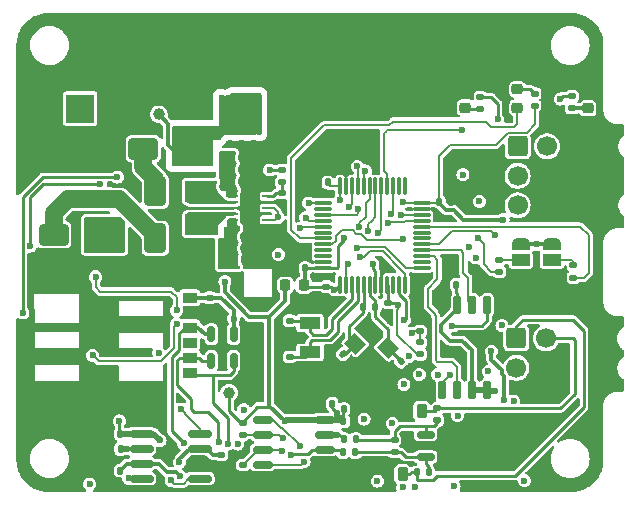
<source format=gbr>
G04 #@! TF.GenerationSoftware,KiCad,Pcbnew,7.0.2*
G04 #@! TF.CreationDate,2023-12-12T10:26:30+03:00*
G04 #@! TF.ProjectId,GPS_MODULE_V3.kicad_pro,4750535f-4d4f-4445-954c-455f56332e6b,rev?*
G04 #@! TF.SameCoordinates,Original*
G04 #@! TF.FileFunction,Copper,L1,Top*
G04 #@! TF.FilePolarity,Positive*
%FSLAX46Y46*%
G04 Gerber Fmt 4.6, Leading zero omitted, Abs format (unit mm)*
G04 Created by KiCad (PCBNEW 7.0.2) date 2023-12-12 10:26:30*
%MOMM*%
%LPD*%
G01*
G04 APERTURE LIST*
G04 Aperture macros list*
%AMRoundRect*
0 Rectangle with rounded corners*
0 $1 Rounding radius*
0 $2 $3 $4 $5 $6 $7 $8 $9 X,Y pos of 4 corners*
0 Add a 4 corners polygon primitive as box body*
4,1,4,$2,$3,$4,$5,$6,$7,$8,$9,$2,$3,0*
0 Add four circle primitives for the rounded corners*
1,1,$1+$1,$2,$3*
1,1,$1+$1,$4,$5*
1,1,$1+$1,$6,$7*
1,1,$1+$1,$8,$9*
0 Add four rect primitives between the rounded corners*
20,1,$1+$1,$2,$3,$4,$5,0*
20,1,$1+$1,$4,$5,$6,$7,0*
20,1,$1+$1,$6,$7,$8,$9,0*
20,1,$1+$1,$8,$9,$2,$3,0*%
%AMRotRect*
0 Rectangle, with rotation*
0 The origin of the aperture is its center*
0 $1 length*
0 $2 width*
0 $3 Rotation angle, in degrees counterclockwise*
0 Add horizontal line*
21,1,$1,$2,0,0,$3*%
%AMFreePoly0*
4,1,19,0.550000,-0.750000,0.000000,-0.750000,0.000000,-0.744911,-0.071157,-0.744911,-0.207708,-0.704816,-0.327430,-0.627875,-0.420627,-0.520320,-0.479746,-0.390866,-0.500000,-0.250000,-0.500000,0.250000,-0.479746,0.390866,-0.420627,0.520320,-0.327430,0.627875,-0.207708,0.704816,-0.071157,0.744911,0.000000,0.744911,0.000000,0.750000,0.550000,0.750000,0.550000,-0.750000,0.550000,-0.750000,
$1*%
%AMFreePoly1*
4,1,19,0.000000,0.744911,0.071157,0.744911,0.207708,0.704816,0.327430,0.627875,0.420627,0.520320,0.479746,0.390866,0.500000,0.250000,0.500000,-0.250000,0.479746,-0.390866,0.420627,-0.520320,0.327430,-0.627875,0.207708,-0.704816,0.071157,-0.744911,0.000000,-0.744911,0.000000,-0.750000,-0.550000,-0.750000,-0.550000,0.750000,0.000000,0.750000,0.000000,0.744911,0.000000,0.744911,
$1*%
G04 Aperture macros list end*
G04 #@! TA.AperFunction,SMDPad,CuDef*
%ADD10R,1.800000X1.000000*%
G04 #@! TD*
G04 #@! TA.AperFunction,SMDPad,CuDef*
%ADD11RoundRect,0.140000X0.021213X-0.219203X0.219203X-0.021213X-0.021213X0.219203X-0.219203X0.021213X0*%
G04 #@! TD*
G04 #@! TA.AperFunction,SMDPad,CuDef*
%ADD12RoundRect,0.250000X-0.650000X1.000000X-0.650000X-1.000000X0.650000X-1.000000X0.650000X1.000000X0*%
G04 #@! TD*
G04 #@! TA.AperFunction,SMDPad,CuDef*
%ADD13C,1.000000*%
G04 #@! TD*
G04 #@! TA.AperFunction,SMDPad,CuDef*
%ADD14RoundRect,0.140000X-0.170000X0.140000X-0.170000X-0.140000X0.170000X-0.140000X0.170000X0.140000X0*%
G04 #@! TD*
G04 #@! TA.AperFunction,SMDPad,CuDef*
%ADD15RoundRect,0.135000X-0.185000X0.135000X-0.185000X-0.135000X0.185000X-0.135000X0.185000X0.135000X0*%
G04 #@! TD*
G04 #@! TA.AperFunction,SMDPad,CuDef*
%ADD16RoundRect,0.135000X-0.135000X-0.185000X0.135000X-0.185000X0.135000X0.185000X-0.135000X0.185000X0*%
G04 #@! TD*
G04 #@! TA.AperFunction,SMDPad,CuDef*
%ADD17RoundRect,0.140000X-0.140000X-0.170000X0.140000X-0.170000X0.140000X0.170000X-0.140000X0.170000X0*%
G04 #@! TD*
G04 #@! TA.AperFunction,SMDPad,CuDef*
%ADD18RoundRect,0.140000X0.219203X0.021213X0.021213X0.219203X-0.219203X-0.021213X-0.021213X-0.219203X0*%
G04 #@! TD*
G04 #@! TA.AperFunction,SMDPad,CuDef*
%ADD19RoundRect,0.140000X0.140000X0.170000X-0.140000X0.170000X-0.140000X-0.170000X0.140000X-0.170000X0*%
G04 #@! TD*
G04 #@! TA.AperFunction,SMDPad,CuDef*
%ADD20RoundRect,0.218750X-0.256250X0.218750X-0.256250X-0.218750X0.256250X-0.218750X0.256250X0.218750X0*%
G04 #@! TD*
G04 #@! TA.AperFunction,SMDPad,CuDef*
%ADD21RoundRect,0.150000X-0.587500X-0.150000X0.587500X-0.150000X0.587500X0.150000X-0.587500X0.150000X0*%
G04 #@! TD*
G04 #@! TA.AperFunction,SMDPad,CuDef*
%ADD22RoundRect,0.135000X0.135000X0.185000X-0.135000X0.185000X-0.135000X-0.185000X0.135000X-0.185000X0*%
G04 #@! TD*
G04 #@! TA.AperFunction,SMDPad,CuDef*
%ADD23RoundRect,0.218750X0.256250X-0.218750X0.256250X0.218750X-0.256250X0.218750X-0.256250X-0.218750X0*%
G04 #@! TD*
G04 #@! TA.AperFunction,SMDPad,CuDef*
%ADD24RoundRect,0.062500X-0.350000X-0.062500X0.350000X-0.062500X0.350000X0.062500X-0.350000X0.062500X0*%
G04 #@! TD*
G04 #@! TA.AperFunction,SMDPad,CuDef*
%ADD25R,1.700000X2.500000*%
G04 #@! TD*
G04 #@! TA.AperFunction,SMDPad,CuDef*
%ADD26RoundRect,0.135000X0.185000X-0.135000X0.185000X0.135000X-0.185000X0.135000X-0.185000X-0.135000X0*%
G04 #@! TD*
G04 #@! TA.AperFunction,SMDPad,CuDef*
%ADD27RoundRect,0.150000X-0.150000X0.650000X-0.150000X-0.650000X0.150000X-0.650000X0.150000X0.650000X0*%
G04 #@! TD*
G04 #@! TA.AperFunction,SMDPad,CuDef*
%ADD28RotRect,1.400000X1.200000X135.000000*%
G04 #@! TD*
G04 #@! TA.AperFunction,SMDPad,CuDef*
%ADD29RoundRect,0.250000X1.000000X0.650000X-1.000000X0.650000X-1.000000X-0.650000X1.000000X-0.650000X0*%
G04 #@! TD*
G04 #@! TA.AperFunction,SMDPad,CuDef*
%ADD30RoundRect,0.075000X0.075000X-0.662500X0.075000X0.662500X-0.075000X0.662500X-0.075000X-0.662500X0*%
G04 #@! TD*
G04 #@! TA.AperFunction,SMDPad,CuDef*
%ADD31RoundRect,0.075000X0.662500X-0.075000X0.662500X0.075000X-0.662500X0.075000X-0.662500X-0.075000X0*%
G04 #@! TD*
G04 #@! TA.AperFunction,SMDPad,CuDef*
%ADD32RoundRect,0.150000X0.825000X0.150000X-0.825000X0.150000X-0.825000X-0.150000X0.825000X-0.150000X0*%
G04 #@! TD*
G04 #@! TA.AperFunction,SMDPad,CuDef*
%ADD33RoundRect,0.150000X-0.150000X0.512500X-0.150000X-0.512500X0.150000X-0.512500X0.150000X0.512500X0*%
G04 #@! TD*
G04 #@! TA.AperFunction,SMDPad,CuDef*
%ADD34RoundRect,0.218750X-0.218750X-0.256250X0.218750X-0.256250X0.218750X0.256250X-0.218750X0.256250X0*%
G04 #@! TD*
G04 #@! TA.AperFunction,SMDPad,CuDef*
%ADD35RoundRect,0.225000X-0.225000X-0.375000X0.225000X-0.375000X0.225000X0.375000X-0.225000X0.375000X0*%
G04 #@! TD*
G04 #@! TA.AperFunction,SMDPad,CuDef*
%ADD36R,1.200000X0.900000*%
G04 #@! TD*
G04 #@! TA.AperFunction,SMDPad,CuDef*
%ADD37R,1.800000X1.300000*%
G04 #@! TD*
G04 #@! TA.AperFunction,SMDPad,CuDef*
%ADD38FreePoly0,90.000000*%
G04 #@! TD*
G04 #@! TA.AperFunction,SMDPad,CuDef*
%ADD39R,1.500000X1.000000*%
G04 #@! TD*
G04 #@! TA.AperFunction,SMDPad,CuDef*
%ADD40FreePoly1,90.000000*%
G04 #@! TD*
G04 #@! TA.AperFunction,ComponentPad*
%ADD41R,2.400000X2.400000*%
G04 #@! TD*
G04 #@! TA.AperFunction,ComponentPad*
%ADD42C,2.400000*%
G04 #@! TD*
G04 #@! TA.AperFunction,SMDPad,CuDef*
%ADD43RoundRect,0.140000X0.170000X-0.140000X0.170000X0.140000X-0.170000X0.140000X-0.170000X-0.140000X0*%
G04 #@! TD*
G04 #@! TA.AperFunction,SMDPad,CuDef*
%ADD44RoundRect,0.250001X0.849999X-0.462499X0.849999X0.462499X-0.849999X0.462499X-0.849999X-0.462499X0*%
G04 #@! TD*
G04 #@! TA.AperFunction,SMDPad,CuDef*
%ADD45RoundRect,0.250000X-1.000000X-0.650000X1.000000X-0.650000X1.000000X0.650000X-1.000000X0.650000X0*%
G04 #@! TD*
G04 #@! TA.AperFunction,SMDPad,CuDef*
%ADD46RoundRect,0.150000X-0.675000X-0.150000X0.675000X-0.150000X0.675000X0.150000X-0.675000X0.150000X0*%
G04 #@! TD*
G04 #@! TA.AperFunction,ComponentPad*
%ADD47RoundRect,0.250000X-0.600000X-0.600000X0.600000X-0.600000X0.600000X0.600000X-0.600000X0.600000X0*%
G04 #@! TD*
G04 #@! TA.AperFunction,ComponentPad*
%ADD48C,1.700000*%
G04 #@! TD*
G04 #@! TA.AperFunction,ViaPad*
%ADD49C,0.600000*%
G04 #@! TD*
G04 #@! TA.AperFunction,Conductor*
%ADD50C,0.350000*%
G04 #@! TD*
G04 #@! TA.AperFunction,Conductor*
%ADD51C,0.525000*%
G04 #@! TD*
G04 #@! TA.AperFunction,Conductor*
%ADD52C,0.200000*%
G04 #@! TD*
G04 #@! TA.AperFunction,Conductor*
%ADD53C,0.250000*%
G04 #@! TD*
G04 #@! TA.AperFunction,Conductor*
%ADD54C,1.500000*%
G04 #@! TD*
G04 APERTURE END LIST*
D10*
X248400000Y-94950000D03*
X248400000Y-92450000D03*
D11*
X255432320Y-96382045D03*
X256111142Y-95703223D03*
D12*
X235300000Y-81300000D03*
X235300000Y-85300000D03*
D13*
X241562500Y-98375000D03*
D14*
X241600000Y-76320000D03*
X241600000Y-77280000D03*
D15*
X270710000Y-87590000D03*
X270710000Y-88610000D03*
D16*
X252910000Y-91110000D03*
X253930000Y-91110000D03*
D17*
X241845000Y-87105000D03*
X242805000Y-87105000D03*
X241665000Y-79445000D03*
X242625000Y-79445000D03*
D18*
X251869411Y-95769411D03*
X251190589Y-95090589D03*
D19*
X260770000Y-89200000D03*
X259810000Y-89200000D03*
D20*
X271930000Y-72703776D03*
X271930000Y-74278776D03*
D21*
X258202500Y-101900000D03*
X258202500Y-103800000D03*
X260077500Y-102850000D03*
D22*
X258470000Y-105110000D03*
X257450000Y-105110000D03*
D17*
X241835000Y-85135000D03*
X242795000Y-85135000D03*
D23*
X265970000Y-74237500D03*
X265970000Y-72662500D03*
D24*
X241862500Y-81725000D03*
X241862500Y-82225000D03*
X241862500Y-82725000D03*
X241862500Y-83225000D03*
X241862500Y-83725000D03*
X244787500Y-83725000D03*
X244787500Y-83225000D03*
X244787500Y-82725000D03*
X244787500Y-82225000D03*
X244787500Y-81725000D03*
D25*
X243325000Y-82725000D03*
D14*
X249800000Y-89370000D03*
X249800000Y-90330000D03*
D26*
X259200000Y-100710000D03*
X259200000Y-99690000D03*
D27*
X263405000Y-90950000D03*
X262135000Y-90950000D03*
X260865000Y-90950000D03*
X259595000Y-90950000D03*
X259595000Y-98150000D03*
X260865000Y-98150000D03*
X262135000Y-98150000D03*
X263405000Y-98150000D03*
D28*
X255000000Y-94550000D03*
X253444365Y-92994365D03*
X252242284Y-94196446D03*
X253797919Y-95752081D03*
D29*
X238300000Y-77700000D03*
X234300000Y-77700000D03*
D19*
X232330000Y-101850000D03*
X231370000Y-101850000D03*
D30*
X250950000Y-89212500D03*
X251450000Y-89212500D03*
X251950000Y-89212500D03*
X252450000Y-89212500D03*
X252950000Y-89212500D03*
X253450000Y-89212500D03*
X253950000Y-89212500D03*
X254450000Y-89212500D03*
X254950000Y-89212500D03*
X255450000Y-89212500D03*
X255950000Y-89212500D03*
X256450000Y-89212500D03*
D31*
X257862500Y-87800000D03*
X257862500Y-87300000D03*
X257862500Y-86800000D03*
X257862500Y-86300000D03*
X257862500Y-85800000D03*
X257862500Y-85300000D03*
X257862500Y-84800000D03*
X257862500Y-84300000D03*
X257862500Y-83800000D03*
X257862500Y-83300000D03*
X257862500Y-82800000D03*
X257862500Y-82300000D03*
D30*
X256450000Y-80887500D03*
X255950000Y-80887500D03*
X255450000Y-80887500D03*
X254950000Y-80887500D03*
X254450000Y-80887500D03*
X253950000Y-80887500D03*
X253450000Y-80887500D03*
X252950000Y-80887500D03*
X252450000Y-80887500D03*
X251950000Y-80887500D03*
X251450000Y-80887500D03*
X250950000Y-80887500D03*
D31*
X249537500Y-82300000D03*
X249537500Y-82800000D03*
X249537500Y-83300000D03*
X249537500Y-83800000D03*
X249537500Y-84300000D03*
X249537500Y-84800000D03*
X249537500Y-85300000D03*
X249537500Y-85800000D03*
X249537500Y-86300000D03*
X249537500Y-86800000D03*
X249537500Y-87300000D03*
X249537500Y-87800000D03*
D32*
X239100000Y-105650000D03*
X239100000Y-104380000D03*
X239100000Y-103110000D03*
X239100000Y-101840000D03*
X234150000Y-101840000D03*
X234150000Y-103110000D03*
X234150000Y-104380000D03*
X234150000Y-105650000D03*
D19*
X248010000Y-87807500D03*
X247050000Y-87807500D03*
D14*
X242600000Y-76320000D03*
X242600000Y-77280000D03*
D33*
X241950000Y-93400000D03*
X241000000Y-93400000D03*
X240050000Y-93400000D03*
X240050000Y-95675000D03*
X241950000Y-95675000D03*
D34*
X246312500Y-89257500D03*
X247887500Y-89257500D03*
D19*
X249910000Y-80550000D03*
X248950000Y-80550000D03*
D15*
X262820000Y-73353334D03*
X262820000Y-74373334D03*
D16*
X251260000Y-102300000D03*
X252280000Y-102300000D03*
D35*
X252940000Y-105270000D03*
X256240000Y-105270000D03*
D15*
X246015000Y-79505000D03*
X246015000Y-80525000D03*
D36*
X238220000Y-90310000D03*
X238220000Y-92850000D03*
X238220000Y-95390000D03*
X238220000Y-91580000D03*
X238220000Y-94120000D03*
X238220000Y-96660000D03*
D37*
X234120000Y-88060000D03*
X225320000Y-88060000D03*
X234130000Y-99780000D03*
X225330000Y-99780000D03*
D26*
X267420000Y-74060000D03*
X267420000Y-73040000D03*
D38*
X266250000Y-88400000D03*
D39*
X266250000Y-87100000D03*
D40*
X266250000Y-85800000D03*
D16*
X251230000Y-103400000D03*
X252250000Y-103400000D03*
D19*
X250280000Y-99300000D03*
X249320000Y-99300000D03*
D14*
X240885000Y-103620000D03*
X240885000Y-104580000D03*
X239900000Y-90320000D03*
X239900000Y-91280000D03*
D41*
X228950000Y-74300000D03*
D42*
X228950000Y-77800000D03*
D26*
X264410000Y-88110000D03*
X264410000Y-87090000D03*
D38*
X268900000Y-88400000D03*
D39*
X268900000Y-87100000D03*
D40*
X268900000Y-85800000D03*
D15*
X270590000Y-73260000D03*
X270590000Y-74280000D03*
D14*
X254970000Y-90730000D03*
X254970000Y-91690000D03*
D17*
X259350000Y-82190000D03*
X260310000Y-82190000D03*
X251260000Y-99750000D03*
X252220000Y-99750000D03*
D43*
X246700000Y-93230000D03*
X246700000Y-92270000D03*
D17*
X241655000Y-78435000D03*
X242615000Y-78435000D03*
D20*
X261550000Y-72642500D03*
X261550000Y-74217500D03*
D22*
X232310000Y-104950000D03*
X231290000Y-104950000D03*
X232367500Y-103125000D03*
X231347500Y-103125000D03*
D44*
X239212500Y-83862500D03*
X239212500Y-81537500D03*
D17*
X241835000Y-86115000D03*
X242795000Y-86115000D03*
D45*
X226700000Y-85000000D03*
X230700000Y-85000000D03*
D26*
X242700000Y-101910000D03*
X242700000Y-100890000D03*
D46*
X244400000Y-100650000D03*
X244400000Y-101920000D03*
X244400000Y-103190000D03*
X244400000Y-104460000D03*
X249650000Y-104460000D03*
X249650000Y-103190000D03*
X249650000Y-101920000D03*
X249650000Y-100650000D03*
D26*
X255560000Y-103380000D03*
X255560000Y-102360000D03*
D35*
X254550000Y-99900000D03*
X257850000Y-99900000D03*
D17*
X241655000Y-80455000D03*
X242615000Y-80455000D03*
D15*
X246045000Y-81465000D03*
X246045000Y-82485000D03*
D17*
X251240000Y-100770000D03*
X252200000Y-100770000D03*
D26*
X257750000Y-95120000D03*
X257750000Y-94100000D03*
D14*
X246700000Y-94370000D03*
X246700000Y-95330000D03*
D13*
X235600000Y-74800000D03*
D43*
X257740000Y-93140000D03*
X257740000Y-92180000D03*
D26*
X242740000Y-105500000D03*
X242740000Y-104480000D03*
D47*
X265880000Y-93760000D03*
D48*
X265880000Y-96260000D03*
X268380000Y-93760000D03*
X268380000Y-96260000D03*
D47*
X265985000Y-77500000D03*
D48*
X265985000Y-80000000D03*
X265985000Y-82500000D03*
X268485000Y-77500000D03*
X268485000Y-80000000D03*
X268485000Y-82500000D03*
D14*
X243610000Y-76310000D03*
X243610000Y-77270000D03*
D49*
X249500000Y-76900000D03*
X272700000Y-96700000D03*
X250750000Y-72400000D03*
X263900000Y-66800000D03*
X246550000Y-99650000D03*
X247100000Y-71900000D03*
X254250000Y-67550000D03*
X255991107Y-69132836D03*
X257100000Y-70700000D03*
X257900000Y-70700000D03*
X272100000Y-105700000D03*
X255070371Y-67544998D03*
X256800000Y-67545500D03*
X251350000Y-78600500D03*
X251867357Y-67510446D03*
X247500000Y-91300000D03*
X264300000Y-70700000D03*
X253225000Y-71400000D03*
X255600000Y-69725000D03*
X272900000Y-92600000D03*
X235500000Y-66800000D03*
X246000000Y-75900000D03*
X265900000Y-70700000D03*
X250200000Y-78400000D03*
X234150000Y-69000000D03*
X237050000Y-70900000D03*
X248500000Y-69600000D03*
X248600000Y-90500000D03*
X249800000Y-70425000D03*
X231750000Y-71250000D03*
X252900000Y-96550000D03*
X236600000Y-67657689D03*
X254800000Y-71800000D03*
X253650000Y-66800000D03*
X256300000Y-71775000D03*
X251000000Y-71100000D03*
X256175000Y-70400000D03*
X272400000Y-76800000D03*
X259750000Y-94600000D03*
X233250000Y-70500000D03*
X264700000Y-69200000D03*
X230600000Y-71900000D03*
X228700000Y-95300000D03*
X229000000Y-71900000D03*
X232800000Y-98900000D03*
X249100000Y-78400000D03*
X247200000Y-72650000D03*
X231000000Y-71250000D03*
X237500000Y-68842311D03*
X258700000Y-71500000D03*
X259500000Y-71500000D03*
X252650000Y-67505500D03*
X260000000Y-83650000D03*
X262300000Y-67950000D03*
X241100000Y-69100000D03*
X242300000Y-66500000D03*
X266200000Y-68400000D03*
X237750000Y-70200000D03*
X262300000Y-68650000D03*
X259500000Y-70700000D03*
X240400000Y-70200000D03*
X235500000Y-72100000D03*
X247700000Y-76000000D03*
X263900000Y-67600000D03*
X243100000Y-67200000D03*
X254800000Y-71100000D03*
X251750000Y-72125000D03*
X243500000Y-82300000D03*
X224000000Y-71400000D03*
X239800000Y-88900000D03*
X237750000Y-71600000D03*
X248050000Y-67100000D03*
X261300000Y-68650000D03*
X262700000Y-71500000D03*
X244400000Y-67100000D03*
X265500000Y-69200000D03*
X234100000Y-67600000D03*
X265100000Y-71500000D03*
X243900000Y-66500000D03*
X264400000Y-103750000D03*
X240100000Y-68600000D03*
X240000000Y-92000000D03*
X247900000Y-71800000D03*
X255400000Y-66800000D03*
X244000000Y-78600000D03*
X233800000Y-72100000D03*
X240600000Y-71100000D03*
X230250000Y-71250000D03*
X269800000Y-75900000D03*
X237000000Y-69500000D03*
X246347674Y-68734851D03*
X239600000Y-67300000D03*
X241900000Y-69700000D03*
X268200000Y-100800000D03*
X252300000Y-70675000D03*
X243900000Y-86100000D03*
X228750000Y-69600000D03*
X260300000Y-71500000D03*
X237800000Y-72400000D03*
X245700000Y-92800000D03*
X263900000Y-70000000D03*
X234000000Y-71250000D03*
X233300000Y-67100000D03*
X244400000Y-71000000D03*
X233500000Y-69750000D03*
X238400000Y-69700000D03*
X245100000Y-72350000D03*
X253200000Y-78000000D03*
X259650000Y-69400000D03*
X252300000Y-77200000D03*
X238954371Y-67799928D03*
X241200000Y-72400000D03*
X229300000Y-92700000D03*
X264700000Y-70000000D03*
X245100000Y-67100000D03*
X234900000Y-66500000D03*
X250600000Y-95800000D03*
X266700000Y-71500000D03*
X243800000Y-93600000D03*
X237050000Y-70200000D03*
X232500000Y-71250000D03*
X261250000Y-82150000D03*
X243100000Y-66500000D03*
X228750000Y-67300000D03*
X252650000Y-72125000D03*
X241600000Y-67000000D03*
X237700000Y-82700000D03*
X247600000Y-90500000D03*
X245100000Y-67800000D03*
X245900000Y-67100000D03*
X229500000Y-69600000D03*
X228000000Y-71200000D03*
X245907689Y-70231621D03*
X270100000Y-79700000D03*
X236700000Y-88800000D03*
X238000000Y-66800000D03*
X252175000Y-69950000D03*
X234900000Y-67400000D03*
X263100000Y-66800000D03*
X245976345Y-69472448D03*
X238268940Y-68852760D03*
X254500000Y-70400000D03*
X265500000Y-67600000D03*
X230100000Y-68000000D03*
X228750000Y-71250000D03*
X247092311Y-71100000D03*
X255600000Y-71100000D03*
X257575000Y-70000000D03*
X252899400Y-69225000D03*
X252975000Y-69950000D03*
X245700000Y-94300000D03*
X261900000Y-70700000D03*
X263100000Y-106300000D03*
X247612229Y-67872293D03*
X238500000Y-72200000D03*
X244900000Y-77000000D03*
X248433411Y-67733535D03*
X260300000Y-70700000D03*
X254550000Y-66800000D03*
X263100000Y-70000000D03*
X255199400Y-69125000D03*
X241300000Y-71500000D03*
X231000000Y-70500000D03*
X240800000Y-94800000D03*
X248000000Y-70150000D03*
X247700000Y-78800000D03*
X264700000Y-67600000D03*
X245907689Y-71775000D03*
X250009041Y-67726654D03*
X254500000Y-87750000D03*
X229500000Y-70500000D03*
X252650000Y-66800000D03*
X263100000Y-68400000D03*
X246700000Y-66800000D03*
X239543129Y-68101378D03*
X249400000Y-66800000D03*
X237700000Y-69500000D03*
X232900000Y-66500000D03*
X265500000Y-70000000D03*
X236750000Y-68842311D03*
X238300000Y-88800000D03*
X260100000Y-70000000D03*
X237050000Y-71600000D03*
X243600000Y-70200000D03*
X257900000Y-71500000D03*
X238900000Y-66800000D03*
X248700000Y-71100000D03*
X237200000Y-75000000D03*
X240200000Y-67800000D03*
X242300000Y-67200000D03*
X249200000Y-69600000D03*
X241200000Y-70700000D03*
X254100000Y-71100000D03*
X248850000Y-67150000D03*
X266200000Y-66800000D03*
X255905196Y-67506476D03*
X256400000Y-71100000D03*
X245900000Y-67800000D03*
X244400000Y-70300000D03*
X228500000Y-98900000D03*
X261300000Y-67950000D03*
X245150000Y-70650000D03*
X229200000Y-68800000D03*
X245907689Y-71025000D03*
X240400000Y-69300000D03*
X237200000Y-66900000D03*
X238500000Y-71200000D03*
X240500000Y-67000000D03*
X253800000Y-70400000D03*
X241000000Y-67600000D03*
X244400000Y-71800000D03*
X245600000Y-84800000D03*
X236300000Y-70200000D03*
X264700000Y-68400000D03*
X250700000Y-69600000D03*
X249200000Y-67732689D03*
X229800000Y-71900000D03*
X236800000Y-80800000D03*
X231000000Y-104100000D03*
X246600000Y-96300000D03*
X265500000Y-66800000D03*
X231800000Y-68800000D03*
X228750000Y-70500000D03*
X253350000Y-72125000D03*
X251600000Y-70675000D03*
X225400000Y-98400000D03*
X257100000Y-71500000D03*
X267800000Y-71600000D03*
X267200000Y-66800000D03*
X267200000Y-67600000D03*
X243600000Y-69400000D03*
X242998934Y-103173434D03*
X237100000Y-72400000D03*
X264700000Y-66800000D03*
X254875000Y-69750000D03*
X264300000Y-71500000D03*
X268600000Y-75500000D03*
X237326609Y-98773391D03*
X252425000Y-71400000D03*
X236700000Y-83800000D03*
X266700000Y-70700000D03*
X243700000Y-67700000D03*
X228750000Y-66500000D03*
X251000000Y-77000000D03*
X245900000Y-72600000D03*
X243800000Y-85100000D03*
X249575000Y-68925000D03*
X230100000Y-68800000D03*
X243500000Y-84100000D03*
X256200000Y-66800000D03*
X231750000Y-70500000D03*
X229700000Y-67300000D03*
X265500000Y-68400000D03*
X250000000Y-69600000D03*
X249000000Y-88700000D03*
X231900000Y-68000000D03*
X255600000Y-71775000D03*
X231300000Y-71900000D03*
X248075000Y-69000000D03*
X263900000Y-68400000D03*
X244400000Y-69400000D03*
X233900000Y-66500000D03*
X259341311Y-67368721D03*
X270200000Y-81800000D03*
X234000000Y-70500000D03*
X246100000Y-77200000D03*
X232100000Y-71900000D03*
X245200000Y-78600000D03*
X250300000Y-71800000D03*
X231000000Y-68000000D03*
X238500000Y-70500000D03*
X265100000Y-70700000D03*
X243900000Y-95100000D03*
X251114274Y-67627567D03*
X229800000Y-98800000D03*
X244200000Y-68600000D03*
X251725000Y-71400000D03*
X250150000Y-66800000D03*
X250300000Y-71100000D03*
X266200000Y-70000000D03*
X272300000Y-100800000D03*
X247850000Y-96300000D03*
X258850000Y-68917311D03*
X272300000Y-89500000D03*
X245500000Y-66500000D03*
X240400000Y-72400000D03*
X240900000Y-68400000D03*
X266200000Y-67600000D03*
X235827167Y-68842311D03*
X256800000Y-70000000D03*
X249150000Y-72450000D03*
X241100000Y-69900000D03*
X257134775Y-90443484D03*
X238200000Y-67500000D03*
X247316316Y-69422423D03*
X251499400Y-69225000D03*
X229700000Y-66500000D03*
X255300000Y-70400000D03*
X248600000Y-91400000D03*
X227500000Y-100800000D03*
X242900000Y-69700000D03*
X268600000Y-105600000D03*
X249800000Y-91600000D03*
X272700000Y-79800000D03*
X261100000Y-70700000D03*
X237300000Y-84400000D03*
X247650000Y-99650000D03*
X231000000Y-68800000D03*
X263500000Y-70700000D03*
X253700000Y-77100000D03*
X247850000Y-70925000D03*
X267200000Y-68400000D03*
X243900000Y-80700000D03*
X230250000Y-70500000D03*
X228200000Y-71900000D03*
X245150000Y-69800000D03*
X250700000Y-70400000D03*
X236300000Y-72400000D03*
X248825000Y-70400000D03*
X260000000Y-88200000D03*
X248300000Y-72450000D03*
X263100000Y-67600000D03*
X233250000Y-71250000D03*
X246700000Y-67500000D03*
X259750000Y-66800000D03*
X252199400Y-69225000D03*
X228000000Y-70400000D03*
X262700000Y-70700000D03*
X229800000Y-97000000D03*
X243900000Y-96400000D03*
X257050000Y-66800000D03*
X245700000Y-95500000D03*
X261900000Y-106300000D03*
X267200000Y-69200000D03*
X237750000Y-70900000D03*
X236700000Y-82300000D03*
X265900000Y-71500000D03*
X258000000Y-66800000D03*
X249850000Y-96350000D03*
X243400000Y-79200000D03*
X245150000Y-71400000D03*
X257649699Y-67530506D03*
X228500000Y-88400000D03*
X258627932Y-67732689D03*
X229200000Y-68000000D03*
X249950000Y-72400000D03*
X245300000Y-85700000D03*
X235000000Y-98800000D03*
X232500000Y-70500000D03*
X263100000Y-69200000D03*
X263900000Y-69200000D03*
X258750000Y-66800000D03*
X247100000Y-70275000D03*
X235833053Y-67657689D03*
X236300000Y-71600000D03*
X248850000Y-68925000D03*
X247450000Y-66600000D03*
X253100000Y-70675000D03*
X237400000Y-67657689D03*
X251000000Y-71800000D03*
X248700000Y-71800000D03*
X239000000Y-69250000D03*
X245000000Y-68600000D03*
X266200000Y-69200000D03*
X258700000Y-70700000D03*
X234250000Y-69750000D03*
X236250000Y-69500000D03*
X261100000Y-71500000D03*
X251475000Y-69950000D03*
X246901322Y-68225389D03*
X250950000Y-66800000D03*
X272900000Y-82800000D03*
X267200000Y-70000000D03*
X239157689Y-70250000D03*
X259200000Y-70000000D03*
X240700000Y-71800000D03*
X250800000Y-90600000D03*
X263500000Y-71500000D03*
X249900000Y-94700000D03*
X229500000Y-71250000D03*
X236300000Y-70900000D03*
X249500000Y-71800000D03*
X240000000Y-66500000D03*
X241100000Y-66500000D03*
X254443470Y-69129637D03*
X249500000Y-71100000D03*
X255191589Y-92308411D03*
X254100000Y-71800000D03*
X244400000Y-67800000D03*
X258400000Y-70000000D03*
X261900000Y-71500000D03*
X253489602Y-67548852D03*
X251750000Y-66800000D03*
X272900000Y-86500000D03*
X236400000Y-66900000D03*
X245650000Y-68850000D03*
X241100000Y-87200000D03*
X241800000Y-84400000D03*
X237350000Y-104224500D03*
X232300000Y-83800000D03*
X232300000Y-84500000D03*
X230000000Y-83800000D03*
X229600000Y-86250000D03*
X230800000Y-83800000D03*
X231550000Y-83800000D03*
X245700000Y-83500000D03*
X241050000Y-85700000D03*
X241100000Y-86450000D03*
X232300000Y-85200000D03*
X230250000Y-86250000D03*
X231700000Y-86250000D03*
X230950000Y-86250000D03*
X232300000Y-85900000D03*
X241200000Y-88950000D03*
X264100000Y-98200000D03*
X260900000Y-100314500D03*
X241000000Y-80900000D03*
X256350000Y-97655120D03*
X252979500Y-100600000D03*
X245000000Y-79500000D03*
X232250000Y-100750000D03*
X241000000Y-79200000D03*
X235700444Y-102397378D03*
X250650000Y-100050000D03*
X246250000Y-100750000D03*
X241000000Y-80000000D03*
X241000000Y-78400000D03*
X250950000Y-82050000D03*
X264750000Y-83700500D03*
X251298911Y-85248911D03*
X267600000Y-85800000D03*
X255849500Y-90952678D03*
X256300000Y-82200000D03*
X250450000Y-89650000D03*
X264650000Y-92650000D03*
X253741525Y-87497175D03*
X257075830Y-93338791D03*
X242282153Y-102700500D03*
X242800000Y-99800000D03*
X241950000Y-92100000D03*
X243900000Y-75400000D03*
X242100000Y-75400000D03*
X241200000Y-75400000D03*
X243000000Y-75400000D03*
X237705265Y-102648145D03*
X240700000Y-102500000D03*
X241473951Y-102700500D03*
X263500000Y-96550000D03*
X265658815Y-99065500D03*
X264862000Y-99000000D03*
X256250000Y-106369500D03*
X263750000Y-94850000D03*
X229750000Y-106100000D03*
X253350000Y-84700000D03*
X257650000Y-96800000D03*
X247550000Y-84450000D03*
X259223911Y-96823911D03*
X256780150Y-95269851D03*
X252583572Y-84300500D03*
X230000000Y-95200000D03*
X252624199Y-86900500D03*
X237120498Y-92550000D03*
X230250000Y-88550000D03*
X237120499Y-91383389D03*
X252363684Y-86144632D03*
X256250000Y-85350000D03*
X262650000Y-85300000D03*
X261266589Y-76116589D03*
X248050000Y-83550000D03*
X255367323Y-100949500D03*
X266550000Y-105800000D03*
X264300000Y-75224500D03*
X269600000Y-73500000D03*
X246099500Y-102200000D03*
X251600000Y-87500000D03*
X246024058Y-103291143D03*
X255302655Y-83241304D03*
X237400975Y-105450500D03*
X250700000Y-101920000D03*
X246800000Y-103600000D03*
X232950000Y-103110000D03*
X257282094Y-106355087D03*
X262450000Y-86950000D03*
X260600000Y-106300000D03*
X261350000Y-79900000D03*
X254100000Y-105850000D03*
X261850000Y-86050000D03*
X232100000Y-80100000D03*
X224100000Y-91600000D03*
X224719500Y-85950000D03*
X230650000Y-80724500D03*
X260450500Y-92700000D03*
X256400500Y-92200000D03*
X264050000Y-85050000D03*
X260265500Y-96850000D03*
X255050500Y-84000000D03*
X247550000Y-102899500D03*
X247900000Y-104200000D03*
X256100000Y-83300000D03*
X245726339Y-86675839D03*
X233050000Y-105600000D03*
X235600319Y-95000819D03*
X254183922Y-84829774D03*
X253103939Y-79579044D03*
X236650000Y-105775500D03*
X252400000Y-79200000D03*
X237500000Y-99750000D03*
X251700000Y-82649500D03*
X262750500Y-82150000D03*
X248300000Y-82300000D03*
X252488995Y-82778698D03*
D50*
X243277818Y-91950000D02*
X244950000Y-91950000D01*
X241200000Y-89872182D02*
X243277818Y-91950000D01*
X241200000Y-88950000D02*
X241200000Y-89872182D01*
X259595000Y-90950000D02*
X259595000Y-89415000D01*
D51*
X244597977Y-77302023D02*
X243661650Y-77302023D01*
D50*
X257740000Y-91890000D02*
X257450000Y-91600000D01*
D52*
X253797919Y-95752081D02*
X253697919Y-95752081D01*
D53*
X237700000Y-82700000D02*
X237675000Y-82725000D01*
D50*
X257450000Y-91600000D02*
X257200000Y-91350000D01*
D53*
X245785000Y-82225000D02*
X246045000Y-82485000D01*
D50*
X241000000Y-93400000D02*
X241000000Y-92600000D01*
D52*
X253461523Y-95415685D02*
X253797919Y-95752081D01*
D51*
X244900000Y-77000000D02*
X244597977Y-77302023D01*
D52*
X253797919Y-95752081D02*
X251886741Y-95752081D01*
X247400000Y-87100000D02*
X247050000Y-87450000D01*
X257862500Y-82800000D02*
X259150000Y-82800000D01*
D53*
X237675000Y-82725000D02*
X237575000Y-82725000D01*
D52*
X251450000Y-80887500D02*
X251450000Y-78750000D01*
X248234754Y-87100000D02*
X247400000Y-87100000D01*
X259200000Y-82850000D02*
X260000000Y-83650000D01*
D50*
X257200000Y-90508709D02*
X257134775Y-90443484D01*
D52*
X254970000Y-91690000D02*
X254970000Y-92086822D01*
X248434754Y-87300000D02*
X248234754Y-87100000D01*
D53*
X244787500Y-82225000D02*
X245785000Y-82225000D01*
D50*
X239080000Y-91580000D02*
X239500000Y-92000000D01*
D52*
X254802356Y-95752081D02*
X255432320Y-96382045D01*
D50*
X239900000Y-91900000D02*
X240000000Y-92000000D01*
D53*
X241862500Y-82725000D02*
X237725000Y-82725000D01*
D50*
X239500000Y-92000000D02*
X240000000Y-92000000D01*
D52*
X249537500Y-87300000D02*
X248434754Y-87300000D01*
D50*
X240400000Y-92000000D02*
X240000000Y-92000000D01*
X259810000Y-89200000D02*
X259810000Y-88390000D01*
D52*
X259150000Y-82800000D02*
X259200000Y-82850000D01*
X247050000Y-87450000D02*
X247050000Y-87807500D01*
D50*
X259810000Y-88390000D02*
X260000000Y-88200000D01*
D52*
X261210000Y-82190000D02*
X261250000Y-82150000D01*
D50*
X241000000Y-92600000D02*
X240900000Y-92500000D01*
D53*
X237725000Y-82725000D02*
X237700000Y-82700000D01*
D50*
X257200000Y-90550000D02*
X257200000Y-90400000D01*
D52*
X253461523Y-93011523D02*
X253461523Y-95415685D01*
D50*
X257200000Y-91350000D02*
X257200000Y-90550000D01*
D51*
X241600000Y-77280000D02*
X243585858Y-77280000D01*
D52*
X254970000Y-92086822D02*
X255191589Y-92308411D01*
X253444365Y-92994365D02*
X253461523Y-93011523D01*
D50*
X240900000Y-92500000D02*
X240400000Y-92000000D01*
X238220000Y-91580000D02*
X239080000Y-91580000D01*
D53*
X254450000Y-87800000D02*
X254500000Y-87750000D01*
D50*
X257740000Y-92180000D02*
X257740000Y-91890000D01*
D52*
X260310000Y-82190000D02*
X261210000Y-82190000D01*
X253697919Y-95752081D02*
X252900000Y-96550000D01*
D50*
X257200000Y-90550000D02*
X257200000Y-90508709D01*
D53*
X254450000Y-89212500D02*
X254450000Y-87800000D01*
D52*
X251450000Y-78750000D02*
X251350000Y-78650000D01*
D50*
X259595000Y-89415000D02*
X259810000Y-89200000D01*
D52*
X251350000Y-78650000D02*
X251350000Y-78600500D01*
X251886741Y-95752081D02*
X251869411Y-95769411D01*
D50*
X239900000Y-91280000D02*
X239900000Y-91900000D01*
D52*
X253797919Y-95752081D02*
X254802356Y-95752081D01*
D51*
X243585858Y-77279982D02*
G75*
G03*
X243610000Y-77270000I42J34082D01*
G01*
X243610004Y-77269995D02*
G75*
G03*
X243661650Y-77302023I122696J140195D01*
G01*
D52*
X244787500Y-83725000D02*
X245475000Y-83725000D01*
X245700000Y-83100000D02*
X245700000Y-83500000D01*
D50*
X239660000Y-103110000D02*
X240170000Y-103620000D01*
X240170000Y-103620000D02*
X240885000Y-103620000D01*
X237350000Y-104000000D02*
X238240000Y-103110000D01*
D52*
X244787500Y-82725000D02*
X245325000Y-82725000D01*
D50*
X239100000Y-103110000D02*
X239660000Y-103110000D01*
X237350000Y-104224500D02*
X237350000Y-104000000D01*
D52*
X245325000Y-82725000D02*
X245700000Y-83100000D01*
X245475000Y-83725000D02*
X245700000Y-83500000D01*
D50*
X238240000Y-103110000D02*
X239100000Y-103110000D01*
D51*
X246350000Y-100650000D02*
X246250000Y-100750000D01*
D53*
X250280000Y-99680000D02*
X250650000Y-100050000D01*
X232250000Y-101770000D02*
X232330000Y-101850000D01*
D50*
X261300000Y-93950000D02*
X260250000Y-93950000D01*
D53*
X260865000Y-89965000D02*
X260770000Y-89870000D01*
X245050000Y-99550000D02*
X246250000Y-100750000D01*
X242526396Y-100890000D02*
X241562500Y-99926104D01*
D50*
X246312500Y-89257500D02*
X246312500Y-90587500D01*
X244950000Y-91950000D02*
X244950000Y-99450000D01*
D51*
X235143066Y-101840000D02*
X234150000Y-101840000D01*
X250750000Y-100650000D02*
X249650000Y-100650000D01*
D53*
X241562500Y-99926104D02*
X241562500Y-98375000D01*
D51*
X249650000Y-100650000D02*
X246350000Y-100650000D01*
D53*
X260770000Y-89870000D02*
X260770000Y-89200000D01*
X242700000Y-100890000D02*
X242526396Y-100890000D01*
X242700000Y-100800000D02*
X243950000Y-99550000D01*
X251240000Y-100300000D02*
X250900000Y-100300000D01*
D51*
X264100000Y-98200000D02*
X263455000Y-98200000D01*
X251120000Y-100650000D02*
X250750000Y-100650000D01*
D50*
X262135000Y-94785000D02*
X261300000Y-93950000D01*
D51*
X251240000Y-100770000D02*
X251120000Y-100650000D01*
D53*
X232250000Y-100750000D02*
X232250000Y-101770000D01*
X251240000Y-100300000D02*
X251240000Y-99770000D01*
X250280000Y-99300000D02*
X250280000Y-99680000D01*
D50*
X262135000Y-98150000D02*
X262135000Y-94785000D01*
D51*
X262135000Y-98150000D02*
X263405000Y-98150000D01*
X263455000Y-98200000D02*
X263405000Y-98150000D01*
D53*
X245000000Y-79500000D02*
X246010000Y-79500000D01*
X251240000Y-100770000D02*
X251240000Y-100300000D01*
D51*
X235700444Y-102397378D02*
X235143066Y-101840000D01*
X250650000Y-100550000D02*
X250750000Y-100650000D01*
D50*
X246312500Y-90587500D02*
X244950000Y-91950000D01*
D53*
X246010000Y-79500000D02*
X246015000Y-79505000D01*
X251240000Y-99770000D02*
X251260000Y-99750000D01*
X260865000Y-90950000D02*
X260865000Y-89965000D01*
D50*
X244950000Y-99450000D02*
X246250000Y-100750000D01*
D51*
X234150000Y-101840000D02*
X232340000Y-101840000D01*
D50*
X260865000Y-91260000D02*
X260865000Y-90950000D01*
D53*
X243950000Y-99550000D02*
X245050000Y-99550000D01*
D50*
X259525000Y-93225000D02*
X259525000Y-92600000D01*
D53*
X250900000Y-100300000D02*
X250650000Y-100050000D01*
X242700000Y-100890000D02*
X242700000Y-100800000D01*
D50*
X260250000Y-93950000D02*
X259525000Y-93225000D01*
D51*
X232340000Y-101840000D02*
X232330000Y-101850000D01*
X250650000Y-100050000D02*
X250650000Y-100550000D01*
D50*
X259525000Y-92600000D02*
X260865000Y-91260000D01*
D53*
X251747309Y-92752691D02*
X252910000Y-91590000D01*
X251348141Y-95090589D02*
X252242284Y-94196446D01*
X252950000Y-91070000D02*
X252950000Y-89212500D01*
X251747309Y-93701471D02*
X251747309Y-92752691D01*
X251190589Y-95090589D02*
X251348141Y-95090589D01*
X252910000Y-91590000D02*
X252910000Y-91110000D01*
X252910000Y-91110000D02*
X252950000Y-91070000D01*
X252242284Y-94196446D02*
X251747309Y-93701471D01*
X253450000Y-90100000D02*
X253930000Y-90580000D01*
X253930000Y-91110000D02*
X253930000Y-91930000D01*
X253450000Y-89212500D02*
X253450000Y-90100000D01*
X253930000Y-91930000D02*
X255000000Y-93000000D01*
X256111142Y-95703223D02*
X256111142Y-95661142D01*
X253930000Y-90580000D02*
X253930000Y-91110000D01*
X255000000Y-93000000D02*
X255000000Y-94550000D01*
X256111142Y-95661142D02*
X255000000Y-94550000D01*
X248700000Y-93450000D02*
X249800000Y-93450000D01*
X248400000Y-92450000D02*
X248400000Y-93150000D01*
X250300000Y-92950000D02*
X250300000Y-92113066D01*
X248220000Y-92270000D02*
X248400000Y-92450000D01*
X249800000Y-93450000D02*
X250300000Y-92950000D01*
X246700000Y-92270000D02*
X248220000Y-92270000D01*
X251950000Y-90463066D02*
X251950000Y-89212500D01*
X250300000Y-92113066D02*
X251950000Y-90463066D01*
X248400000Y-93150000D02*
X248700000Y-93450000D01*
X250750000Y-93250000D02*
X250100000Y-93900000D01*
X250750000Y-92299462D02*
X250750000Y-93250000D01*
X248020000Y-95330000D02*
X248400000Y-94950000D01*
X248600000Y-93900000D02*
X248400000Y-94100000D01*
X250100000Y-93900000D02*
X248600000Y-93900000D01*
X252450000Y-90599462D02*
X250750000Y-92299462D01*
X252450000Y-89212500D02*
X252450000Y-90599462D01*
X246700000Y-95330000D02*
X248020000Y-95330000D01*
X248400000Y-94100000D02*
X248400000Y-94950000D01*
X254970000Y-90730000D02*
X254970000Y-89232500D01*
D52*
X260300000Y-77350000D02*
X259350000Y-78300000D01*
D50*
X248010000Y-89135000D02*
X247887500Y-89257500D01*
D53*
X254970000Y-89232500D02*
X254950000Y-89212500D01*
X249800000Y-89370000D02*
X248000000Y-89370000D01*
D50*
X248010000Y-87807500D02*
X248010000Y-89135000D01*
X259350000Y-82268320D02*
X259956680Y-82875000D01*
D52*
X256400000Y-82300000D02*
X256300000Y-82200000D01*
D50*
X260575000Y-82875000D02*
X261400500Y-83700500D01*
X261400500Y-83700500D02*
X264750000Y-83700500D01*
D53*
X248000000Y-89370000D02*
X247887500Y-89257500D01*
D50*
X259350000Y-82190000D02*
X259350000Y-82268320D01*
D53*
X250512500Y-89650000D02*
X250950000Y-89212500D01*
X250170000Y-89370000D02*
X250450000Y-89650000D01*
X251298911Y-85248911D02*
X251298911Y-85407460D01*
D50*
X267600000Y-85800000D02*
X268900000Y-85800000D01*
D52*
X267420000Y-74060000D02*
X267420000Y-75620000D01*
X259240000Y-82300000D02*
X259350000Y-82190000D01*
X264157183Y-77350000D02*
X260300000Y-77350000D01*
D53*
X248017500Y-87800000D02*
X248010000Y-87807500D01*
X250800000Y-85906371D02*
X250800000Y-87700000D01*
D52*
X259350000Y-78300000D02*
X259350000Y-82190000D01*
X265157183Y-76350000D02*
X264157183Y-77350000D01*
D53*
X255849500Y-90952678D02*
X255626822Y-90730000D01*
X255626822Y-90730000D02*
X254970000Y-90730000D01*
D52*
X255800500Y-93441672D02*
X257478828Y-95120000D01*
X250087500Y-80887500D02*
X249950000Y-80750000D01*
D53*
X249800000Y-89370000D02*
X250170000Y-89370000D01*
X250450000Y-89650000D02*
X250512500Y-89650000D01*
D52*
X257478828Y-95120000D02*
X257750000Y-95120000D01*
X266750000Y-76350000D02*
X265157183Y-76350000D01*
X255849500Y-90952678D02*
X255849500Y-91250500D01*
D53*
X249537500Y-87800000D02*
X248017500Y-87800000D01*
D52*
X255800500Y-91300500D02*
X255800500Y-93441672D01*
D50*
X259956680Y-82875000D02*
X260575000Y-82875000D01*
D53*
X251298911Y-85407460D02*
X250800000Y-85906371D01*
D52*
X255800000Y-91300000D02*
X255800500Y-91300500D01*
D50*
X266250000Y-85800000D02*
X267600000Y-85800000D01*
D52*
X255849500Y-91250500D02*
X255800000Y-91300000D01*
X257862500Y-82300000D02*
X259240000Y-82300000D01*
X267450000Y-75650000D02*
X266750000Y-76350000D01*
X249950000Y-80750000D02*
X249950000Y-80430000D01*
D53*
X250800000Y-87700000D02*
X250700000Y-87800000D01*
D52*
X250950000Y-80887500D02*
X250950000Y-82050000D01*
D53*
X250700000Y-87800000D02*
X249537500Y-87800000D01*
D52*
X257862500Y-82300000D02*
X256400000Y-82300000D01*
X250950000Y-80887500D02*
X250087500Y-80887500D01*
X267420000Y-75620000D02*
X267450000Y-75650000D01*
X257274621Y-93140000D02*
X257740000Y-93140000D01*
X257750000Y-94100000D02*
X257750000Y-93150000D01*
D53*
X253750000Y-87500000D02*
X253744350Y-87500000D01*
X253925000Y-89187500D02*
X253925000Y-88058884D01*
D52*
X257075830Y-93338791D02*
X257274621Y-93140000D01*
D53*
X253950000Y-89212500D02*
X253925000Y-89187500D01*
X253750000Y-87883884D02*
X253750000Y-87500000D01*
D52*
X257750000Y-93150000D02*
X257740000Y-93140000D01*
D53*
X253744350Y-87500000D02*
X253741525Y-87497175D01*
X253925000Y-88058884D02*
X253750000Y-87883884D01*
D50*
X239900000Y-90320000D02*
X238230000Y-90320000D01*
X239900000Y-90320000D02*
X240870000Y-90320000D01*
X241950000Y-92100000D02*
X241950000Y-93400000D01*
X240870000Y-90320000D02*
X241950000Y-91400000D01*
X238230000Y-90320000D02*
X238220000Y-90310000D01*
X241950000Y-91400000D02*
X241950000Y-92100000D01*
X236400000Y-77400000D02*
X236400000Y-75600000D01*
X236700000Y-77700000D02*
X236400000Y-77400000D01*
X236400000Y-75600000D02*
X235600000Y-74800000D01*
X238300000Y-77700000D02*
X236700000Y-77700000D01*
D54*
X227875500Y-81974500D02*
X231474500Y-81974500D01*
X232267767Y-82000000D02*
X235300000Y-85032233D01*
X231474500Y-81974500D02*
X231500000Y-82000000D01*
X226700000Y-85000000D02*
X226700000Y-83150000D01*
X231500000Y-82000000D02*
X232267767Y-82000000D01*
X226700000Y-83150000D02*
X227875500Y-81974500D01*
X235300000Y-85032233D02*
X235300000Y-85300000D01*
X235300000Y-80250000D02*
X234300000Y-79250000D01*
X234300000Y-79250000D02*
X234300000Y-77700000D01*
X235300000Y-81300000D02*
X235300000Y-80250000D01*
D52*
X246800000Y-78500000D02*
X249583411Y-75716589D01*
X263300000Y-75400000D02*
X263750000Y-75850000D01*
X246800000Y-84550000D02*
X246800000Y-78500000D01*
X247550000Y-85300000D02*
X246800000Y-84550000D01*
X265970000Y-75580000D02*
X265970000Y-74237500D01*
X255099097Y-75716589D02*
X255415686Y-75400000D01*
X249537500Y-85300000D02*
X247550000Y-85300000D01*
X265700000Y-75850000D02*
X265970000Y-75580000D01*
X263750000Y-75850000D02*
X265700000Y-75850000D01*
X249583411Y-75716589D02*
X255099097Y-75716589D01*
X255415686Y-75400000D02*
X263300000Y-75400000D01*
D53*
X267042500Y-72662500D02*
X267420000Y-73040000D01*
X265970000Y-72662500D02*
X267042500Y-72662500D01*
X237790000Y-92850000D02*
X237295000Y-93345000D01*
X238220000Y-92850000D02*
X237790000Y-92850000D01*
D50*
X239500000Y-93400000D02*
X240050000Y-93400000D01*
D53*
X237295000Y-93345000D02*
X237295000Y-94755000D01*
X236700000Y-95350000D02*
X236700000Y-101642880D01*
D50*
X238220000Y-92850000D02*
X238950000Y-92850000D01*
D53*
X236700000Y-101642880D02*
X237705265Y-102648145D01*
X237295000Y-94755000D02*
X236700000Y-95350000D01*
D50*
X238950000Y-92850000D02*
X239500000Y-93400000D01*
D53*
X240600000Y-102400000D02*
X240700000Y-102500000D01*
X238990000Y-95390000D02*
X239275000Y-95675000D01*
X237370000Y-95390000D02*
X237150000Y-95610000D01*
X238220000Y-95390000D02*
X238990000Y-95390000D01*
X238300000Y-98863604D02*
X238300000Y-99700000D01*
X240600000Y-100800000D02*
X240600000Y-101400000D01*
X239800000Y-100000000D02*
X240600000Y-100800000D01*
X239275000Y-95675000D02*
X240050000Y-95675000D01*
X237150000Y-97713604D02*
X237568198Y-98131802D01*
X238300000Y-99700000D02*
X238600000Y-100000000D01*
X238220000Y-95390000D02*
X237370000Y-95390000D01*
X237568198Y-98131802D02*
X238300000Y-98863604D01*
X240600000Y-101400000D02*
X240600000Y-102400000D01*
X237150000Y-95610000D02*
X237150000Y-96600000D01*
X237150000Y-96600000D02*
X237150000Y-97713604D01*
X238600000Y-100000000D02*
X239800000Y-100000000D01*
X238220000Y-96660000D02*
X238460000Y-96900000D01*
X241950000Y-96550000D02*
X241600000Y-96900000D01*
X238460000Y-96900000D02*
X240200000Y-96900000D01*
X241473951Y-102700500D02*
X241473951Y-100473951D01*
X241473951Y-100473951D02*
X240200000Y-99200000D01*
X240200000Y-99200000D02*
X240200000Y-96900000D01*
X240200000Y-96900000D02*
X241600000Y-96900000D01*
X241950000Y-95675000D02*
X241950000Y-96550000D01*
X262820000Y-74373334D02*
X261705834Y-74373334D01*
X261705834Y-74373334D02*
X261550000Y-74217500D01*
D50*
X271928776Y-74280000D02*
X271930000Y-74278776D01*
X270590000Y-74280000D02*
X271928776Y-74280000D01*
D53*
X258200000Y-101897500D02*
X258202500Y-101900000D01*
X252340000Y-102360000D02*
X252280000Y-102300000D01*
X255560000Y-101640000D02*
X255560000Y-102360000D01*
X258900000Y-101200000D02*
X258200000Y-101200000D01*
X258200000Y-101200000D02*
X256000000Y-101200000D01*
X255560000Y-102360000D02*
X252340000Y-102360000D01*
X256000000Y-101200000D02*
X255560000Y-101640000D01*
X259200000Y-100710000D02*
X259200000Y-100900000D01*
X258200000Y-101200000D02*
X258200000Y-101897500D01*
X259200000Y-100900000D02*
X258900000Y-101200000D01*
X258470000Y-105110000D02*
X258470000Y-104670000D01*
X252270000Y-103380000D02*
X252250000Y-103400000D01*
X258470000Y-104670000D02*
X258202500Y-104402500D01*
X256080000Y-103380000D02*
X255560000Y-103380000D01*
X258202500Y-103800000D02*
X256500000Y-103800000D01*
X256500000Y-103800000D02*
X256080000Y-103380000D01*
X258202500Y-104402500D02*
X258202500Y-103800000D01*
X255560000Y-103380000D02*
X252270000Y-103380000D01*
X257850000Y-99900000D02*
X258990000Y-99900000D01*
X269610000Y-99690000D02*
X270800000Y-98500000D01*
X270800000Y-98500000D02*
X270800000Y-97700000D01*
X259200000Y-99690000D02*
X269610000Y-99690000D01*
X270800000Y-93900000D02*
X270800000Y-97700000D01*
X268380000Y-93760000D02*
X270660000Y-93760000D01*
X270660000Y-93760000D02*
X270800000Y-93900000D01*
X258990000Y-99900000D02*
X259200000Y-99690000D01*
X271600000Y-99600000D02*
X271600000Y-93100000D01*
X259150538Y-105400000D02*
X265800000Y-105400000D01*
X266400000Y-92200000D02*
X265880000Y-92720000D01*
X270700000Y-92200000D02*
X266400000Y-92200000D01*
X258795538Y-105755000D02*
X259150538Y-105400000D01*
X256990000Y-105110000D02*
X257450000Y-105110000D01*
X271600000Y-93100000D02*
X270700000Y-92200000D01*
X265880000Y-92720000D02*
X265880000Y-93760000D01*
X257450000Y-105110000D02*
X257450000Y-105750000D01*
X265800000Y-105400000D02*
X271600000Y-99600000D01*
X257455000Y-105755000D02*
X258795538Y-105755000D01*
X256830000Y-105270000D02*
X256990000Y-105110000D01*
X257450000Y-105750000D02*
X257455000Y-105755000D01*
X256240000Y-105270000D02*
X256830000Y-105270000D01*
D52*
X264420000Y-87100000D02*
X264410000Y-87090000D01*
X266250000Y-87100000D02*
X264420000Y-87100000D01*
X270550000Y-87100000D02*
X268900000Y-87100000D01*
X270710000Y-87590000D02*
X270710000Y-87260000D01*
X270710000Y-87260000D02*
X270550000Y-87100000D01*
D53*
X240975000Y-83225000D02*
X240337500Y-83862500D01*
X240337500Y-83862500D02*
X239212500Y-83862500D01*
X241862500Y-83225000D02*
X240975000Y-83225000D01*
X241025000Y-82225000D02*
X240337500Y-81537500D01*
X240337500Y-81537500D02*
X239212500Y-81537500D01*
X241862500Y-82225000D02*
X241025000Y-82225000D01*
D50*
X264655000Y-96767412D02*
X264850000Y-96962412D01*
X264850000Y-96962412D02*
X264850000Y-99000000D01*
X264850000Y-99000000D02*
X264862000Y-99000000D01*
X263750000Y-95550000D02*
X264655000Y-96455000D01*
X264655000Y-96455000D02*
X264655000Y-96767412D01*
X263750000Y-94850000D02*
X263750000Y-95550000D01*
D52*
X253950000Y-83500000D02*
X253650000Y-83800000D01*
X253650000Y-83800000D02*
X253350000Y-84100000D01*
X253950000Y-80887500D02*
X253950000Y-83500000D01*
X253350000Y-84100000D02*
X253350000Y-84700000D01*
X249537500Y-84300000D02*
X247700000Y-84300000D01*
X247700000Y-84300000D02*
X247550000Y-84450000D01*
X252583572Y-84300500D02*
X252583572Y-84016428D01*
X252583572Y-84016428D02*
X253150000Y-83450000D01*
X253150000Y-83450000D02*
X253150000Y-82300000D01*
X253150000Y-82300000D02*
X253450000Y-82000000D01*
X253450000Y-82000000D02*
X253450000Y-80887500D01*
X230500000Y-95700000D02*
X230000000Y-95200000D01*
X253450000Y-86400000D02*
X252949500Y-86900500D01*
X256450000Y-88300000D02*
X256050000Y-87900000D01*
X237120498Y-92550000D02*
X236870000Y-92800498D01*
X254550000Y-86400000D02*
X253450000Y-86400000D01*
X256050000Y-87900000D02*
X254550000Y-86400000D01*
X252949500Y-86900500D02*
X252624199Y-86900500D01*
X256450000Y-89212500D02*
X256450000Y-88300000D01*
X236870000Y-92800498D02*
X236870000Y-94578960D01*
X235748960Y-95700000D02*
X230500000Y-95700000D01*
X236870000Y-94578960D02*
X235748960Y-95700000D01*
X254200000Y-86000000D02*
X252508316Y-86000000D01*
X254715685Y-86000000D02*
X254200000Y-86000000D01*
X230650000Y-89800000D02*
X230300000Y-89450000D01*
X256515686Y-87800000D02*
X256382843Y-87667157D01*
X237120499Y-90270499D02*
X236650000Y-89800000D01*
X230300000Y-88600000D02*
X230250000Y-88550000D01*
X252508316Y-86000000D02*
X252363684Y-86144632D01*
X230300000Y-89450000D02*
X230300000Y-88600000D01*
X236650000Y-89800000D02*
X230650000Y-89800000D01*
X257862500Y-87800000D02*
X256515686Y-87800000D01*
X237120499Y-91383389D02*
X237120499Y-90270499D01*
X256382843Y-87667157D02*
X254715685Y-86000000D01*
D53*
X244787500Y-81725000D02*
X245275000Y-81725000D01*
X246015000Y-81435000D02*
X246045000Y-81465000D01*
X245275000Y-81725000D02*
X245535000Y-81465000D01*
X246015000Y-80525000D02*
X246015000Y-81435000D01*
X245535000Y-81465000D02*
X246045000Y-81465000D01*
D52*
X256170226Y-85429774D02*
X253231245Y-85429774D01*
X250575000Y-85530330D02*
X250305330Y-85800000D01*
X250575000Y-85125000D02*
X250575000Y-85530330D01*
X252701971Y-84900500D02*
X252335043Y-84900500D01*
X252034543Y-84600000D02*
X251100000Y-84600000D01*
X263100000Y-87500000D02*
X263710000Y-88110000D01*
X263100000Y-85750000D02*
X263100000Y-87500000D01*
X251100000Y-84600000D02*
X250575000Y-85125000D01*
X250305330Y-85800000D02*
X249537500Y-85800000D01*
X256250000Y-85350000D02*
X256170226Y-85429774D01*
X262650000Y-85300000D02*
X263100000Y-85750000D01*
X263710000Y-88110000D02*
X264410000Y-88110000D01*
X252335043Y-84900500D02*
X252034543Y-84600000D01*
X253231245Y-85429774D02*
X252701971Y-84900500D01*
X271250000Y-84300000D02*
X272000000Y-85050000D01*
X272000000Y-88250000D02*
X271640000Y-88610000D01*
X257862500Y-84300000D02*
X271250000Y-84300000D01*
X271640000Y-88610000D02*
X270710000Y-88610000D01*
X272000000Y-85050000D02*
X272000000Y-88250000D01*
X254650000Y-76400000D02*
X254800000Y-76250000D01*
X254950000Y-80887500D02*
X254950000Y-79850000D01*
X254950000Y-79850000D02*
X254650000Y-79550000D01*
X254650000Y-79550000D02*
X254650000Y-76400000D01*
X254933411Y-76116589D02*
X261266589Y-76116589D01*
X254800000Y-76250000D02*
X254933411Y-76116589D01*
X248300000Y-83800000D02*
X248050000Y-83550000D01*
X249537500Y-83800000D02*
X248300000Y-83800000D01*
D53*
X264300000Y-75224500D02*
X264300000Y-73900000D01*
X263753334Y-73353334D02*
X262820000Y-73353334D01*
X264300000Y-73900000D02*
X263753334Y-73353334D01*
X269840000Y-73260000D02*
X269600000Y-73500000D01*
X270590000Y-73260000D02*
X269840000Y-73260000D01*
D52*
X242710000Y-101920000D02*
X242700000Y-101910000D01*
X244400000Y-101920000D02*
X242710000Y-101920000D01*
X244400000Y-101920000D02*
X245819500Y-101920000D01*
X251450000Y-87650000D02*
X251450000Y-89212500D01*
X251600000Y-87500000D02*
X251450000Y-87650000D01*
X245819500Y-101920000D02*
X246099500Y-102200000D01*
X244400000Y-103190000D02*
X245922915Y-103190000D01*
X255450000Y-83093959D02*
X255450000Y-80887500D01*
X244400000Y-103190000D02*
X244030000Y-103190000D01*
X255302655Y-83241304D02*
X255450000Y-83093959D01*
X245922915Y-103190000D02*
X246024058Y-103291143D01*
X244030000Y-103190000D02*
X242740000Y-104480000D01*
D50*
X237050975Y-105100500D02*
X236300500Y-105100500D01*
D53*
X250880000Y-101920000D02*
X251260000Y-102300000D01*
D50*
X232310000Y-104950000D02*
X232880000Y-104380000D01*
X236300500Y-105100500D02*
X235580000Y-104380000D01*
D53*
X249650000Y-101920000D02*
X250700000Y-101920000D01*
X250700000Y-101920000D02*
X250880000Y-101920000D01*
D50*
X237400975Y-105450500D02*
X237050975Y-105100500D01*
X235580000Y-104380000D02*
X234150000Y-104380000D01*
X232880000Y-104380000D02*
X234150000Y-104380000D01*
D53*
X248225000Y-103575000D02*
X246825000Y-103575000D01*
D50*
X234150000Y-103110000D02*
X232950000Y-103110000D01*
X232950000Y-103110000D02*
X232382500Y-103110000D01*
D53*
X249650000Y-103190000D02*
X251020000Y-103190000D01*
X246825000Y-103575000D02*
X246800000Y-103600000D01*
X248610000Y-103190000D02*
X248225000Y-103575000D01*
X249650000Y-103190000D02*
X248610000Y-103190000D01*
D50*
X232382500Y-103110000D02*
X232367500Y-103125000D01*
D53*
X251020000Y-103190000D02*
X251230000Y-103400000D01*
X224100000Y-91600000D02*
X224095000Y-91595000D01*
X224095000Y-81805000D02*
X224500000Y-81400000D01*
X224095000Y-91595000D02*
X224095000Y-81805000D01*
X224500000Y-81400000D02*
X225800000Y-80100000D01*
X225800000Y-80100000D02*
X232100000Y-80100000D01*
X225811896Y-80724500D02*
X230650000Y-80724500D01*
X224719500Y-85950000D02*
X224719500Y-81816896D01*
X225668198Y-80868198D02*
X225811896Y-80724500D01*
X224719500Y-81816896D02*
X225668198Y-80868198D01*
X255950000Y-90015685D02*
X255950000Y-89212500D01*
X256500000Y-92100500D02*
X256500000Y-90565685D01*
X256400500Y-92200000D02*
X256500000Y-92100500D01*
X260450500Y-92700000D02*
X262950000Y-92700000D01*
X262950000Y-92700000D02*
X263405000Y-92245000D01*
X256500000Y-90565685D02*
X255950000Y-90015685D01*
X263405000Y-92245000D02*
X263405000Y-90950000D01*
D52*
X258995000Y-91786396D02*
X259050000Y-91841396D01*
X259050000Y-95600000D02*
X259200000Y-95750000D01*
X259200000Y-95750000D02*
X260400000Y-95750000D01*
X260400000Y-95750000D02*
X260865000Y-96215000D01*
X259200000Y-87100000D02*
X259200000Y-88750000D01*
X258400000Y-89550000D02*
X258400000Y-91084314D01*
X259200000Y-88750000D02*
X258400000Y-89550000D01*
X259050000Y-91841396D02*
X259050000Y-95600000D01*
X257862500Y-86800000D02*
X258900000Y-86800000D01*
X260865000Y-96215000D02*
X260865000Y-98150000D01*
X258995000Y-91679314D02*
X258995000Y-91786396D01*
X258400000Y-91084314D02*
X258995000Y-91679314D01*
X258900000Y-86800000D02*
X259200000Y-87100000D01*
X261800000Y-88650000D02*
X261800000Y-90615000D01*
X257862500Y-86300000D02*
X261150000Y-86300000D01*
X261150000Y-86300000D02*
X261400000Y-86550000D01*
X261400000Y-88250000D02*
X261800000Y-88650000D01*
X261800000Y-90615000D02*
X262135000Y-90950000D01*
X261400000Y-86550000D02*
X261400000Y-88250000D01*
X263700000Y-84700000D02*
X264050000Y-85050000D01*
X260400000Y-84700000D02*
X263700000Y-84700000D01*
X259300000Y-85800000D02*
X259750000Y-85350000D01*
X260250000Y-96850000D02*
X259595000Y-97505000D01*
X260265500Y-96850000D02*
X260250000Y-96850000D01*
X259595000Y-97505000D02*
X259595000Y-98150000D01*
X259750000Y-85350000D02*
X260400000Y-84700000D01*
X257862500Y-85800000D02*
X259300000Y-85800000D01*
X256348529Y-83900000D02*
X256448529Y-83800000D01*
X247550000Y-102899500D02*
X247550000Y-102801971D01*
X256448529Y-83800000D02*
X257862500Y-83800000D01*
X245975735Y-101324265D02*
X245301471Y-100650000D01*
X255050500Y-84000000D02*
X255150500Y-83900000D01*
X246072294Y-101324265D02*
X245975735Y-101324265D01*
X245301471Y-100650000D02*
X244400000Y-100650000D01*
X255150500Y-83900000D02*
X256348529Y-83900000D01*
X247550000Y-102801971D02*
X246072294Y-101324265D01*
X257862500Y-83300000D02*
X256100000Y-83300000D01*
X247640000Y-104460000D02*
X247900000Y-104200000D01*
X244400000Y-104460000D02*
X247640000Y-104460000D01*
X254183922Y-84829774D02*
X254450000Y-84563696D01*
D50*
X233100000Y-105650000D02*
X234150000Y-105650000D01*
D52*
X254450000Y-84563696D02*
X254450000Y-80887500D01*
D50*
X233050000Y-105600000D02*
X233100000Y-105650000D01*
D52*
X252950000Y-80887500D02*
X252950000Y-79732983D01*
X236924500Y-106050000D02*
X237700000Y-106050000D01*
X238100000Y-105650000D02*
X239100000Y-105650000D01*
X237700000Y-106050000D02*
X238100000Y-105650000D01*
X236650000Y-105775500D02*
X236924500Y-106050000D01*
X252950000Y-79732983D02*
X253103939Y-79579044D01*
X252450000Y-80887500D02*
X252450000Y-79250000D01*
X239100000Y-101450000D02*
X237850000Y-100200000D01*
X237850000Y-100200000D02*
X237850000Y-100100000D01*
X239100000Y-101840000D02*
X239100000Y-101450000D01*
X252450000Y-79250000D02*
X252400000Y-79200000D01*
X237850000Y-100100000D02*
X237500000Y-99750000D01*
X251700000Y-82649500D02*
X251950000Y-82399500D01*
X251950000Y-82399500D02*
X251950000Y-80887500D01*
X248300000Y-82300000D02*
X249537500Y-82300000D01*
X252488995Y-82778698D02*
X252488995Y-83161005D01*
X252488995Y-83161005D02*
X252350000Y-83300000D01*
X252350000Y-83300000D02*
X249537500Y-83300000D01*
G04 #@! TA.AperFunction,Conductor*
G36*
X237157531Y-75800779D02*
G01*
X237200000Y-75805565D01*
X237242468Y-75800779D01*
X237256353Y-75800000D01*
X240700000Y-75800000D01*
X240700000Y-76800000D01*
X240886949Y-76800000D01*
X240837505Y-76883605D01*
X240829664Y-76910596D01*
X240792057Y-76969481D01*
X240728585Y-76998687D01*
X240710588Y-77000000D01*
X240200000Y-77000000D01*
X240200000Y-78343647D01*
X240199220Y-78357532D01*
X240194434Y-78399999D01*
X240199220Y-78442467D01*
X240200000Y-78456352D01*
X240200000Y-79076000D01*
X240180315Y-79143039D01*
X240127511Y-79188794D01*
X240076000Y-79200000D01*
X236824000Y-79200000D01*
X236756961Y-79180315D01*
X236711206Y-79127511D01*
X236700000Y-79076000D01*
X236700000Y-75924000D01*
X236719685Y-75856961D01*
X236772489Y-75811206D01*
X236824000Y-75800000D01*
X237143647Y-75800000D01*
X237157531Y-75800779D01*
G37*
G04 #@! TD.AperFunction*
G04 #@! TA.AperFunction,Conductor*
G36*
X240505365Y-80419685D02*
G01*
X240551120Y-80472489D01*
X240561064Y-80541647D01*
X240536702Y-80599486D01*
X240519138Y-80622375D01*
X240463670Y-80756290D01*
X240444749Y-80899999D01*
X240463670Y-81043709D01*
X240519138Y-81177624D01*
X240574375Y-81249609D01*
X240599570Y-81314778D01*
X240600000Y-81325096D01*
X240600000Y-81400000D01*
X241200000Y-82000000D01*
X241230988Y-82000000D01*
X241298027Y-82019685D01*
X241318669Y-82036319D01*
X241330199Y-82047849D01*
X241430239Y-82094499D01*
X241439175Y-82095675D01*
X241475821Y-82100500D01*
X242100499Y-82100499D01*
X242167538Y-82120183D01*
X242213293Y-82172987D01*
X242224499Y-82224375D01*
X242224500Y-82225376D01*
X242204882Y-82292435D01*
X242152124Y-82338243D01*
X242100500Y-82349500D01*
X238186092Y-82349500D01*
X238119053Y-82329815D01*
X238104943Y-82316834D01*
X237985753Y-82225376D01*
X237977625Y-82219139D01*
X237977623Y-82219138D01*
X237876547Y-82177271D01*
X237822144Y-82133430D01*
X237800079Y-82067136D01*
X237800000Y-82062710D01*
X237800000Y-80524000D01*
X237819685Y-80456961D01*
X237872489Y-80411206D01*
X237924000Y-80400000D01*
X240438326Y-80400000D01*
X240505365Y-80419685D01*
G37*
G04 #@! TD.AperFunction*
G04 #@! TA.AperFunction,Conductor*
G36*
X242167539Y-83120184D02*
G01*
X242213294Y-83172988D01*
X242224500Y-83224499D01*
X242224500Y-83225500D01*
X242204815Y-83292539D01*
X242152011Y-83338294D01*
X242100500Y-83349500D01*
X241479881Y-83349500D01*
X241479865Y-83349500D01*
X241475822Y-83349501D01*
X241471805Y-83350029D01*
X241471786Y-83350031D01*
X241430241Y-83355499D01*
X241330199Y-83402150D01*
X241252150Y-83480199D01*
X241202282Y-83587142D01*
X241177581Y-83622418D01*
X240600000Y-84199999D01*
X240600000Y-84876000D01*
X240580315Y-84943039D01*
X240527511Y-84988794D01*
X240476000Y-85000000D01*
X237924000Y-85000000D01*
X237856961Y-84980315D01*
X237811206Y-84927511D01*
X237800000Y-84876000D01*
X237800000Y-84656082D01*
X237809439Y-84608630D01*
X237817577Y-84588983D01*
X237836330Y-84543709D01*
X237855250Y-84400000D01*
X237836330Y-84256291D01*
X237815589Y-84206217D01*
X237809439Y-84191369D01*
X237800000Y-84143917D01*
X237800000Y-83337289D01*
X237819685Y-83270250D01*
X237872489Y-83224495D01*
X237876548Y-83222728D01*
X237904362Y-83211207D01*
X237977625Y-83180861D01*
X238019850Y-83148460D01*
X238048960Y-83126124D01*
X238114129Y-83100930D01*
X238124446Y-83100500D01*
X241913733Y-83100500D01*
X241913739Y-83100499D01*
X242100500Y-83100499D01*
X242167539Y-83120184D01*
G37*
G04 #@! TD.AperFunction*
G04 #@! TA.AperFunction,Conductor*
G36*
X242087398Y-77919685D02*
G01*
X242133153Y-77972489D01*
X242143097Y-78041647D01*
X242130844Y-78080295D01*
X242098982Y-78142826D01*
X242084500Y-78234262D01*
X242084500Y-78635737D01*
X242098982Y-78727174D01*
X242155140Y-78837390D01*
X242163679Y-78845929D01*
X242197166Y-78907251D01*
X242200000Y-78933612D01*
X242200000Y-78956387D01*
X242180315Y-79023426D01*
X242165628Y-79041653D01*
X242108982Y-79152826D01*
X242094500Y-79244262D01*
X242094500Y-79645737D01*
X242108982Y-79737174D01*
X242174057Y-79864891D01*
X242174038Y-79864900D01*
X242197165Y-79907254D01*
X242199999Y-79933607D01*
X242200000Y-79956382D01*
X242180318Y-80023422D01*
X242163683Y-80044066D01*
X242155142Y-80052607D01*
X242098982Y-80162826D01*
X242084500Y-80254262D01*
X242084500Y-80655737D01*
X242098982Y-80747174D01*
X242155140Y-80857390D01*
X242163679Y-80865929D01*
X242197166Y-80927251D01*
X242200000Y-80953612D01*
X242200000Y-81100000D01*
X242203198Y-81103198D01*
X242259344Y-81119685D01*
X242305099Y-81172489D01*
X242315043Y-81241647D01*
X242295408Y-81292890D01*
X242294400Y-81294398D01*
X242294399Y-81294399D01*
X242290657Y-81300000D01*
X242239033Y-81377261D01*
X242224500Y-81450325D01*
X242224500Y-81720999D01*
X242204815Y-81788038D01*
X242152011Y-81833793D01*
X242100500Y-81844999D01*
X241532191Y-81844999D01*
X241465152Y-81825314D01*
X241460036Y-81821625D01*
X241366525Y-81772710D01*
X241316246Y-81724195D01*
X241300000Y-81662835D01*
X241300000Y-81300000D01*
X240952791Y-81300000D01*
X240885752Y-81280315D01*
X240839997Y-81227511D01*
X240837134Y-81220715D01*
X240812686Y-81157479D01*
X240812685Y-81157476D01*
X240777075Y-81094069D01*
X240752251Y-81061718D01*
X240736069Y-81033688D01*
X240718840Y-80992093D01*
X240710462Y-80960828D01*
X240709512Y-80953612D01*
X240704584Y-80916177D01*
X240704584Y-80883820D01*
X240710463Y-80839164D01*
X240718837Y-80807912D01*
X240740893Y-80754663D01*
X240748237Y-80739827D01*
X240772167Y-80698665D01*
X240796529Y-80640826D01*
X240808628Y-80604832D01*
X240813963Y-80505283D01*
X240804019Y-80436125D01*
X240793545Y-80391802D01*
X240793545Y-80391801D01*
X240744213Y-80305169D01*
X240730287Y-80289098D01*
X240701262Y-80225543D01*
X240700000Y-80207896D01*
X240700000Y-78024000D01*
X240719685Y-77956961D01*
X240772489Y-77911206D01*
X240824000Y-77900000D01*
X242020359Y-77900000D01*
X242087398Y-77919685D01*
G37*
G04 #@! TD.AperFunction*
G04 #@! TA.AperFunction,Conductor*
G36*
X242167539Y-83624685D02*
G01*
X242213294Y-83677489D01*
X242224500Y-83729000D01*
X242224500Y-83999674D01*
X242239033Y-84072738D01*
X242239033Y-84072739D01*
X242239034Y-84072740D01*
X242294399Y-84155601D01*
X242377260Y-84210966D01*
X242400190Y-84215527D01*
X242462101Y-84247912D01*
X242496675Y-84308628D01*
X242499999Y-84337143D01*
X242500000Y-84529720D01*
X242480316Y-84596760D01*
X242432297Y-84640204D01*
X242422608Y-84645141D01*
X242422609Y-84645141D01*
X242335140Y-84732609D01*
X242278982Y-84842826D01*
X242264500Y-84934262D01*
X242264500Y-85335737D01*
X242278982Y-85427174D01*
X242335612Y-85538317D01*
X242368552Y-85598637D01*
X242363570Y-85668328D01*
X242335240Y-85712412D01*
X242278982Y-85822826D01*
X242264500Y-85914262D01*
X242264500Y-86315737D01*
X242278982Y-86407174D01*
X242335140Y-86517390D01*
X242345066Y-86527316D01*
X242378553Y-86588638D01*
X242373570Y-86658330D01*
X242345240Y-86702412D01*
X242288982Y-86812826D01*
X242274500Y-86904262D01*
X242274500Y-87305737D01*
X242288982Y-87397174D01*
X242345140Y-87507391D01*
X242435075Y-87597326D01*
X242483087Y-87642667D01*
X242500000Y-87705183D01*
X242500000Y-87776000D01*
X242480315Y-87843039D01*
X242427511Y-87888794D01*
X242376000Y-87900000D01*
X240724000Y-87900000D01*
X240656961Y-87880315D01*
X240611206Y-87827511D01*
X240600000Y-87776000D01*
X240600000Y-85424000D01*
X240619685Y-85356961D01*
X240672489Y-85311206D01*
X240724000Y-85300000D01*
X241100000Y-85300000D01*
X241100000Y-84424000D01*
X241119685Y-84356961D01*
X241172489Y-84311206D01*
X241224000Y-84300000D01*
X241400000Y-84300000D01*
X241400000Y-83786965D01*
X241416613Y-83724965D01*
X241432487Y-83697470D01*
X241433844Y-83695120D01*
X241442481Y-83676596D01*
X241488652Y-83624157D01*
X241554864Y-83605000D01*
X242100500Y-83605000D01*
X242167539Y-83624685D01*
G37*
G04 #@! TD.AperFunction*
G04 #@! TA.AperFunction,Conductor*
G36*
X244243039Y-73019685D02*
G01*
X244288794Y-73072489D01*
X244300000Y-73124000D01*
X244300000Y-76415023D01*
X244280315Y-76482062D01*
X244227511Y-76527817D01*
X244176000Y-76539023D01*
X244059266Y-76539023D01*
X244024671Y-76534099D01*
X243880996Y-76492357D01*
X243847124Y-76489691D01*
X243847110Y-76489690D01*
X243844690Y-76489500D01*
X243375310Y-76489500D01*
X243372890Y-76489690D01*
X243372875Y-76489691D01*
X243339005Y-76492357D01*
X243287454Y-76507334D01*
X243271133Y-76512076D01*
X243236539Y-76517000D01*
X242939041Y-76517000D01*
X242904446Y-76512076D01*
X242891129Y-76508207D01*
X242870994Y-76502357D01*
X242837124Y-76499691D01*
X242837110Y-76499690D01*
X242834690Y-76499500D01*
X242365310Y-76499500D01*
X242362890Y-76499690D01*
X242362875Y-76499691D01*
X242329005Y-76502357D01*
X242303866Y-76509661D01*
X242295553Y-76512076D01*
X242260959Y-76517000D01*
X241939041Y-76517000D01*
X241904446Y-76512076D01*
X241891129Y-76508207D01*
X241870994Y-76502357D01*
X241837124Y-76499691D01*
X241837110Y-76499690D01*
X241834690Y-76499500D01*
X241365310Y-76499500D01*
X241362890Y-76499690D01*
X241362875Y-76499691D01*
X241329003Y-76502357D01*
X241173605Y-76547505D01*
X241034311Y-76629883D01*
X240919883Y-76744311D01*
X240886949Y-76800000D01*
X240700000Y-76800000D01*
X240700000Y-73247896D01*
X240719685Y-73180857D01*
X240772489Y-73135102D01*
X240841647Y-73125158D01*
X240864948Y-73130852D01*
X241020745Y-73185368D01*
X241200000Y-73205565D01*
X241379255Y-73185368D01*
X241549522Y-73125789D01*
X241702262Y-73029816D01*
X241702261Y-73029816D01*
X241714092Y-73022383D01*
X241715928Y-73025306D01*
X241757083Y-73002834D01*
X241783441Y-73000000D01*
X244176000Y-73000000D01*
X244243039Y-73019685D01*
G37*
G04 #@! TD.AperFunction*
G04 #@! TA.AperFunction,Conductor*
G36*
X270553472Y-66200695D02*
G01*
X270845306Y-66217084D01*
X270859103Y-66218638D01*
X271143827Y-66267015D01*
X271157384Y-66270109D01*
X271434899Y-66350060D01*
X271448025Y-66354653D01*
X271714841Y-66465172D01*
X271727355Y-66471198D01*
X271756221Y-66487152D01*
X271980125Y-66610899D01*
X271991899Y-66618297D01*
X272227430Y-66785415D01*
X272238302Y-66794085D01*
X272453642Y-66986524D01*
X272463475Y-66996357D01*
X272655914Y-67211697D01*
X272664584Y-67222569D01*
X272831702Y-67458100D01*
X272839100Y-67469874D01*
X272978797Y-67722637D01*
X272984830Y-67735165D01*
X273095346Y-68001975D01*
X273099939Y-68015100D01*
X273179890Y-68292615D01*
X273182984Y-68306172D01*
X273231359Y-68590885D01*
X273232916Y-68604703D01*
X273249305Y-68896527D01*
X273249500Y-68903480D01*
X273249500Y-74494484D01*
X273279058Y-74681113D01*
X273334692Y-74852336D01*
X273337453Y-74860832D01*
X273423240Y-75029199D01*
X273450078Y-75066138D01*
X273534309Y-75182073D01*
X273667926Y-75315690D01*
X273687306Y-75329770D01*
X273820801Y-75426760D01*
X273989168Y-75512547D01*
X274168882Y-75570940D01*
X274168883Y-75570940D01*
X274168886Y-75570941D01*
X274355516Y-75600500D01*
X274876000Y-75600500D01*
X274943039Y-75620185D01*
X274988794Y-75672989D01*
X275000000Y-75724500D01*
X275000000Y-76498741D01*
X274980315Y-76565780D01*
X274950728Y-76597694D01*
X274886595Y-76646125D01*
X274742947Y-76803698D01*
X274630701Y-76984982D01*
X274553679Y-77183801D01*
X274553679Y-77183802D01*
X274514500Y-77393390D01*
X274514500Y-77606610D01*
X274551618Y-77805172D01*
X274553679Y-77816198D01*
X274600138Y-77936125D01*
X274630702Y-78015019D01*
X274645279Y-78038561D01*
X274742947Y-78196301D01*
X274807892Y-78267542D01*
X274886593Y-78353872D01*
X274950728Y-78402305D01*
X274992362Y-78458411D01*
X275000000Y-78501257D01*
X275000000Y-81498741D01*
X274980315Y-81565780D01*
X274950728Y-81597694D01*
X274886595Y-81646125D01*
X274742947Y-81803698D01*
X274630701Y-81984982D01*
X274553679Y-82183801D01*
X274548504Y-82211484D01*
X274514500Y-82393390D01*
X274514500Y-82606610D01*
X274550467Y-82799017D01*
X274553679Y-82816198D01*
X274629268Y-83011319D01*
X274630702Y-83015019D01*
X274652361Y-83050000D01*
X274742947Y-83196301D01*
X274802106Y-83261195D01*
X274886593Y-83353872D01*
X274950728Y-83402305D01*
X274992362Y-83458411D01*
X275000000Y-83501257D01*
X275000000Y-84325500D01*
X274980315Y-84392539D01*
X274927511Y-84438294D01*
X274876000Y-84449500D01*
X274355516Y-84449500D01*
X274168886Y-84479058D01*
X273989167Y-84537453D01*
X273947305Y-84558783D01*
X273820801Y-84623240D01*
X273820798Y-84623241D01*
X273820798Y-84623242D01*
X273667926Y-84734309D01*
X273534309Y-84867926D01*
X273432395Y-85008200D01*
X273423240Y-85020801D01*
X273383290Y-85099207D01*
X273337453Y-85189167D01*
X273279058Y-85368886D01*
X273249500Y-85555515D01*
X273249500Y-85649655D01*
X273229754Y-90595478D01*
X273229500Y-90596753D01*
X273229500Y-90659495D01*
X273229359Y-90694646D01*
X273229500Y-90695915D01*
X273229500Y-90754484D01*
X273259058Y-90941113D01*
X273282855Y-91014351D01*
X273317453Y-91120832D01*
X273403240Y-91289199D01*
X273413226Y-91302943D01*
X273514309Y-91442073D01*
X273647926Y-91575690D01*
X273700982Y-91614237D01*
X273800801Y-91686760D01*
X273969168Y-91772547D01*
X274148882Y-91830940D01*
X274148883Y-91830940D01*
X274148886Y-91830941D01*
X274335516Y-91860500D01*
X274876000Y-91860500D01*
X274943039Y-91880185D01*
X274988794Y-91932989D01*
X275000000Y-91984500D01*
X275000000Y-92679448D01*
X274980315Y-92746487D01*
X274950727Y-92778402D01*
X274781594Y-92906126D01*
X274637947Y-93063698D01*
X274525701Y-93244982D01*
X274448679Y-93443801D01*
X274439386Y-93493515D01*
X274409500Y-93653390D01*
X274409500Y-93866610D01*
X274432160Y-93987831D01*
X274448679Y-94076198D01*
X274524399Y-94271657D01*
X274525702Y-94275019D01*
X274540022Y-94298146D01*
X274637947Y-94456301D01*
X274682423Y-94505088D01*
X274776420Y-94608198D01*
X274781594Y-94613873D01*
X274852922Y-94667738D01*
X274926357Y-94723194D01*
X274950727Y-94741597D01*
X274992363Y-94797706D01*
X275000000Y-94840551D01*
X275000000Y-95179448D01*
X274980315Y-95246487D01*
X274950727Y-95278402D01*
X274781594Y-95406126D01*
X274637947Y-95563698D01*
X274525701Y-95744982D01*
X274448679Y-95943801D01*
X274442132Y-95978826D01*
X274409500Y-96153390D01*
X274409500Y-96366610D01*
X274443088Y-96546288D01*
X274448679Y-96576198D01*
X274506304Y-96724948D01*
X274525702Y-96775019D01*
X274558274Y-96827625D01*
X274637947Y-96956301D01*
X274696593Y-97020632D01*
X274781593Y-97113872D01*
X274908655Y-97209826D01*
X274950727Y-97241597D01*
X274992363Y-97297706D01*
X275000000Y-97340551D01*
X275000000Y-98135500D01*
X274980315Y-98202539D01*
X274927511Y-98248294D01*
X274876000Y-98259500D01*
X274335516Y-98259500D01*
X274148886Y-98289058D01*
X273969167Y-98347453D01*
X273913553Y-98375790D01*
X273800801Y-98433240D01*
X273800798Y-98433241D01*
X273800798Y-98433242D01*
X273647926Y-98544309D01*
X273514309Y-98677926D01*
X273412383Y-98818217D01*
X273403240Y-98830801D01*
X273389646Y-98857481D01*
X273317453Y-98999167D01*
X273259058Y-99178886D01*
X273229500Y-99365515D01*
X273229500Y-99424160D01*
X273229347Y-99425544D01*
X273229500Y-99460544D01*
X273229500Y-99523278D01*
X273229779Y-99524665D01*
X273249480Y-104046290D01*
X273249286Y-104053782D01*
X273232916Y-104345294D01*
X273231359Y-104359113D01*
X273182984Y-104643827D01*
X273179890Y-104657384D01*
X273099939Y-104934899D01*
X273095346Y-104948024D01*
X272984830Y-105214834D01*
X272978797Y-105227362D01*
X272839100Y-105480125D01*
X272831702Y-105491899D01*
X272664584Y-105727430D01*
X272655914Y-105738302D01*
X272463475Y-105953642D01*
X272453642Y-105963475D01*
X272238302Y-106155914D01*
X272227430Y-106164584D01*
X271991899Y-106331702D01*
X271980125Y-106339100D01*
X271727362Y-106478797D01*
X271714834Y-106484830D01*
X271448024Y-106595346D01*
X271434899Y-106599939D01*
X271157384Y-106679890D01*
X271143827Y-106682984D01*
X270859114Y-106731359D01*
X270845296Y-106732916D01*
X270553472Y-106749305D01*
X270546519Y-106749500D01*
X261195247Y-106749500D01*
X261128208Y-106729815D01*
X261082453Y-106677011D01*
X261072509Y-106607853D01*
X261080686Y-106578048D01*
X261101778Y-106527125D01*
X261136330Y-106443709D01*
X261155250Y-106300000D01*
X261136330Y-106156291D01*
X261098445Y-106064826D01*
X261080861Y-106022374D01*
X261044499Y-105974987D01*
X261019304Y-105909818D01*
X261033342Y-105841373D01*
X261082156Y-105791383D01*
X261142874Y-105775500D01*
X265748195Y-105775500D01*
X265773641Y-105778139D01*
X265777440Y-105778935D01*
X265784268Y-105780367D01*
X265814138Y-105776643D01*
X265815677Y-105776452D01*
X265831014Y-105775500D01*
X265831111Y-105775500D01*
X265831114Y-105775500D01*
X265851643Y-105772073D01*
X265856645Y-105771344D01*
X265866602Y-105770103D01*
X265935558Y-105781340D01*
X265987496Y-105828076D01*
X266004882Y-105876963D01*
X266013670Y-105943709D01*
X266069137Y-106077622D01*
X266069138Y-106077624D01*
X266069139Y-106077625D01*
X266157379Y-106192621D01*
X266272375Y-106280861D01*
X266406291Y-106336330D01*
X266531079Y-106352758D01*
X266549999Y-106355250D01*
X266549999Y-106355249D01*
X266550000Y-106355250D01*
X266693709Y-106336330D01*
X266827625Y-106280861D01*
X266942621Y-106192621D01*
X267030861Y-106077625D01*
X267086330Y-105943709D01*
X267105250Y-105800000D01*
X267086330Y-105656291D01*
X267040129Y-105544750D01*
X267030862Y-105522377D01*
X267030861Y-105522376D01*
X267030861Y-105522375D01*
X266942621Y-105407379D01*
X266827625Y-105319139D01*
X266827624Y-105319138D01*
X266827622Y-105319137D01*
X266705113Y-105268393D01*
X266650709Y-105224552D01*
X266628644Y-105158258D01*
X266645923Y-105090559D01*
X266664880Y-105066155D01*
X268866372Y-102864663D01*
X268927693Y-102831180D01*
X268997385Y-102836164D01*
X269053318Y-102878036D01*
X269077735Y-102943500D01*
X269062883Y-103011773D01*
X269059779Y-103017135D01*
X268954846Y-103188372D01*
X268855426Y-103428389D01*
X268794779Y-103681004D01*
X268777302Y-103903076D01*
X268774396Y-103940000D01*
X268780384Y-104016080D01*
X268794779Y-104198995D01*
X268855426Y-104451610D01*
X268906279Y-104574377D01*
X268954846Y-104691628D01*
X269081103Y-104897662D01*
X269090590Y-104913143D01*
X269123787Y-104952011D01*
X269259311Y-105110689D01*
X269356228Y-105193464D01*
X269438428Y-105263670D01*
X269456860Y-105279412D01*
X269678372Y-105415154D01*
X269858385Y-105489718D01*
X269918389Y-105514573D01*
X269998197Y-105533733D01*
X270171006Y-105575221D01*
X270365147Y-105590500D01*
X270367592Y-105590500D01*
X270492408Y-105590500D01*
X270494853Y-105590500D01*
X270688994Y-105575221D01*
X270941610Y-105514573D01*
X271181628Y-105415154D01*
X271403140Y-105279412D01*
X271600689Y-105110689D01*
X271769412Y-104913140D01*
X271905154Y-104691628D01*
X272004573Y-104451610D01*
X272065221Y-104198994D01*
X272085604Y-103940000D01*
X272065221Y-103681006D01*
X272009585Y-103449266D01*
X272004573Y-103428389D01*
X271959593Y-103319800D01*
X271905154Y-103188372D01*
X271769412Y-102966860D01*
X271759431Y-102955174D01*
X271709681Y-102896924D01*
X271600689Y-102769311D01*
X271448700Y-102639500D01*
X271403143Y-102600590D01*
X271396498Y-102596518D01*
X271181628Y-102464846D01*
X271086470Y-102425430D01*
X270941610Y-102365426D01*
X270688995Y-102304779D01*
X270497287Y-102289691D01*
X270497272Y-102289690D01*
X270494853Y-102289500D01*
X270365147Y-102289500D01*
X270362728Y-102289690D01*
X270362712Y-102289691D01*
X270171004Y-102304779D01*
X269918389Y-102365426D01*
X269678372Y-102464846D01*
X269507135Y-102569779D01*
X269439689Y-102588023D01*
X269373087Y-102566906D01*
X269328474Y-102513134D01*
X269320014Y-102443778D01*
X269350394Y-102380859D01*
X269354645Y-102376390D01*
X271828889Y-99902146D01*
X271848741Y-99886025D01*
X271857836Y-99880084D01*
X271877277Y-99855104D01*
X271887449Y-99843587D01*
X271887520Y-99843517D01*
X271899614Y-99826576D01*
X271902648Y-99822508D01*
X271934809Y-99781189D01*
X271934809Y-99781187D01*
X271939666Y-99774948D01*
X271939753Y-99774779D01*
X271942010Y-99767199D01*
X271956954Y-99717001D01*
X271958491Y-99712202D01*
X271975500Y-99662660D01*
X271975500Y-99662656D01*
X271978060Y-99655199D01*
X271978094Y-99654966D01*
X271977768Y-99647090D01*
X271977769Y-99647088D01*
X271975606Y-99594792D01*
X271975500Y-99589668D01*
X271975500Y-93151804D01*
X271978139Y-93126357D01*
X271980367Y-93115732D01*
X271976452Y-93084323D01*
X271975500Y-93068986D01*
X271975500Y-93068887D01*
X271974212Y-93061168D01*
X271972075Y-93048369D01*
X271971341Y-93043325D01*
X271970030Y-93032810D01*
X271964866Y-92991374D01*
X271963891Y-92983550D01*
X271963821Y-92983332D01*
X271960065Y-92976392D01*
X271960065Y-92976390D01*
X271935148Y-92930348D01*
X271932828Y-92925840D01*
X271909826Y-92878789D01*
X271909825Y-92878788D01*
X271906360Y-92871700D01*
X271906225Y-92871519D01*
X271897836Y-92863796D01*
X271861892Y-92830707D01*
X271858219Y-92827182D01*
X271002149Y-91971111D01*
X270986022Y-91951253D01*
X270980083Y-91942162D01*
X270955110Y-91922725D01*
X270943593Y-91912554D01*
X270943519Y-91912480D01*
X270926594Y-91900397D01*
X270922480Y-91897330D01*
X270921324Y-91896430D01*
X270881189Y-91865191D01*
X270881186Y-91865190D01*
X270874963Y-91860346D01*
X270874761Y-91860242D01*
X270867200Y-91857990D01*
X270867199Y-91857990D01*
X270817036Y-91843055D01*
X270812174Y-91841497D01*
X270789096Y-91833575D01*
X270755202Y-91821939D01*
X270754969Y-91821906D01*
X270715265Y-91823548D01*
X270694806Y-91824394D01*
X270689684Y-91824500D01*
X266451805Y-91824500D01*
X266426359Y-91821861D01*
X266415733Y-91819633D01*
X266415732Y-91819633D01*
X266399671Y-91821635D01*
X266384323Y-91823548D01*
X266368986Y-91824500D01*
X266368884Y-91824500D01*
X266348399Y-91827918D01*
X266343332Y-91828657D01*
X266283567Y-91836107D01*
X266283312Y-91836189D01*
X266230370Y-91864838D01*
X266225820Y-91867180D01*
X266171715Y-91893632D01*
X266171505Y-91893788D01*
X266130719Y-91938093D01*
X266127172Y-91941789D01*
X265651108Y-92417852D01*
X265631254Y-92433976D01*
X265622165Y-92439914D01*
X265602722Y-92464894D01*
X265592563Y-92476398D01*
X265592484Y-92476476D01*
X265592479Y-92476482D01*
X265592480Y-92476482D01*
X265580390Y-92493414D01*
X265577341Y-92497504D01*
X265540354Y-92545024D01*
X265540238Y-92545250D01*
X265532605Y-92570887D01*
X265494607Y-92629521D01*
X265430942Y-92658304D01*
X265413761Y-92659500D01*
X265315245Y-92659500D01*
X265248206Y-92639815D01*
X265202451Y-92587011D01*
X265192306Y-92551685D01*
X265186330Y-92506291D01*
X265133034Y-92377622D01*
X265130862Y-92372377D01*
X265130861Y-92372376D01*
X265130861Y-92372375D01*
X265042621Y-92257379D01*
X264927625Y-92169139D01*
X264927624Y-92169138D01*
X264927622Y-92169137D01*
X264793709Y-92113670D01*
X264650000Y-92094749D01*
X264506290Y-92113670D01*
X264372377Y-92169137D01*
X264257379Y-92257379D01*
X264169137Y-92372377D01*
X264113670Y-92506290D01*
X264094749Y-92649999D01*
X264113670Y-92793709D01*
X264169137Y-92927622D01*
X264169138Y-92927624D01*
X264169139Y-92927625D01*
X264257379Y-93042621D01*
X264372375Y-93130861D01*
X264506291Y-93186330D01*
X264650000Y-93205250D01*
X264666186Y-93207381D01*
X264665738Y-93210777D01*
X264708332Y-93217413D01*
X264760595Y-93263784D01*
X264779500Y-93329595D01*
X264779500Y-94404560D01*
X264779500Y-94404578D01*
X264779501Y-94407872D01*
X264779853Y-94411152D01*
X264779854Y-94411159D01*
X264785909Y-94467484D01*
X264805165Y-94519110D01*
X264836204Y-94602331D01*
X264922454Y-94717546D01*
X265037669Y-94803796D01*
X265172517Y-94854091D01*
X265232127Y-94860500D01*
X266527872Y-94860499D01*
X266587483Y-94854091D01*
X266722331Y-94803796D01*
X266837546Y-94717546D01*
X266923796Y-94602331D01*
X266974091Y-94467483D01*
X266980500Y-94407873D01*
X266980499Y-93112128D01*
X266974091Y-93052517D01*
X266923796Y-92917669D01*
X266837546Y-92802454D01*
X266837544Y-92802452D01*
X266837543Y-92802451D01*
X266832621Y-92798766D01*
X266790750Y-92742832D01*
X266785766Y-92673141D01*
X266819252Y-92611818D01*
X266880575Y-92578334D01*
X266906932Y-92575500D01*
X267766729Y-92575500D01*
X267833768Y-92595185D01*
X267879523Y-92647989D01*
X267889467Y-92717147D01*
X267860442Y-92780703D01*
X267832007Y-92804926D01*
X267824783Y-92809400D01*
X267713956Y-92878020D01*
X267563236Y-93015419D01*
X267440324Y-93178181D01*
X267349418Y-93360748D01*
X267293602Y-93556916D01*
X267274785Y-93760000D01*
X267293602Y-93963083D01*
X267349418Y-94159251D01*
X267440324Y-94341818D01*
X267563236Y-94504580D01*
X267713958Y-94641981D01*
X267876700Y-94742746D01*
X267887363Y-94749348D01*
X268077544Y-94823024D01*
X268278024Y-94860500D01*
X268278026Y-94860500D01*
X268481974Y-94860500D01*
X268481976Y-94860500D01*
X268682456Y-94823024D01*
X268872637Y-94749348D01*
X269046041Y-94641981D01*
X269121127Y-94573531D01*
X269196763Y-94504580D01*
X269196764Y-94504579D01*
X269319673Y-94341821D01*
X269319673Y-94341819D01*
X269319675Y-94341818D01*
X269388186Y-94204229D01*
X269435688Y-94152992D01*
X269499186Y-94135500D01*
X270300500Y-94135500D01*
X270367539Y-94155185D01*
X270413294Y-94207989D01*
X270424500Y-94259500D01*
X270424500Y-98293100D01*
X270404815Y-98360139D01*
X270388181Y-98380781D01*
X269490781Y-99278181D01*
X269429458Y-99311666D01*
X269403100Y-99314500D01*
X266322678Y-99314500D01*
X266255639Y-99294815D01*
X266209884Y-99242011D01*
X266199739Y-99174314D01*
X266199828Y-99173642D01*
X266214065Y-99065500D01*
X266195145Y-98921791D01*
X266139676Y-98787875D01*
X266051436Y-98672879D01*
X265936440Y-98584639D01*
X265936439Y-98584638D01*
X265936437Y-98584637D01*
X265802524Y-98529170D01*
X265658815Y-98510249D01*
X265515106Y-98529170D01*
X265446951Y-98557400D01*
X265377482Y-98564867D01*
X265315003Y-98533592D01*
X265279351Y-98473502D01*
X265275500Y-98442838D01*
X265275500Y-97932742D01*
X265275500Y-97387025D01*
X265295183Y-97319990D01*
X265347987Y-97274235D01*
X265417146Y-97264291D01*
X265444289Y-97271401D01*
X265577544Y-97323024D01*
X265778024Y-97360500D01*
X265778026Y-97360500D01*
X265981974Y-97360500D01*
X265981976Y-97360500D01*
X266182456Y-97323024D01*
X266372637Y-97249348D01*
X266546041Y-97141981D01*
X266576875Y-97113872D01*
X266696763Y-97004580D01*
X266700890Y-96999115D01*
X266819673Y-96841821D01*
X266819673Y-96841819D01*
X266819675Y-96841818D01*
X266877868Y-96724948D01*
X266910582Y-96659250D01*
X266966397Y-96463083D01*
X266985215Y-96260000D01*
X266966397Y-96056917D01*
X266965216Y-96052768D01*
X266938395Y-95958501D01*
X266910582Y-95860750D01*
X266881935Y-95803219D01*
X266819675Y-95678181D01*
X266696763Y-95515419D01*
X266546041Y-95378018D01*
X266372638Y-95270652D01*
X266182457Y-95196976D01*
X266088689Y-95179448D01*
X265981976Y-95159500D01*
X265778024Y-95159500D01*
X265696042Y-95174825D01*
X265577542Y-95196976D01*
X265387361Y-95270652D01*
X265213958Y-95378018D01*
X265063236Y-95515419D01*
X264940326Y-95678179D01*
X264864100Y-95831262D01*
X264816597Y-95882499D01*
X264748934Y-95899920D01*
X264682594Y-95877994D01*
X264665419Y-95863671D01*
X264487714Y-95685966D01*
X264211819Y-95410070D01*
X264178334Y-95348747D01*
X264175500Y-95322389D01*
X264175500Y-95241864D01*
X264195185Y-95174825D01*
X264201114Y-95166390D01*
X264230861Y-95127625D01*
X264286330Y-94993709D01*
X264305250Y-94850000D01*
X264286330Y-94706291D01*
X264231339Y-94573528D01*
X264230862Y-94572377D01*
X264230861Y-94572376D01*
X264230861Y-94572375D01*
X264142621Y-94457379D01*
X264027625Y-94369139D01*
X264027624Y-94369138D01*
X264027622Y-94369137D01*
X263893709Y-94313670D01*
X263750000Y-94294749D01*
X263606290Y-94313670D01*
X263472377Y-94369137D01*
X263357379Y-94457379D01*
X263269137Y-94572377D01*
X263213670Y-94706290D01*
X263194749Y-94849999D01*
X263213670Y-94993709D01*
X263269137Y-95127622D01*
X263269138Y-95127624D01*
X263269139Y-95127625D01*
X263298875Y-95166378D01*
X263324070Y-95231545D01*
X263324500Y-95241864D01*
X263324499Y-95617393D01*
X263331962Y-95640359D01*
X263336502Y-95659270D01*
X263340281Y-95683126D01*
X263340281Y-95683127D01*
X263340282Y-95683128D01*
X263351242Y-95704638D01*
X263358689Y-95722616D01*
X263366150Y-95745580D01*
X263366151Y-95745581D01*
X263380344Y-95765116D01*
X263390505Y-95781696D01*
X263401472Y-95803220D01*
X263405823Y-95807571D01*
X263439309Y-95868893D01*
X263434327Y-95938584D01*
X263392457Y-95994519D01*
X263365596Y-96009815D01*
X263222377Y-96069137D01*
X263107379Y-96157379D01*
X263019137Y-96272377D01*
X262963670Y-96406290D01*
X262944749Y-96550000D01*
X262963670Y-96693709D01*
X263019137Y-96827622D01*
X263019138Y-96827624D01*
X263019139Y-96827625D01*
X263107379Y-96942621D01*
X263117317Y-96955572D01*
X263113483Y-96958513D01*
X263136108Y-96989561D01*
X263140195Y-97059311D01*
X263105923Y-97120198D01*
X263075673Y-97141880D01*
X263016656Y-97171950D01*
X262926949Y-97261657D01*
X262880483Y-97352851D01*
X262832509Y-97403646D01*
X262764687Y-97420441D01*
X262698553Y-97397903D01*
X262659514Y-97352849D01*
X262658062Y-97350000D01*
X262635018Y-97304772D01*
X262613050Y-97261657D01*
X262596819Y-97245426D01*
X262563334Y-97184103D01*
X262560500Y-97157745D01*
X262560500Y-94717608D01*
X262557204Y-94707465D01*
X262553037Y-94694642D01*
X262548495Y-94675719D01*
X262544719Y-94651874D01*
X262533757Y-94630361D01*
X262526308Y-94612378D01*
X262518849Y-94589419D01*
X262518848Y-94589417D01*
X262504654Y-94569880D01*
X262494489Y-94553292D01*
X262483527Y-94531779D01*
X261553221Y-93601473D01*
X261553220Y-93601472D01*
X261531696Y-93590505D01*
X261515116Y-93580344D01*
X261495581Y-93566151D01*
X261495580Y-93566150D01*
X261472616Y-93558689D01*
X261454638Y-93551242D01*
X261433128Y-93540282D01*
X261433127Y-93540281D01*
X261433126Y-93540281D01*
X261409270Y-93536502D01*
X261390359Y-93531962D01*
X261367393Y-93524500D01*
X261333488Y-93524500D01*
X260477610Y-93524500D01*
X260410571Y-93504815D01*
X260389929Y-93488181D01*
X260368942Y-93467194D01*
X260335457Y-93405871D01*
X260340441Y-93336179D01*
X260382313Y-93280246D01*
X260440438Y-93256574D01*
X260450497Y-93255249D01*
X260450500Y-93255250D01*
X260594209Y-93236330D01*
X260728125Y-93180861D01*
X260832040Y-93101123D01*
X260897208Y-93075930D01*
X260907526Y-93075500D01*
X262898195Y-93075500D01*
X262923641Y-93078139D01*
X262927440Y-93078935D01*
X262934268Y-93080367D01*
X262964138Y-93076643D01*
X262965677Y-93076452D01*
X262981014Y-93075500D01*
X262981111Y-93075500D01*
X262981114Y-93075500D01*
X263001643Y-93072073D01*
X263006659Y-93071342D01*
X263058626Y-93064866D01*
X263058628Y-93064864D01*
X263066457Y-93063889D01*
X263066666Y-93063822D01*
X263073607Y-93060065D01*
X263073610Y-93060065D01*
X263119666Y-93035140D01*
X263124144Y-93032835D01*
X263171211Y-93009826D01*
X263171212Y-93009824D01*
X263178308Y-93006356D01*
X263178476Y-93006230D01*
X263183824Y-93000419D01*
X263183826Y-93000419D01*
X263219294Y-92961889D01*
X263222795Y-92958240D01*
X263633889Y-92547146D01*
X263653741Y-92531025D01*
X263662836Y-92525084D01*
X263682273Y-92500110D01*
X263692453Y-92488583D01*
X263692519Y-92488518D01*
X263704624Y-92471561D01*
X263707627Y-92467534D01*
X263739809Y-92426189D01*
X263739810Y-92426185D01*
X263744666Y-92419947D01*
X263744753Y-92419778D01*
X263747008Y-92412200D01*
X263747010Y-92412199D01*
X263761951Y-92362009D01*
X263763479Y-92357238D01*
X263780500Y-92307660D01*
X263780500Y-92307655D01*
X263783060Y-92300199D01*
X263783093Y-92299970D01*
X263782767Y-92292090D01*
X263782768Y-92292088D01*
X263780605Y-92239806D01*
X263780500Y-92234684D01*
X263780500Y-91992254D01*
X263800185Y-91925215D01*
X263816814Y-91904577D01*
X263883050Y-91838342D01*
X263940646Y-91725304D01*
X263955500Y-91631519D01*
X263955499Y-90268482D01*
X263940646Y-90174696D01*
X263887888Y-90071153D01*
X263883050Y-90061657D01*
X263793343Y-89971950D01*
X263680302Y-89914353D01*
X263586521Y-89899500D01*
X263223485Y-89899500D01*
X263176588Y-89906927D01*
X263129696Y-89914354D01*
X263129694Y-89914354D01*
X263129693Y-89914355D01*
X263016657Y-89971949D01*
X262926949Y-90061657D01*
X262880483Y-90152851D01*
X262832509Y-90203646D01*
X262764687Y-90220441D01*
X262698553Y-90197903D01*
X262659514Y-90152849D01*
X262656595Y-90147121D01*
X262617888Y-90071153D01*
X262613050Y-90061657D01*
X262523343Y-89971950D01*
X262410302Y-89914353D01*
X262316521Y-89899500D01*
X262316519Y-89899500D01*
X262274500Y-89899500D01*
X262207461Y-89879815D01*
X262161706Y-89827011D01*
X262150500Y-89775500D01*
X262150499Y-88699211D01*
X262153140Y-88673757D01*
X262155042Y-88664687D01*
X262151452Y-88635884D01*
X262150540Y-88621206D01*
X262150500Y-88620966D01*
X262150500Y-88620960D01*
X262147331Y-88601972D01*
X262146594Y-88596915D01*
X262140573Y-88548607D01*
X262140572Y-88548605D01*
X262139648Y-88541191D01*
X262136092Y-88534620D01*
X262136092Y-88534619D01*
X262112925Y-88491811D01*
X262110581Y-88487256D01*
X262085918Y-88436805D01*
X262066713Y-88419126D01*
X262044587Y-88398757D01*
X262040914Y-88395232D01*
X261786819Y-88141137D01*
X261753334Y-88079814D01*
X261750500Y-88053456D01*
X261750500Y-87307981D01*
X261770185Y-87240942D01*
X261822989Y-87195187D01*
X261892147Y-87185243D01*
X261955703Y-87214268D01*
X261972876Y-87232495D01*
X262053719Y-87337852D01*
X262057379Y-87342621D01*
X262172375Y-87430861D01*
X262172376Y-87430861D01*
X262172377Y-87430862D01*
X262190320Y-87438294D01*
X262306291Y-87486330D01*
X262450000Y-87505250D01*
X262593709Y-87486330D01*
X262593709Y-87486329D01*
X262609893Y-87484199D01*
X262610199Y-87486527D01*
X262656751Y-87481522D01*
X262719230Y-87512796D01*
X262754884Y-87572884D01*
X262757783Y-87588211D01*
X262760351Y-87608809D01*
X262787081Y-87658202D01*
X262789421Y-87662747D01*
X262810802Y-87706484D01*
X262810803Y-87706485D01*
X262814084Y-87713196D01*
X262819581Y-87718256D01*
X262819582Y-87718258D01*
X262851781Y-87747899D01*
X262855399Y-87751230D01*
X262859097Y-87754779D01*
X263427361Y-88323043D01*
X263443489Y-88342903D01*
X263448563Y-88350670D01*
X263471469Y-88368498D01*
X263482488Y-88378228D01*
X263482690Y-88378372D01*
X263482693Y-88378375D01*
X263498332Y-88389540D01*
X263502445Y-88392606D01*
X263529507Y-88413670D01*
X263546770Y-88427106D01*
X263553933Y-88429238D01*
X263553934Y-88429239D01*
X263600612Y-88443135D01*
X263605438Y-88444681D01*
X263651512Y-88460500D01*
X263651514Y-88460500D01*
X263658577Y-88462925D01*
X263666043Y-88462616D01*
X263666046Y-88462617D01*
X263714668Y-88460605D01*
X263719792Y-88460500D01*
X263843960Y-88460500D01*
X263910999Y-88480185D01*
X263931636Y-88496814D01*
X263966822Y-88532000D01*
X263997900Y-88563078D01*
X264113481Y-88619582D01*
X264188415Y-88630500D01*
X264188418Y-88630500D01*
X264631585Y-88630500D01*
X264706518Y-88619582D01*
X264822101Y-88563077D01*
X264913077Y-88472101D01*
X264969582Y-88356518D01*
X264980500Y-88281585D01*
X264980500Y-87938414D01*
X264969582Y-87863481D01*
X264913077Y-87747899D01*
X264852859Y-87687680D01*
X264819375Y-87626356D01*
X264824360Y-87556665D01*
X264852859Y-87512318D01*
X264878361Y-87486817D01*
X264939685Y-87453333D01*
X264966041Y-87450500D01*
X265125500Y-87450500D01*
X265192539Y-87470185D01*
X265238294Y-87522989D01*
X265249500Y-87574500D01*
X265249500Y-87624674D01*
X265264033Y-87697738D01*
X265264033Y-87697739D01*
X265264034Y-87697740D01*
X265319399Y-87780601D01*
X265402260Y-87835966D01*
X265438792Y-87843232D01*
X265475325Y-87850500D01*
X265475326Y-87850500D01*
X267024675Y-87850500D01*
X267050801Y-87845303D01*
X267097740Y-87835966D01*
X267180601Y-87780601D01*
X267235966Y-87697740D01*
X267250500Y-87624674D01*
X267250500Y-86575326D01*
X267235966Y-86502260D01*
X267235965Y-86502258D01*
X267235355Y-86499192D01*
X267235355Y-86450806D01*
X267235964Y-86447742D01*
X267235966Y-86447740D01*
X267243735Y-86408683D01*
X267276120Y-86346775D01*
X267336836Y-86312201D01*
X267406606Y-86315942D01*
X267412804Y-86318317D01*
X267456291Y-86336330D01*
X267600000Y-86355250D01*
X267743709Y-86336330D01*
X267743709Y-86336329D01*
X267759893Y-86334199D01*
X267760051Y-86335403D01*
X267810461Y-86329980D01*
X267872943Y-86361250D01*
X267908600Y-86421336D01*
X267910071Y-86427817D01*
X267910567Y-86430313D01*
X267914644Y-86450804D01*
X267914644Y-86499189D01*
X267899500Y-86575323D01*
X267899499Y-87624674D01*
X267914033Y-87697738D01*
X267914033Y-87697739D01*
X267914034Y-87697740D01*
X267969399Y-87780601D01*
X268052260Y-87835966D01*
X268088792Y-87843232D01*
X268125325Y-87850500D01*
X268125326Y-87850500D01*
X269674675Y-87850500D01*
X269700801Y-87845303D01*
X269747740Y-87835966D01*
X269830601Y-87780601D01*
X269885966Y-87697740D01*
X269893883Y-87657938D01*
X269926268Y-87596028D01*
X269986984Y-87561454D01*
X270056754Y-87565195D01*
X270113425Y-87606061D01*
X270139007Y-87671079D01*
X270139500Y-87682131D01*
X270139500Y-87761585D01*
X270150417Y-87836518D01*
X270206922Y-87952101D01*
X270267140Y-88012319D01*
X270300625Y-88073642D01*
X270295641Y-88143334D01*
X270267140Y-88187681D01*
X270206922Y-88247898D01*
X270150417Y-88363481D01*
X270139500Y-88438414D01*
X270139500Y-88781585D01*
X270150417Y-88856518D01*
X270206922Y-88972101D01*
X270297898Y-89063077D01*
X270413481Y-89119582D01*
X270488415Y-89130500D01*
X270488418Y-89130500D01*
X270931585Y-89130500D01*
X271006518Y-89119582D01*
X271122099Y-89063078D01*
X271122100Y-89063076D01*
X271122102Y-89063076D01*
X271188360Y-88996817D01*
X271249681Y-88963334D01*
X271276040Y-88960500D01*
X271590788Y-88960500D01*
X271616234Y-88963139D01*
X271617556Y-88963416D01*
X271625315Y-88965043D01*
X271652510Y-88961653D01*
X271654123Y-88961452D01*
X271668795Y-88960541D01*
X271688013Y-88957334D01*
X271693069Y-88956596D01*
X271741393Y-88950573D01*
X271741394Y-88950572D01*
X271748808Y-88949648D01*
X271755378Y-88946092D01*
X271755381Y-88946092D01*
X271798201Y-88922918D01*
X271802747Y-88920577D01*
X271846484Y-88899198D01*
X271846485Y-88899196D01*
X271853194Y-88895917D01*
X271858254Y-88890419D01*
X271858258Y-88890418D01*
X271891254Y-88854573D01*
X271894757Y-88850923D01*
X272213045Y-88532635D01*
X272232898Y-88516513D01*
X272240669Y-88511437D01*
X272258498Y-88488528D01*
X272268230Y-88477509D01*
X272279550Y-88461653D01*
X272282604Y-88457555D01*
X272312517Y-88419126D01*
X272312517Y-88419123D01*
X272317108Y-88413226D01*
X272320320Y-88402439D01*
X272333129Y-88359412D01*
X272334679Y-88354569D01*
X272350500Y-88308488D01*
X272350500Y-88308484D01*
X272352925Y-88301421D01*
X272352616Y-88293956D01*
X272352617Y-88293954D01*
X272350605Y-88245330D01*
X272350500Y-88240207D01*
X272350500Y-85099207D01*
X272353139Y-85073760D01*
X272355042Y-85064685D01*
X272351452Y-85035882D01*
X272350540Y-85021206D01*
X272350500Y-85020966D01*
X272350500Y-85020960D01*
X272347331Y-85001972D01*
X272346594Y-84996915D01*
X272345139Y-84985240D01*
X272340573Y-84948607D01*
X272340572Y-84948605D01*
X272339648Y-84941191D01*
X272336092Y-84934620D01*
X272336092Y-84934619D01*
X272312925Y-84891811D01*
X272310581Y-84887256D01*
X272285918Y-84836805D01*
X272273635Y-84825498D01*
X272244587Y-84798757D01*
X272240914Y-84795232D01*
X271532638Y-84086956D01*
X271516509Y-84067094D01*
X271511437Y-84059330D01*
X271488533Y-84041504D01*
X271477508Y-84031768D01*
X271461653Y-84020448D01*
X271457544Y-84017384D01*
X271413229Y-83982892D01*
X271359409Y-83966869D01*
X271354531Y-83965306D01*
X271301421Y-83947074D01*
X271245332Y-83949394D01*
X271240208Y-83949500D01*
X265413863Y-83949500D01*
X265346824Y-83929815D01*
X265301069Y-83877011D01*
X265290924Y-83809314D01*
X265292142Y-83800062D01*
X265305250Y-83700500D01*
X265292513Y-83603756D01*
X265303278Y-83534723D01*
X265349658Y-83482467D01*
X265416927Y-83463581D01*
X265480729Y-83482145D01*
X265492361Y-83489347D01*
X265492363Y-83489348D01*
X265682544Y-83563024D01*
X265883024Y-83600500D01*
X265883026Y-83600500D01*
X266086974Y-83600500D01*
X266086976Y-83600500D01*
X266287456Y-83563024D01*
X266477637Y-83489348D01*
X266651041Y-83381981D01*
X266721105Y-83318109D01*
X266801763Y-83244580D01*
X266801764Y-83244579D01*
X266924673Y-83081821D01*
X266924673Y-83081819D01*
X266924675Y-83081818D01*
X266985061Y-82960545D01*
X267015582Y-82899250D01*
X267071397Y-82703083D01*
X267090215Y-82500000D01*
X267071397Y-82296917D01*
X267070484Y-82293709D01*
X267042988Y-82197071D01*
X267015582Y-82100750D01*
X267010447Y-82090438D01*
X266924675Y-81918181D01*
X266801763Y-81755419D01*
X266651041Y-81618018D01*
X266477638Y-81510652D01*
X266287457Y-81436976D01*
X266210524Y-81422595D01*
X266086976Y-81399500D01*
X265883024Y-81399500D01*
X265782784Y-81418238D01*
X265682542Y-81436976D01*
X265492361Y-81510652D01*
X265318958Y-81618018D01*
X265168236Y-81755419D01*
X265045324Y-81918181D01*
X264954418Y-82100748D01*
X264898602Y-82296916D01*
X264879785Y-82500000D01*
X264898602Y-82703083D01*
X264954416Y-82899247D01*
X264995959Y-82982677D01*
X265008219Y-83051463D01*
X264981345Y-83115958D01*
X264923869Y-83155685D01*
X264868772Y-83160886D01*
X264860047Y-83159738D01*
X264750000Y-83145249D01*
X264606290Y-83164170D01*
X264472377Y-83219637D01*
X264459703Y-83229362D01*
X264433621Y-83249375D01*
X264368455Y-83274570D01*
X264358136Y-83275000D01*
X261628110Y-83275000D01*
X261561071Y-83255315D01*
X261540429Y-83238681D01*
X260869635Y-82567887D01*
X260869633Y-82567884D01*
X260852194Y-82550445D01*
X260828220Y-82526472D01*
X260811316Y-82517859D01*
X260806702Y-82515508D01*
X260790111Y-82505340D01*
X260770582Y-82491151D01*
X260747616Y-82483689D01*
X260729638Y-82476242D01*
X260708128Y-82465282D01*
X260708127Y-82465281D01*
X260708126Y-82465281D01*
X260684270Y-82461502D01*
X260665359Y-82456962D01*
X260642393Y-82449500D01*
X260608488Y-82449500D01*
X260184289Y-82449500D01*
X260117250Y-82429815D01*
X260096608Y-82413181D01*
X259916818Y-82233390D01*
X259883333Y-82172067D01*
X259880960Y-82150000D01*
X262195249Y-82150000D01*
X262214170Y-82293709D01*
X262269637Y-82427622D01*
X262269638Y-82427624D01*
X262269639Y-82427625D01*
X262357879Y-82542621D01*
X262472875Y-82630861D01*
X262606791Y-82686330D01*
X262750500Y-82705250D01*
X262894209Y-82686330D01*
X263028125Y-82630861D01*
X263143121Y-82542621D01*
X263231361Y-82427625D01*
X263286830Y-82293709D01*
X263305750Y-82150000D01*
X263286830Y-82006291D01*
X263242816Y-81900030D01*
X263231362Y-81872377D01*
X263231361Y-81872376D01*
X263231361Y-81872375D01*
X263143121Y-81757379D01*
X263028125Y-81669139D01*
X263028124Y-81669138D01*
X263028122Y-81669137D01*
X262894209Y-81613670D01*
X262750500Y-81594749D01*
X262606790Y-81613670D01*
X262472877Y-81669137D01*
X262357879Y-81757379D01*
X262269637Y-81872377D01*
X262214170Y-82006290D01*
X262195249Y-82150000D01*
X259880960Y-82150000D01*
X259880499Y-82145709D01*
X259880499Y-82067542D01*
X259880499Y-81989266D01*
X259866017Y-81897825D01*
X259862354Y-81890635D01*
X259809860Y-81787610D01*
X259777669Y-81755419D01*
X259736816Y-81714566D01*
X259703333Y-81653246D01*
X259700499Y-81626896D01*
X259700500Y-79900000D01*
X260794749Y-79900000D01*
X260813670Y-80043709D01*
X260869137Y-80177622D01*
X260869138Y-80177624D01*
X260869139Y-80177625D01*
X260957379Y-80292621D01*
X261072375Y-80380861D01*
X261072376Y-80380861D01*
X261072377Y-80380862D01*
X261102715Y-80393428D01*
X261206291Y-80436330D01*
X261350000Y-80455250D01*
X261493709Y-80436330D01*
X261627625Y-80380861D01*
X261742621Y-80292621D01*
X261830861Y-80177625D01*
X261886330Y-80043709D01*
X261892085Y-80000000D01*
X264879785Y-80000000D01*
X264898602Y-80203083D01*
X264954418Y-80399251D01*
X265045324Y-80581818D01*
X265168236Y-80744580D01*
X265318958Y-80881981D01*
X265489646Y-80987666D01*
X265492363Y-80989348D01*
X265682544Y-81063024D01*
X265883024Y-81100500D01*
X265883026Y-81100500D01*
X266086974Y-81100500D01*
X266086976Y-81100500D01*
X266287456Y-81063024D01*
X266477637Y-80989348D01*
X266651041Y-80881981D01*
X266801764Y-80744579D01*
X266924673Y-80581821D01*
X266924673Y-80581819D01*
X266924675Y-80581818D01*
X266997119Y-80436329D01*
X267015582Y-80399250D01*
X267071397Y-80203083D01*
X267090215Y-80000000D01*
X267071397Y-79796917D01*
X267071078Y-79795797D01*
X267041898Y-79693240D01*
X267015582Y-79600750D01*
X266997343Y-79564121D01*
X266924675Y-79418181D01*
X266801763Y-79255419D01*
X266651041Y-79118018D01*
X266477638Y-79010652D01*
X266287457Y-78936976D01*
X266209347Y-78922375D01*
X266086976Y-78899500D01*
X265883024Y-78899500D01*
X265782784Y-78918238D01*
X265682542Y-78936976D01*
X265492361Y-79010652D01*
X265318958Y-79118018D01*
X265168236Y-79255419D01*
X265045324Y-79418181D01*
X264954418Y-79600748D01*
X264898602Y-79796916D01*
X264879785Y-80000000D01*
X261892085Y-80000000D01*
X261905250Y-79900000D01*
X261886330Y-79756291D01*
X261836838Y-79636805D01*
X261830862Y-79622377D01*
X261830861Y-79622376D01*
X261830861Y-79622375D01*
X261742621Y-79507379D01*
X261627625Y-79419139D01*
X261627624Y-79419138D01*
X261627622Y-79419137D01*
X261493709Y-79363670D01*
X261349999Y-79344749D01*
X261206290Y-79363670D01*
X261072377Y-79419137D01*
X260957379Y-79507379D01*
X260869137Y-79622377D01*
X260813670Y-79756290D01*
X260794749Y-79900000D01*
X259700500Y-79900000D01*
X259700500Y-78496542D01*
X259720185Y-78429503D01*
X259736814Y-78408866D01*
X260408862Y-77736819D01*
X260470185Y-77703334D01*
X260496543Y-77700500D01*
X264107971Y-77700500D01*
X264133417Y-77703139D01*
X264134739Y-77703416D01*
X264142498Y-77705043D01*
X264168547Y-77701795D01*
X264171306Y-77701452D01*
X264185978Y-77700541D01*
X264205196Y-77697334D01*
X264210252Y-77696596D01*
X264258576Y-77690573D01*
X264258577Y-77690572D01*
X264265991Y-77689648D01*
X264272561Y-77686092D01*
X264272564Y-77686092D01*
X264315384Y-77662918D01*
X264319930Y-77660577D01*
X264363667Y-77639198D01*
X264363669Y-77639195D01*
X264370378Y-77635916D01*
X264375437Y-77630419D01*
X264375441Y-77630418D01*
X264408437Y-77594572D01*
X264411939Y-77590924D01*
X264672821Y-77330042D01*
X264734142Y-77296559D01*
X264803834Y-77301543D01*
X264859767Y-77343415D01*
X264884184Y-77408879D01*
X264884500Y-77417725D01*
X264884500Y-78144560D01*
X264884500Y-78144578D01*
X264884501Y-78147872D01*
X264884853Y-78151152D01*
X264884854Y-78151159D01*
X264890909Y-78207484D01*
X264915157Y-78272496D01*
X264941204Y-78342331D01*
X265027454Y-78457546D01*
X265142669Y-78543796D01*
X265277517Y-78594091D01*
X265337127Y-78600500D01*
X266632872Y-78600499D01*
X266692483Y-78594091D01*
X266827331Y-78543796D01*
X266942546Y-78457546D01*
X267028796Y-78342331D01*
X267079091Y-78207483D01*
X267085500Y-78147873D01*
X267085499Y-77500000D01*
X267379785Y-77500000D01*
X267380295Y-77505500D01*
X267398602Y-77703083D01*
X267454418Y-77899251D01*
X267545324Y-78081818D01*
X267668236Y-78244580D01*
X267818958Y-78381981D01*
X267992361Y-78489347D01*
X267992363Y-78489348D01*
X268182544Y-78563024D01*
X268383024Y-78600500D01*
X268383026Y-78600500D01*
X268586974Y-78600500D01*
X268586976Y-78600500D01*
X268787456Y-78563024D01*
X268977637Y-78489348D01*
X269151041Y-78381981D01*
X269235851Y-78304667D01*
X269301763Y-78244580D01*
X269306307Y-78238563D01*
X269424673Y-78081821D01*
X269424673Y-78081819D01*
X269424675Y-78081818D01*
X269495859Y-77938859D01*
X269515582Y-77899250D01*
X269571397Y-77703083D01*
X269590215Y-77500000D01*
X269571397Y-77296917D01*
X269515582Y-77100750D01*
X269497324Y-77064082D01*
X269424675Y-76918181D01*
X269301763Y-76755419D01*
X269151041Y-76618018D01*
X268977638Y-76510652D01*
X268787457Y-76436976D01*
X268710524Y-76422595D01*
X268586976Y-76399500D01*
X268383024Y-76399500D01*
X268299983Y-76415023D01*
X268182542Y-76436976D01*
X267992361Y-76510652D01*
X267818958Y-76618018D01*
X267668236Y-76755419D01*
X267545324Y-76918181D01*
X267454418Y-77100748D01*
X267398602Y-77296916D01*
X267382806Y-77467393D01*
X267379785Y-77500000D01*
X267085499Y-77500000D01*
X267085499Y-76852128D01*
X267079091Y-76792517D01*
X267031980Y-76666207D01*
X267026997Y-76596521D01*
X267060478Y-76535202D01*
X267683980Y-75911700D01*
X267691494Y-75904783D01*
X267721158Y-75879660D01*
X267741062Y-75846253D01*
X267746638Y-75837719D01*
X267769239Y-75806067D01*
X267769239Y-75806064D01*
X267769473Y-75805738D01*
X267780955Y-75779560D01*
X267781650Y-75776248D01*
X267789011Y-75741138D01*
X267791527Y-75731203D01*
X267802730Y-75693575D01*
X267805090Y-75665083D01*
X267805040Y-75664689D01*
X267805042Y-75664685D01*
X267800232Y-75626097D01*
X267799389Y-75615923D01*
X267797783Y-75577078D01*
X267797782Y-75577076D01*
X267797766Y-75576680D01*
X267790748Y-75548965D01*
X267783098Y-75533316D01*
X267770499Y-75478857D01*
X267770499Y-75029199D01*
X267770499Y-74620592D01*
X267790184Y-74553557D01*
X267818302Y-74528539D01*
X267817471Y-74527708D01*
X267923077Y-74422101D01*
X267979582Y-74306518D01*
X267990500Y-74231585D01*
X267990500Y-73888414D01*
X267979582Y-73813481D01*
X267923077Y-73697898D01*
X267862859Y-73637680D01*
X267829374Y-73576357D01*
X267834358Y-73506665D01*
X267838641Y-73500000D01*
X269044749Y-73500000D01*
X269063670Y-73643709D01*
X269119137Y-73777622D01*
X269119138Y-73777624D01*
X269119139Y-73777625D01*
X269207379Y-73892621D01*
X269322375Y-73980861D01*
X269456291Y-74036330D01*
X269600000Y-74055250D01*
X269743709Y-74036330D01*
X269848048Y-73993111D01*
X269917517Y-73985643D01*
X269979996Y-74016919D01*
X270015648Y-74077008D01*
X270019500Y-74107673D01*
X270019500Y-74451585D01*
X270030417Y-74526518D01*
X270086922Y-74642101D01*
X270177898Y-74733077D01*
X270293481Y-74789582D01*
X270368415Y-74800500D01*
X270368418Y-74800500D01*
X270811585Y-74800500D01*
X270886518Y-74789582D01*
X271020692Y-74723989D01*
X271021813Y-74726282D01*
X271054683Y-74708334D01*
X271081041Y-74705500D01*
X271181202Y-74705500D01*
X271248241Y-74725185D01*
X271280466Y-74755186D01*
X271338528Y-74832748D01*
X271338529Y-74832748D01*
X271338530Y-74832750D01*
X271446547Y-74913610D01*
X271446550Y-74913612D01*
X271572978Y-74960767D01*
X271628870Y-74966776D01*
X271632180Y-74966776D01*
X272227820Y-74966776D01*
X272231130Y-74966776D01*
X272287022Y-74960767D01*
X272413450Y-74913612D01*
X272521472Y-74832748D01*
X272602336Y-74724726D01*
X272649491Y-74598298D01*
X272655500Y-74542406D01*
X272655500Y-74015146D01*
X272649491Y-73959254D01*
X272602336Y-73832826D01*
X272592734Y-73819999D01*
X272521472Y-73724803D01*
X272413452Y-73643941D01*
X272413450Y-73643940D01*
X272287022Y-73596785D01*
X272279200Y-73595944D01*
X272234416Y-73591129D01*
X272234410Y-73591128D01*
X272231130Y-73590776D01*
X271628870Y-73590776D01*
X271625590Y-73591128D01*
X271625583Y-73591129D01*
X271572977Y-73596785D01*
X271446547Y-73643941D01*
X271338527Y-73724803D01*
X271278636Y-73804810D01*
X271222703Y-73846682D01*
X271179369Y-73854500D01*
X271160041Y-73854500D01*
X271093002Y-73834815D01*
X271047247Y-73782011D01*
X271037303Y-73712853D01*
X271066328Y-73649297D01*
X271072360Y-73642819D01*
X271093077Y-73622101D01*
X271149582Y-73506518D01*
X271160500Y-73431585D01*
X271160500Y-73088414D01*
X271149582Y-73013481D01*
X271093077Y-72897898D01*
X271002101Y-72806922D01*
X270886518Y-72750417D01*
X270811585Y-72739500D01*
X270811582Y-72739500D01*
X270368418Y-72739500D01*
X270368415Y-72739500D01*
X270293481Y-72750417D01*
X270177898Y-72806922D01*
X270136642Y-72848180D01*
X270075319Y-72881666D01*
X270048960Y-72884500D01*
X269891805Y-72884500D01*
X269866359Y-72881861D01*
X269855733Y-72879633D01*
X269855732Y-72879633D01*
X269839422Y-72881666D01*
X269824323Y-72883548D01*
X269808986Y-72884500D01*
X269808884Y-72884500D01*
X269788399Y-72887918D01*
X269783332Y-72888657D01*
X269723567Y-72896107D01*
X269723308Y-72896190D01*
X269670380Y-72924832D01*
X269665820Y-72927180D01*
X269657117Y-72931434D01*
X269615644Y-72938512D01*
X269616185Y-72942619D01*
X269456290Y-72963670D01*
X269322377Y-73019137D01*
X269207379Y-73107379D01*
X269119137Y-73222377D01*
X269063670Y-73356290D01*
X269044749Y-73500000D01*
X267838641Y-73500000D01*
X267862858Y-73462319D01*
X267923076Y-73402102D01*
X267923076Y-73402101D01*
X267923077Y-73402101D01*
X267979582Y-73286518D01*
X267990500Y-73211585D01*
X267990500Y-72868414D01*
X267979582Y-72793481D01*
X267923077Y-72677898D01*
X267832101Y-72586922D01*
X267716518Y-72530417D01*
X267641585Y-72519500D01*
X267641582Y-72519500D01*
X267481900Y-72519500D01*
X267414861Y-72499815D01*
X267394219Y-72483181D01*
X267344649Y-72433611D01*
X267328522Y-72413753D01*
X267322583Y-72404662D01*
X267297610Y-72385225D01*
X267286093Y-72375054D01*
X267286019Y-72374980D01*
X267269094Y-72362897D01*
X267264980Y-72359830D01*
X267243329Y-72342978D01*
X267223689Y-72327691D01*
X267223686Y-72327690D01*
X267217463Y-72322846D01*
X267217261Y-72322742D01*
X267209700Y-72320490D01*
X267209699Y-72320490D01*
X267159536Y-72305555D01*
X267154674Y-72303997D01*
X267143280Y-72300086D01*
X267097702Y-72284439D01*
X267097469Y-72284406D01*
X267052410Y-72286269D01*
X267037306Y-72286894D01*
X267032184Y-72287000D01*
X266754708Y-72287000D01*
X266687669Y-72267315D01*
X266654857Y-72229448D01*
X266653021Y-72230823D01*
X266612464Y-72176646D01*
X266561472Y-72108528D01*
X266561470Y-72108527D01*
X266561470Y-72108526D01*
X266453452Y-72027665D01*
X266453450Y-72027664D01*
X266327022Y-71980509D01*
X266327021Y-71980509D01*
X266274416Y-71974853D01*
X266274410Y-71974852D01*
X266271130Y-71974500D01*
X265668870Y-71974500D01*
X265665590Y-71974852D01*
X265665583Y-71974853D01*
X265612977Y-71980509D01*
X265486547Y-72027665D01*
X265378527Y-72108527D01*
X265297665Y-72216547D01*
X265256211Y-72327691D01*
X265250509Y-72342978D01*
X265244500Y-72398870D01*
X265244500Y-72926130D01*
X265250509Y-72982022D01*
X265296556Y-73105480D01*
X265297665Y-73108452D01*
X265378527Y-73216472D01*
X265486547Y-73297334D01*
X265486550Y-73297336D01*
X265568576Y-73327930D01*
X265584362Y-73333818D01*
X265640296Y-73375690D01*
X265664712Y-73441155D01*
X265649860Y-73509427D01*
X265600454Y-73558833D01*
X265584362Y-73566182D01*
X265486547Y-73602665D01*
X265378527Y-73683527D01*
X265297665Y-73791547D01*
X265250509Y-73917977D01*
X265247004Y-73950583D01*
X265244500Y-73973870D01*
X265244500Y-74501130D01*
X265250509Y-74557022D01*
X265296792Y-74681113D01*
X265297665Y-74683452D01*
X265378527Y-74791472D01*
X265486548Y-74872335D01*
X265486549Y-74872335D01*
X265486550Y-74872336D01*
X265538834Y-74891836D01*
X265594767Y-74933707D01*
X265619184Y-74999172D01*
X265619500Y-75008018D01*
X265619500Y-75375500D01*
X265599815Y-75442539D01*
X265547011Y-75488294D01*
X265495500Y-75499500D01*
X264960440Y-75499500D01*
X264893401Y-75479815D01*
X264847646Y-75427011D01*
X264837501Y-75359314D01*
X264855250Y-75224500D01*
X264853961Y-75214710D01*
X264836330Y-75080791D01*
X264780861Y-74946875D01*
X264770757Y-74933707D01*
X264701124Y-74842959D01*
X264675930Y-74777790D01*
X264675500Y-74767473D01*
X264675500Y-73951803D01*
X264678139Y-73926357D01*
X264678365Y-73925274D01*
X264680367Y-73915731D01*
X264676452Y-73884323D01*
X264675500Y-73868986D01*
X264675500Y-73868889D01*
X264675500Y-73868886D01*
X264672070Y-73848336D01*
X264671342Y-73843340D01*
X264664865Y-73791374D01*
X264664864Y-73791373D01*
X264663888Y-73783538D01*
X264663821Y-73783331D01*
X264635160Y-73730368D01*
X264632814Y-73725812D01*
X264619168Y-73697898D01*
X264609826Y-73678788D01*
X264609825Y-73678787D01*
X264606361Y-73671701D01*
X264606225Y-73671519D01*
X264600419Y-73666174D01*
X264561904Y-73630718D01*
X264558231Y-73627193D01*
X264055483Y-73124445D01*
X264039356Y-73104587D01*
X264033417Y-73095496D01*
X264008444Y-73076059D01*
X263996927Y-73065888D01*
X263996853Y-73065814D01*
X263979928Y-73053731D01*
X263975814Y-73050664D01*
X263960105Y-73038437D01*
X263934523Y-73018525D01*
X263934520Y-73018524D01*
X263928297Y-73013680D01*
X263928095Y-73013576D01*
X263920534Y-73011324D01*
X263920533Y-73011324D01*
X263870370Y-72996389D01*
X263865508Y-72994831D01*
X263854114Y-72990920D01*
X263808536Y-72975273D01*
X263808303Y-72975240D01*
X263763244Y-72977103D01*
X263748140Y-72977728D01*
X263743018Y-72977834D01*
X263361040Y-72977834D01*
X263294001Y-72958149D01*
X263273358Y-72941514D01*
X263232101Y-72900256D01*
X263116518Y-72843751D01*
X263041585Y-72832834D01*
X263041582Y-72832834D01*
X262598418Y-72832834D01*
X262598415Y-72832834D01*
X262523481Y-72843751D01*
X262407898Y-72900256D01*
X262316922Y-72991232D01*
X262260417Y-73106815D01*
X262249499Y-73181748D01*
X262249500Y-73496676D01*
X262229815Y-73563715D01*
X262177011Y-73609470D01*
X262107853Y-73619414D01*
X262051191Y-73595944D01*
X262033452Y-73582665D01*
X262033450Y-73582664D01*
X261907022Y-73535509D01*
X261907021Y-73535509D01*
X261854416Y-73529853D01*
X261854410Y-73529852D01*
X261851130Y-73529500D01*
X261248870Y-73529500D01*
X261245590Y-73529852D01*
X261245583Y-73529853D01*
X261192977Y-73535509D01*
X261066547Y-73582665D01*
X260958527Y-73663527D01*
X260877665Y-73771547D01*
X260830509Y-73897977D01*
X260828114Y-73920258D01*
X260824500Y-73953870D01*
X260824500Y-74481130D01*
X260824852Y-74484410D01*
X260824853Y-74484416D01*
X260829380Y-74526518D01*
X260830509Y-74537022D01*
X260861680Y-74620596D01*
X260877665Y-74663452D01*
X260958527Y-74771472D01*
X261031680Y-74826233D01*
X261073552Y-74882166D01*
X261078536Y-74951858D01*
X261045052Y-75013181D01*
X260983729Y-75046666D01*
X260957370Y-75049500D01*
X255464893Y-75049500D01*
X255439447Y-75046861D01*
X255430371Y-75044958D01*
X255401570Y-75048548D01*
X255386889Y-75049459D01*
X255367672Y-75052665D01*
X255362610Y-75053402D01*
X255306878Y-75060350D01*
X255257499Y-75087072D01*
X255252947Y-75089415D01*
X255202490Y-75114082D01*
X255164466Y-75155387D01*
X255160919Y-75159083D01*
X254990232Y-75329771D01*
X254928912Y-75363255D01*
X254902553Y-75366089D01*
X249632623Y-75366089D01*
X249607177Y-75363450D01*
X249598096Y-75361546D01*
X249569288Y-75365137D01*
X249554621Y-75366047D01*
X249535401Y-75369254D01*
X249530338Y-75369991D01*
X249474602Y-75376940D01*
X249425215Y-75403666D01*
X249420663Y-75406009D01*
X249370213Y-75430673D01*
X249332181Y-75471987D01*
X249328633Y-75475684D01*
X246586955Y-78217361D01*
X246567104Y-78233483D01*
X246559332Y-78238561D01*
X246541500Y-78261471D01*
X246531765Y-78272496D01*
X246520441Y-78288357D01*
X246517392Y-78292445D01*
X246505885Y-78307231D01*
X246482891Y-78336773D01*
X246466871Y-78390582D01*
X246465309Y-78395458D01*
X246447073Y-78448578D01*
X246449394Y-78504667D01*
X246449500Y-78509792D01*
X246449500Y-78872145D01*
X246429815Y-78939184D01*
X246377011Y-78984939D01*
X246307853Y-78994883D01*
X246307624Y-78994850D01*
X246249535Y-78986387D01*
X246236582Y-78984500D01*
X245793418Y-78984500D01*
X245793415Y-78984500D01*
X245718481Y-78995417D01*
X245602898Y-79051922D01*
X245566642Y-79088180D01*
X245505319Y-79121666D01*
X245478960Y-79124500D01*
X245457026Y-79124500D01*
X245389987Y-79104815D01*
X245381547Y-79098882D01*
X245277625Y-79019139D01*
X245277624Y-79019138D01*
X245277622Y-79019137D01*
X245143709Y-78963670D01*
X244999999Y-78944749D01*
X244856290Y-78963670D01*
X244722377Y-79019137D01*
X244607379Y-79107379D01*
X244519137Y-79222377D01*
X244463670Y-79356290D01*
X244444749Y-79500000D01*
X244463670Y-79643709D01*
X244519137Y-79777622D01*
X244519138Y-79777624D01*
X244519139Y-79777625D01*
X244607379Y-79892621D01*
X244722375Y-79980861D01*
X244856291Y-80036330D01*
X245000000Y-80055250D01*
X245143709Y-80036330D01*
X245277625Y-79980861D01*
X245381540Y-79901123D01*
X245446708Y-79875930D01*
X245457026Y-79875500D01*
X245468960Y-79875500D01*
X245535999Y-79895185D01*
X245556641Y-79911819D01*
X245572140Y-79927318D01*
X245605625Y-79988641D01*
X245600641Y-80058333D01*
X245572141Y-80102680D01*
X245511922Y-80162899D01*
X245455417Y-80278481D01*
X245444500Y-80353414D01*
X245444500Y-80696585D01*
X245455417Y-80771518D01*
X245511921Y-80887099D01*
X245512504Y-80887682D01*
X245545991Y-80949004D01*
X245541009Y-81018696D01*
X245499140Y-81074631D01*
X245440169Y-81098413D01*
X245418572Y-81101105D01*
X245418308Y-81101190D01*
X245365365Y-81129840D01*
X245360814Y-81132183D01*
X245306718Y-81158630D01*
X245306506Y-81158788D01*
X245265732Y-81203080D01*
X245262185Y-81206776D01*
X245155779Y-81313182D01*
X245094459Y-81346666D01*
X245068100Y-81349500D01*
X244404881Y-81349500D01*
X244404865Y-81349500D01*
X244400822Y-81349501D01*
X244396805Y-81350029D01*
X244396786Y-81350031D01*
X244355241Y-81355499D01*
X244255199Y-81402150D01*
X244177150Y-81480199D01*
X244130500Y-81580239D01*
X244125031Y-81621786D01*
X244124500Y-81625821D01*
X244124500Y-81629872D01*
X244124500Y-81629873D01*
X244124500Y-81820119D01*
X244124500Y-81820133D01*
X244124501Y-81824178D01*
X244125029Y-81828195D01*
X244125031Y-81828213D01*
X244130499Y-81869758D01*
X244177150Y-81969800D01*
X244255199Y-82047849D01*
X244355239Y-82094499D01*
X244364175Y-82095675D01*
X244400821Y-82100500D01*
X244710397Y-82100499D01*
X244710407Y-82100500D01*
X244724840Y-82100500D01*
X245223195Y-82100500D01*
X245248641Y-82103139D01*
X245252440Y-82103935D01*
X245259268Y-82105367D01*
X245289138Y-82101643D01*
X245290677Y-82101452D01*
X245306014Y-82100500D01*
X245306111Y-82100500D01*
X245306114Y-82100500D01*
X245326643Y-82097073D01*
X245331659Y-82096342D01*
X245383626Y-82089866D01*
X245383628Y-82089864D01*
X245391457Y-82088889D01*
X245391666Y-82088822D01*
X245398607Y-82085065D01*
X245398610Y-82085065D01*
X245444666Y-82060140D01*
X245449144Y-82057835D01*
X245496211Y-82034826D01*
X245496212Y-82034824D01*
X245503308Y-82031356D01*
X245503476Y-82031230D01*
X245508824Y-82025419D01*
X245508826Y-82025419D01*
X245544294Y-81986889D01*
X245547795Y-81983240D01*
X245556905Y-81974130D01*
X245618226Y-81940647D01*
X245687918Y-81945631D01*
X245699028Y-81950405D01*
X245748482Y-81974582D01*
X245748483Y-81974582D01*
X245748485Y-81974583D01*
X245823415Y-81985500D01*
X245823418Y-81985500D01*
X246266585Y-81985500D01*
X246307622Y-81979521D01*
X246376799Y-81989334D01*
X246429689Y-82034989D01*
X246449500Y-82101992D01*
X246449500Y-83247538D01*
X246429815Y-83314577D01*
X246377011Y-83360332D01*
X246307853Y-83370276D01*
X246244297Y-83341251D01*
X246210939Y-83294990D01*
X246180862Y-83222377D01*
X246180861Y-83222376D01*
X246180861Y-83222375D01*
X246092621Y-83107379D01*
X246092619Y-83107378D01*
X246092619Y-83107377D01*
X246091206Y-83106293D01*
X246050003Y-83049866D01*
X246043645Y-83023258D01*
X246040573Y-82998607D01*
X246040572Y-82998605D01*
X246039648Y-82991191D01*
X246036092Y-82984620D01*
X246036092Y-82984619D01*
X246012925Y-82941811D01*
X246010581Y-82937256D01*
X245985918Y-82886805D01*
X245965341Y-82867863D01*
X245944587Y-82848757D01*
X245940914Y-82845232D01*
X245607638Y-82511956D01*
X245591509Y-82492094D01*
X245586437Y-82484330D01*
X245563533Y-82466504D01*
X245552508Y-82456768D01*
X245536653Y-82445448D01*
X245532544Y-82442384D01*
X245488229Y-82407892D01*
X245434409Y-82391869D01*
X245429531Y-82390306D01*
X245376421Y-82372074D01*
X245320332Y-82374394D01*
X245315208Y-82374500D01*
X245287994Y-82374500D01*
X245235589Y-82362882D01*
X245219759Y-82355500D01*
X245178200Y-82350029D01*
X245178194Y-82350028D01*
X245174179Y-82349500D01*
X245170126Y-82349500D01*
X244404881Y-82349500D01*
X244404865Y-82349500D01*
X244400822Y-82349501D01*
X244396805Y-82350029D01*
X244396786Y-82350031D01*
X244355241Y-82355499D01*
X244255199Y-82402150D01*
X244177150Y-82480199D01*
X244130500Y-82580239D01*
X244125029Y-82621800D01*
X244124500Y-82625821D01*
X244124500Y-82629872D01*
X244124500Y-82629873D01*
X244124500Y-82820119D01*
X244124500Y-82820133D01*
X244124501Y-82824178D01*
X244125029Y-82828195D01*
X244125031Y-82828213D01*
X244130499Y-82869758D01*
X244177150Y-82969800D01*
X244255199Y-83047849D01*
X244355239Y-83094499D01*
X244364175Y-83095675D01*
X244400821Y-83100500D01*
X245084042Y-83100499D01*
X245151081Y-83120183D01*
X245196836Y-83172987D01*
X245206780Y-83242146D01*
X245198588Y-83271988D01*
X245198173Y-83272989D01*
X245154315Y-83327379D01*
X245088014Y-83349422D01*
X245083627Y-83349500D01*
X244404881Y-83349500D01*
X244404865Y-83349500D01*
X244400822Y-83349501D01*
X244396805Y-83350029D01*
X244396786Y-83350031D01*
X244355241Y-83355499D01*
X244255199Y-83402150D01*
X244177150Y-83480199D01*
X244130500Y-83580239D01*
X244125031Y-83621786D01*
X244124500Y-83625821D01*
X244124500Y-83629872D01*
X244124500Y-83629873D01*
X244124500Y-83820119D01*
X244124500Y-83820133D01*
X244124501Y-83824178D01*
X244125029Y-83828195D01*
X244125031Y-83828213D01*
X244130499Y-83869758D01*
X244177150Y-83969800D01*
X244255199Y-84047849D01*
X244355239Y-84094499D01*
X244364175Y-84095675D01*
X244400821Y-84100500D01*
X245174178Y-84100499D01*
X245178211Y-84099968D01*
X245178213Y-84099968D01*
X245219758Y-84094500D01*
X245235589Y-84087118D01*
X245287994Y-84075500D01*
X245425788Y-84075500D01*
X245451234Y-84078139D01*
X245452556Y-84078416D01*
X245460315Y-84080043D01*
X245486364Y-84076795D01*
X245489123Y-84076452D01*
X245503795Y-84075541D01*
X245523013Y-84072334D01*
X245528069Y-84071596D01*
X245576393Y-84065573D01*
X245576393Y-84065572D01*
X245583805Y-84064649D01*
X245585153Y-84063920D01*
X245589479Y-84062995D01*
X245600893Y-84059339D01*
X245610799Y-84057687D01*
X245610920Y-84058413D01*
X245653480Y-84049319D01*
X245660326Y-84050026D01*
X245700000Y-84055250D01*
X245843709Y-84036330D01*
X245977625Y-83980861D01*
X246092621Y-83892621D01*
X246180861Y-83777625D01*
X246210940Y-83705006D01*
X246254779Y-83650606D01*
X246321073Y-83628540D01*
X246388772Y-83645819D01*
X246436383Y-83696955D01*
X246449500Y-83752461D01*
X246449500Y-84500788D01*
X246446861Y-84526234D01*
X246444957Y-84535315D01*
X246446788Y-84549999D01*
X246448548Y-84564121D01*
X246449458Y-84578795D01*
X246452665Y-84598013D01*
X246453403Y-84603078D01*
X246460351Y-84658809D01*
X246487081Y-84708202D01*
X246489421Y-84712747D01*
X246510802Y-84756484D01*
X246510803Y-84756485D01*
X246514084Y-84763196D01*
X246519581Y-84768256D01*
X246519582Y-84768258D01*
X246550850Y-84797042D01*
X246555399Y-84801230D01*
X246559097Y-84804779D01*
X247267361Y-85513043D01*
X247283489Y-85532903D01*
X247288563Y-85540670D01*
X247311469Y-85558498D01*
X247322488Y-85568228D01*
X247322690Y-85568372D01*
X247322693Y-85568375D01*
X247338332Y-85579540D01*
X247342445Y-85582606D01*
X247371537Y-85605250D01*
X247386770Y-85617106D01*
X247393933Y-85619238D01*
X247393934Y-85619239D01*
X247440612Y-85633135D01*
X247445438Y-85634681D01*
X247491512Y-85650500D01*
X247491514Y-85650500D01*
X247498577Y-85652925D01*
X247506043Y-85652616D01*
X247506046Y-85652617D01*
X247554668Y-85650605D01*
X247559792Y-85650500D01*
X248425500Y-85650500D01*
X248492539Y-85670185D01*
X248538294Y-85722989D01*
X248549500Y-85774499D01*
X248549500Y-85909077D01*
X248549500Y-85909091D01*
X248549501Y-85913138D01*
X248550029Y-85917153D01*
X248550030Y-85917160D01*
X248555741Y-85960547D01*
X248573017Y-85997596D01*
X248583509Y-86066673D01*
X248573018Y-86102403D01*
X248555740Y-86139455D01*
X248550029Y-86182840D01*
X248549500Y-86186861D01*
X248549500Y-86190913D01*
X248549500Y-86190914D01*
X248549500Y-86409077D01*
X248549500Y-86409091D01*
X248549501Y-86413138D01*
X248550029Y-86417153D01*
X248550030Y-86417160D01*
X248555741Y-86460547D01*
X248573017Y-86497596D01*
X248583509Y-86566673D01*
X248573018Y-86602403D01*
X248555740Y-86639455D01*
X248550154Y-86681890D01*
X248549500Y-86686861D01*
X248549500Y-86690913D01*
X248549500Y-86690914D01*
X248549500Y-86909077D01*
X248549500Y-86909091D01*
X248549501Y-86913138D01*
X248550029Y-86917153D01*
X248550030Y-86917160D01*
X248555741Y-86960546D01*
X248604253Y-87064580D01*
X248685418Y-87145745D01*
X248685419Y-87145745D01*
X248685421Y-87145747D01*
X248775215Y-87187618D01*
X248827651Y-87233788D01*
X248846804Y-87300982D01*
X248826589Y-87367863D01*
X248775309Y-87412336D01*
X248774237Y-87412837D01*
X248721736Y-87424500D01*
X248540613Y-87424500D01*
X248473574Y-87404815D01*
X248452932Y-87388181D01*
X248382392Y-87317641D01*
X248272173Y-87261482D01*
X248180737Y-87247000D01*
X247839262Y-87247000D01*
X247747825Y-87261482D01*
X247637608Y-87317640D01*
X247550141Y-87405107D01*
X247493982Y-87515326D01*
X247479500Y-87606762D01*
X247479500Y-88008237D01*
X247493982Y-88099674D01*
X247559057Y-88227391D01*
X247558861Y-88227490D01*
X247581665Y-88269249D01*
X247584500Y-88295612D01*
X247584500Y-88445751D01*
X247564815Y-88512790D01*
X247512011Y-88558545D01*
X247503835Y-88561932D01*
X247441549Y-88585163D01*
X247333527Y-88666027D01*
X247252665Y-88774047D01*
X247216182Y-88871862D01*
X247174310Y-88927796D01*
X247108845Y-88952212D01*
X247040573Y-88937360D01*
X246991167Y-88887954D01*
X246983818Y-88871862D01*
X246967317Y-88827622D01*
X246947336Y-88774050D01*
X246925830Y-88745321D01*
X246866472Y-88666027D01*
X246758452Y-88585165D01*
X246758450Y-88585164D01*
X246632022Y-88538009D01*
X246632021Y-88538008D01*
X246579416Y-88532353D01*
X246579410Y-88532352D01*
X246576130Y-88532000D01*
X246048870Y-88532000D01*
X246045590Y-88532352D01*
X246045583Y-88532353D01*
X245992977Y-88538009D01*
X245866547Y-88585165D01*
X245758527Y-88666027D01*
X245677665Y-88774047D01*
X245630509Y-88900477D01*
X245625185Y-88950000D01*
X245624500Y-88956370D01*
X245624500Y-89558630D01*
X245624852Y-89561910D01*
X245624853Y-89561916D01*
X245629969Y-89609500D01*
X245630509Y-89614522D01*
X245676625Y-89738165D01*
X245677665Y-89740952D01*
X245758527Y-89848972D01*
X245837309Y-89907947D01*
X245879181Y-89963880D01*
X245886999Y-90007214D01*
X245886999Y-90359889D01*
X245867314Y-90426928D01*
X245850680Y-90447570D01*
X244810071Y-91488181D01*
X244748748Y-91521666D01*
X244722390Y-91524500D01*
X243505428Y-91524500D01*
X243438389Y-91504815D01*
X243417747Y-91488181D01*
X241661818Y-89732252D01*
X241628333Y-89670929D01*
X241625500Y-89644580D01*
X241625500Y-89341864D01*
X241645185Y-89274824D01*
X241651114Y-89266390D01*
X241680861Y-89227625D01*
X241736330Y-89093709D01*
X241755250Y-88950000D01*
X241736330Y-88806291D01*
X241686648Y-88686346D01*
X241680862Y-88672377D01*
X241680861Y-88672376D01*
X241680861Y-88672375D01*
X241592621Y-88557379D01*
X241477625Y-88469139D01*
X241477624Y-88469138D01*
X241477622Y-88469137D01*
X241343709Y-88413670D01*
X241331837Y-88412107D01*
X241258401Y-88402438D01*
X241196674Y-88375131D01*
X241160347Y-88398477D01*
X241141599Y-88402438D01*
X241114048Y-88406066D01*
X241056290Y-88413670D01*
X240922377Y-88469137D01*
X240807379Y-88557379D01*
X240719137Y-88672377D01*
X240663670Y-88806290D01*
X240644749Y-88949999D01*
X240663670Y-89093709D01*
X240719137Y-89227622D01*
X240719138Y-89227624D01*
X240719139Y-89227625D01*
X240748875Y-89266378D01*
X240774070Y-89331545D01*
X240774500Y-89341864D01*
X240774500Y-89770500D01*
X240754815Y-89837539D01*
X240702011Y-89883294D01*
X240650500Y-89894500D01*
X240388113Y-89894500D01*
X240321074Y-89874815D01*
X240303677Y-89860796D01*
X240192173Y-89803982D01*
X240100737Y-89789500D01*
X239699262Y-89789500D01*
X239607825Y-89803982D01*
X239480109Y-89869057D01*
X239480009Y-89868860D01*
X239438245Y-89891666D01*
X239411887Y-89894500D01*
X239184034Y-89894500D01*
X239116995Y-89874815D01*
X239071240Y-89822011D01*
X239062417Y-89794692D01*
X239062103Y-89793114D01*
X239055966Y-89762260D01*
X239000601Y-89679399D01*
X238917740Y-89624034D01*
X238917739Y-89624033D01*
X238917738Y-89624033D01*
X238844675Y-89609500D01*
X238844674Y-89609500D01*
X237595326Y-89609500D01*
X237595325Y-89609500D01*
X237522261Y-89624033D01*
X237439399Y-89679399D01*
X237384032Y-89762263D01*
X237383484Y-89765020D01*
X237351097Y-89826930D01*
X237290380Y-89861502D01*
X237220610Y-89857759D01*
X237174187Y-89828505D01*
X236932638Y-89586956D01*
X236916509Y-89567094D01*
X236911437Y-89559330D01*
X236888533Y-89541504D01*
X236877508Y-89531768D01*
X236861653Y-89520448D01*
X236857544Y-89517384D01*
X236813229Y-89482892D01*
X236759409Y-89466869D01*
X236754531Y-89465306D01*
X236701421Y-89447074D01*
X236645332Y-89449394D01*
X236640208Y-89449500D01*
X230846544Y-89449500D01*
X230779505Y-89429815D01*
X230758862Y-89413181D01*
X230686818Y-89341136D01*
X230653334Y-89279812D01*
X230650500Y-89253455D01*
X230650500Y-88974444D01*
X230670185Y-88907405D01*
X230676113Y-88898971D01*
X230730861Y-88827625D01*
X230786330Y-88693709D01*
X230805250Y-88550000D01*
X230786330Y-88406291D01*
X230739799Y-88293954D01*
X230730862Y-88272377D01*
X230730861Y-88272376D01*
X230730861Y-88272375D01*
X230642621Y-88157379D01*
X230527625Y-88069139D01*
X230527624Y-88069138D01*
X230527622Y-88069137D01*
X230393709Y-88013670D01*
X230249999Y-87994749D01*
X230106290Y-88013670D01*
X229972377Y-88069137D01*
X229857379Y-88157379D01*
X229769137Y-88272377D01*
X229713670Y-88406290D01*
X229694749Y-88550000D01*
X229713670Y-88693709D01*
X229769137Y-88827622D01*
X229769138Y-88827624D01*
X229769139Y-88827625D01*
X229852219Y-88935896D01*
X229857380Y-88942622D01*
X229900986Y-88976082D01*
X229942189Y-89032510D01*
X229949500Y-89074458D01*
X229949500Y-89400788D01*
X229946861Y-89426234D01*
X229944957Y-89435315D01*
X229946712Y-89449394D01*
X229948548Y-89464121D01*
X229949458Y-89478795D01*
X229952665Y-89498013D01*
X229953403Y-89503078D01*
X229960351Y-89558809D01*
X229987081Y-89608202D01*
X229989427Y-89612759D01*
X230014084Y-89663198D01*
X230055386Y-89701218D01*
X230059085Y-89704767D01*
X230367359Y-90013041D01*
X230383483Y-90032895D01*
X230388561Y-90040667D01*
X230388562Y-90040668D01*
X230388563Y-90040669D01*
X230411473Y-90058500D01*
X230422488Y-90068228D01*
X230438349Y-90079553D01*
X230442456Y-90082616D01*
X230486771Y-90117108D01*
X230540593Y-90133131D01*
X230545437Y-90134682D01*
X230591512Y-90150500D01*
X230591515Y-90150500D01*
X230598579Y-90152925D01*
X230606044Y-90152616D01*
X230606046Y-90152617D01*
X230654678Y-90150606D01*
X230659802Y-90150500D01*
X236453456Y-90150500D01*
X236520495Y-90170185D01*
X236541137Y-90186819D01*
X236733680Y-90379362D01*
X236767165Y-90440685D01*
X236769999Y-90467043D01*
X236769999Y-90897297D01*
X236750314Y-90964336D01*
X236737333Y-90978445D01*
X236639636Y-91105766D01*
X236584169Y-91239679D01*
X236565248Y-91383388D01*
X236584169Y-91527098D01*
X236639636Y-91661011D01*
X236639637Y-91661013D01*
X236639638Y-91661014D01*
X236727878Y-91776010D01*
X236842874Y-91864250D01*
X236842875Y-91864250D01*
X236848176Y-91868318D01*
X236889378Y-91924746D01*
X236893533Y-91994492D01*
X236859320Y-92055413D01*
X236848176Y-92065070D01*
X236842873Y-92069138D01*
X236842873Y-92069139D01*
X236763683Y-92129904D01*
X236727877Y-92157379D01*
X236639635Y-92272377D01*
X236584168Y-92406290D01*
X236565247Y-92549999D01*
X236567036Y-92563583D01*
X236561388Y-92619995D01*
X236560950Y-92621272D01*
X236553128Y-92636475D01*
X236536871Y-92691080D01*
X236535309Y-92695956D01*
X236517074Y-92749075D01*
X236519394Y-92805166D01*
X236519500Y-92810290D01*
X236519500Y-94382415D01*
X236499815Y-94449454D01*
X236483181Y-94470096D01*
X236245811Y-94707465D01*
X236184488Y-94740950D01*
X236114796Y-94735966D01*
X236059754Y-94695271D01*
X236015624Y-94637760D01*
X235990430Y-94572591D01*
X235990000Y-94562273D01*
X235990000Y-93270000D01*
X232270000Y-93270000D01*
X232270000Y-94590000D01*
X234989050Y-94590000D01*
X235056089Y-94609685D01*
X235101844Y-94662489D01*
X235111788Y-94731647D01*
X235103611Y-94761452D01*
X235063989Y-94857109D01*
X235045068Y-95000819D01*
X235063988Y-95144525D01*
X235063988Y-95144527D01*
X235063989Y-95144528D01*
X235077874Y-95178050D01*
X235085342Y-95247518D01*
X235054066Y-95309997D01*
X234993977Y-95345649D01*
X234963312Y-95349500D01*
X230696544Y-95349500D01*
X230629505Y-95329815D01*
X230608863Y-95313181D01*
X230591559Y-95295877D01*
X230558074Y-95234554D01*
X230557276Y-95215395D01*
X230555249Y-95200003D01*
X230555250Y-95200000D01*
X230536330Y-95056291D01*
X230480861Y-94922375D01*
X230392621Y-94807379D01*
X230277625Y-94719139D01*
X230277624Y-94719138D01*
X230277622Y-94719137D01*
X230143709Y-94663670D01*
X230000000Y-94644749D01*
X229856290Y-94663670D01*
X229722377Y-94719137D01*
X229607379Y-94807379D01*
X229519137Y-94922377D01*
X229463670Y-95056290D01*
X229444749Y-95200000D01*
X229463670Y-95343709D01*
X229519137Y-95477622D01*
X229519138Y-95477624D01*
X229519139Y-95477625D01*
X229607379Y-95592621D01*
X229722375Y-95680861D01*
X229722376Y-95680861D01*
X229722377Y-95680862D01*
X229749588Y-95692133D01*
X229856291Y-95736330D01*
X230000000Y-95755250D01*
X230000000Y-95755249D01*
X230016187Y-95757381D01*
X230015839Y-95760018D01*
X230061034Y-95767060D01*
X230095878Y-95791559D01*
X230217359Y-95913040D01*
X230233487Y-95932900D01*
X230238563Y-95940670D01*
X230261473Y-95958501D01*
X230272488Y-95968228D01*
X230288349Y-95979553D01*
X230292456Y-95982616D01*
X230336771Y-96017108D01*
X230390593Y-96033131D01*
X230395437Y-96034682D01*
X230441512Y-96050500D01*
X230441515Y-96050500D01*
X230448579Y-96052925D01*
X230456044Y-96052616D01*
X230456046Y-96052617D01*
X230504678Y-96050606D01*
X230509802Y-96050500D01*
X232146000Y-96050500D01*
X232213039Y-96070185D01*
X232258794Y-96122989D01*
X232270000Y-96174500D01*
X232270000Y-97350000D01*
X235990000Y-97350000D01*
X235990000Y-96006002D01*
X236009685Y-95938963D01*
X236026314Y-95918326D01*
X236112820Y-95831820D01*
X236174141Y-95798337D01*
X236243833Y-95803321D01*
X236299766Y-95845193D01*
X236324183Y-95910657D01*
X236324499Y-95919503D01*
X236324499Y-101591076D01*
X236321861Y-101616518D01*
X236319632Y-101627146D01*
X236323548Y-101658556D01*
X236324500Y-101673893D01*
X236324500Y-101673996D01*
X236327918Y-101694482D01*
X236328657Y-101699550D01*
X236336107Y-101759318D01*
X236336185Y-101759562D01*
X236364827Y-101812488D01*
X236367171Y-101817042D01*
X236393634Y-101871172D01*
X236393777Y-101871362D01*
X236399579Y-101876704D01*
X236399581Y-101876706D01*
X236438108Y-101912173D01*
X236441780Y-101915697D01*
X237116579Y-102590496D01*
X237150064Y-102651819D01*
X237151837Y-102661990D01*
X237168935Y-102791854D01*
X237224402Y-102925767D01*
X237224403Y-102925769D01*
X237224404Y-102925770D01*
X237287871Y-103008481D01*
X237312645Y-103040767D01*
X237423879Y-103126120D01*
X237465082Y-103182548D01*
X237469237Y-103252294D01*
X237436074Y-103312177D01*
X237079338Y-103668913D01*
X237001470Y-103746782D01*
X236990509Y-103768294D01*
X236980347Y-103784877D01*
X236966150Y-103804418D01*
X236963701Y-103811957D01*
X236944148Y-103849120D01*
X236869138Y-103946875D01*
X236813670Y-104080790D01*
X236794749Y-104224499D01*
X236813670Y-104368209D01*
X236869728Y-104503548D01*
X236877197Y-104573018D01*
X236845921Y-104635497D01*
X236785832Y-104671148D01*
X236755167Y-104675000D01*
X236528110Y-104675000D01*
X236461071Y-104655315D01*
X236440429Y-104638681D01*
X235857194Y-104055446D01*
X235833220Y-104031471D01*
X235811703Y-104020508D01*
X235795111Y-104010340D01*
X235775582Y-103996151D01*
X235752616Y-103988689D01*
X235734638Y-103981242D01*
X235713128Y-103970282D01*
X235713127Y-103970281D01*
X235713126Y-103970281D01*
X235689270Y-103966502D01*
X235670359Y-103961962D01*
X235647393Y-103954500D01*
X235613488Y-103954500D01*
X235317255Y-103954500D01*
X235250216Y-103934815D01*
X235229574Y-103918181D01*
X235213343Y-103901950D01*
X235122149Y-103855484D01*
X235071353Y-103807509D01*
X235054558Y-103739688D01*
X235077096Y-103673553D01*
X235122147Y-103634516D01*
X235213342Y-103588050D01*
X235303050Y-103498342D01*
X235360646Y-103385304D01*
X235375500Y-103291519D01*
X235375499Y-103044214D01*
X235395183Y-102977177D01*
X235447987Y-102931422D01*
X235517146Y-102921478D01*
X235546946Y-102929653D01*
X235556735Y-102933708D01*
X235700444Y-102952628D01*
X235844153Y-102933708D01*
X235978069Y-102878239D01*
X236093065Y-102789999D01*
X236181305Y-102675003D01*
X236236774Y-102541087D01*
X236255694Y-102397378D01*
X236236774Y-102253669D01*
X236181305Y-102119753D01*
X236093065Y-102004757D01*
X235978069Y-101916517D01*
X235978067Y-101916516D01*
X235944529Y-101902624D01*
X235904301Y-101875744D01*
X235554237Y-101525680D01*
X235537606Y-101505043D01*
X235534752Y-101500602D01*
X235519840Y-101487681D01*
X235496194Y-101467191D01*
X235489728Y-101461171D01*
X235479869Y-101451312D01*
X235468709Y-101442957D01*
X235461822Y-101437408D01*
X235445319Y-101423108D01*
X235423267Y-101403999D01*
X235423266Y-101403998D01*
X235418468Y-101401807D01*
X235395671Y-101388281D01*
X235391449Y-101385121D01*
X235391447Y-101385120D01*
X235343655Y-101367294D01*
X235335482Y-101363909D01*
X235331190Y-101361949D01*
X235289081Y-101342719D01*
X235289078Y-101342718D01*
X235289077Y-101342718D01*
X235283855Y-101341967D01*
X235258177Y-101335413D01*
X235253232Y-101333568D01*
X235202350Y-101329929D01*
X235193556Y-101328984D01*
X235185796Y-101327868D01*
X235179754Y-101327000D01*
X235179753Y-101327000D01*
X235174519Y-101327000D01*
X235118225Y-101313485D01*
X235100304Y-101304354D01*
X235100303Y-101304353D01*
X235100302Y-101304353D01*
X235006521Y-101289500D01*
X233293485Y-101289500D01*
X233246588Y-101296927D01*
X233199696Y-101304354D01*
X233199694Y-101304354D01*
X233199693Y-101304355D01*
X233181775Y-101313485D01*
X233125481Y-101327000D01*
X232752589Y-101327000D01*
X232685550Y-101307315D01*
X232639795Y-101254511D01*
X232629851Y-101185353D01*
X232654214Y-101127513D01*
X232730861Y-101027625D01*
X232746999Y-100988664D01*
X232786330Y-100893709D01*
X232805250Y-100750000D01*
X232786330Y-100606291D01*
X232743428Y-100502715D01*
X232730862Y-100472377D01*
X232730861Y-100472376D01*
X232730861Y-100472375D01*
X232642621Y-100357379D01*
X232527625Y-100269139D01*
X232527624Y-100269138D01*
X232527622Y-100269137D01*
X232393709Y-100213670D01*
X232250000Y-100194749D01*
X232106290Y-100213670D01*
X231972377Y-100269137D01*
X231857379Y-100357379D01*
X231769137Y-100472377D01*
X231713670Y-100606290D01*
X231694749Y-100750000D01*
X231713670Y-100893709D01*
X231769137Y-101027622D01*
X231769138Y-101027624D01*
X231769139Y-101027625D01*
X231848876Y-101131540D01*
X231874070Y-101196708D01*
X231874500Y-101207026D01*
X231874500Y-101409284D01*
X231860985Y-101465578D01*
X231852475Y-101482281D01*
X231813982Y-101557826D01*
X231799500Y-101649262D01*
X231799500Y-102050737D01*
X231813982Y-102142174D01*
X231870140Y-102252391D01*
X231957608Y-102339859D01*
X232003175Y-102363076D01*
X232040668Y-102382180D01*
X232042182Y-102382951D01*
X232092978Y-102430925D01*
X232109774Y-102498746D01*
X232087237Y-102564881D01*
X232040350Y-102604836D01*
X232005396Y-102621924D01*
X231914422Y-102712898D01*
X231857917Y-102828481D01*
X231846999Y-102903414D01*
X231846999Y-103346585D01*
X231857917Y-103421518D01*
X231914422Y-103537101D01*
X232005398Y-103628077D01*
X232120981Y-103684582D01*
X232195915Y-103695500D01*
X232195918Y-103695500D01*
X232539085Y-103695500D01*
X232614014Y-103684583D01*
X232614015Y-103684582D01*
X232614018Y-103684582D01*
X232694322Y-103645323D01*
X232763191Y-103633564D01*
X232796225Y-103642160D01*
X232806291Y-103646330D01*
X232950000Y-103665250D01*
X233045208Y-103652715D01*
X233114242Y-103663480D01*
X233166498Y-103709860D01*
X233185384Y-103777129D01*
X233164904Y-103843929D01*
X233117688Y-103886139D01*
X233086656Y-103901950D01*
X233070426Y-103918181D01*
X233009103Y-103951666D01*
X232982745Y-103954500D01*
X232812606Y-103954500D01*
X232789633Y-103961963D01*
X232770722Y-103966503D01*
X232746873Y-103970280D01*
X232725362Y-103981241D01*
X232707386Y-103988687D01*
X232684419Y-103996149D01*
X232664881Y-104010344D01*
X232648299Y-104020506D01*
X232626779Y-104031472D01*
X232315071Y-104343181D01*
X232253748Y-104376666D01*
X232227390Y-104379500D01*
X232138415Y-104379500D01*
X232063481Y-104390417D01*
X231947898Y-104446922D01*
X231856922Y-104537898D01*
X231800417Y-104653481D01*
X231789500Y-104728414D01*
X231789500Y-105171585D01*
X231800417Y-105246518D01*
X231856922Y-105362101D01*
X231947898Y-105453077D01*
X232063481Y-105509582D01*
X232138415Y-105520500D01*
X232375539Y-105520500D01*
X232442578Y-105540185D01*
X232488333Y-105592989D01*
X232498477Y-105628311D01*
X232499220Y-105633949D01*
X232513670Y-105743709D01*
X232569137Y-105877622D01*
X232569138Y-105877624D01*
X232569139Y-105877625D01*
X232657379Y-105992621D01*
X232772375Y-106080861D01*
X232772376Y-106080861D01*
X232772377Y-106080862D01*
X232802715Y-106093428D01*
X232906291Y-106136330D01*
X233050000Y-106155250D01*
X233083378Y-106150855D01*
X233152412Y-106161620D01*
X233155855Y-106163307D01*
X233199696Y-106185646D01*
X233293481Y-106200500D01*
X235006518Y-106200499D01*
X235100304Y-106185646D01*
X235213342Y-106128050D01*
X235303050Y-106038342D01*
X235360646Y-105925304D01*
X235375500Y-105831519D01*
X235375499Y-105468482D01*
X235360646Y-105374696D01*
X235329552Y-105313670D01*
X235303050Y-105261657D01*
X235213343Y-105171950D01*
X235122149Y-105125484D01*
X235071353Y-105077509D01*
X235054558Y-105009688D01*
X235077096Y-104943553D01*
X235122147Y-104904516D01*
X235213342Y-104858050D01*
X235218567Y-104852825D01*
X235229574Y-104841819D01*
X235290897Y-104808334D01*
X235317255Y-104805500D01*
X235352390Y-104805500D01*
X235419429Y-104825185D01*
X235440071Y-104841819D01*
X235934530Y-105336277D01*
X235934531Y-105336279D01*
X235951972Y-105353720D01*
X236047280Y-105449028D01*
X236062476Y-105456770D01*
X236113273Y-105504743D01*
X236130070Y-105572564D01*
X236120747Y-105614705D01*
X236113670Y-105631791D01*
X236094749Y-105775500D01*
X236113670Y-105919209D01*
X236169137Y-106053122D01*
X236169138Y-106053124D01*
X236169139Y-106053125D01*
X236257379Y-106168121D01*
X236372375Y-106256361D01*
X236506291Y-106311830D01*
X236650000Y-106330750D01*
X236653794Y-106330250D01*
X236722827Y-106341012D01*
X236746145Y-106355334D01*
X236761271Y-106367107D01*
X236768432Y-106369239D01*
X236768434Y-106369240D01*
X236815114Y-106383137D01*
X236819955Y-106384688D01*
X236866012Y-106400500D01*
X236866014Y-106400500D01*
X236873078Y-106402925D01*
X236880544Y-106402616D01*
X236880547Y-106402617D01*
X236929178Y-106400606D01*
X236934302Y-106400500D01*
X237650788Y-106400500D01*
X237676234Y-106403139D01*
X237677556Y-106403416D01*
X237685315Y-106405043D01*
X237711364Y-106401795D01*
X237714123Y-106401452D01*
X237728795Y-106400541D01*
X237748013Y-106397334D01*
X237753069Y-106396596D01*
X237801393Y-106390573D01*
X237801394Y-106390572D01*
X237808808Y-106389648D01*
X237815378Y-106386092D01*
X237815381Y-106386092D01*
X237858201Y-106362918D01*
X237862747Y-106360577D01*
X237906484Y-106339198D01*
X237906486Y-106339195D01*
X237913195Y-106335916D01*
X237918254Y-106330419D01*
X237918258Y-106330418D01*
X237951254Y-106294572D01*
X237954756Y-106290924D01*
X238027620Y-106218060D01*
X238088941Y-106184577D01*
X238134698Y-106183270D01*
X238149694Y-106185645D01*
X238149696Y-106185646D01*
X238243481Y-106200500D01*
X239956518Y-106200499D01*
X240050304Y-106185646D01*
X240163342Y-106128050D01*
X240253050Y-106038342D01*
X240310646Y-105925304D01*
X240322573Y-105849999D01*
X253544749Y-105849999D01*
X253563670Y-105993709D01*
X253619137Y-106127622D01*
X253619138Y-106127624D01*
X253619139Y-106127625D01*
X253707379Y-106242621D01*
X253822375Y-106330861D01*
X253822376Y-106330861D01*
X253822377Y-106330862D01*
X253846882Y-106341012D01*
X253956291Y-106386330D01*
X254100000Y-106405250D01*
X254243709Y-106386330D01*
X254377625Y-106330861D01*
X254492621Y-106242621D01*
X254580861Y-106127625D01*
X254636330Y-105993709D01*
X254655250Y-105850000D01*
X254636330Y-105706291D01*
X254592170Y-105599678D01*
X254580862Y-105572377D01*
X254580861Y-105572376D01*
X254580861Y-105572375D01*
X254492621Y-105457379D01*
X254377625Y-105369139D01*
X254377624Y-105369138D01*
X254377622Y-105369137D01*
X254243709Y-105313670D01*
X254099999Y-105294749D01*
X253956290Y-105313670D01*
X253822377Y-105369137D01*
X253707379Y-105457379D01*
X253619137Y-105572377D01*
X253563670Y-105706290D01*
X253544749Y-105849999D01*
X240322573Y-105849999D01*
X240325500Y-105831519D01*
X240325499Y-105468482D01*
X240310646Y-105374696D01*
X240279552Y-105313670D01*
X240253050Y-105261657D01*
X240163343Y-105171950D01*
X240050302Y-105114353D01*
X239956521Y-105099500D01*
X238243485Y-105099500D01*
X238196588Y-105106927D01*
X238149696Y-105114354D01*
X238149694Y-105114354D01*
X238149693Y-105114355D01*
X238019158Y-105180866D01*
X238017245Y-105177111D01*
X237987279Y-105193464D01*
X237917589Y-105188461D01*
X237862578Y-105147777D01*
X237808659Y-105077509D01*
X237793597Y-105057880D01*
X237758890Y-105031248D01*
X237678600Y-104969639D01*
X237678598Y-104969638D01*
X237610674Y-104941503D01*
X237556271Y-104897662D01*
X237534206Y-104831368D01*
X237551485Y-104763669D01*
X237602622Y-104716058D01*
X237610651Y-104712391D01*
X237627625Y-104705361D01*
X237742621Y-104617121D01*
X237830861Y-104502125D01*
X237886330Y-104368209D01*
X237905250Y-104224500D01*
X237892523Y-104127831D01*
X237903288Y-104058796D01*
X237927778Y-104023967D01*
X238254928Y-103696817D01*
X238316251Y-103663333D01*
X238342609Y-103660499D01*
X239557389Y-103660499D01*
X239624428Y-103680184D01*
X239645069Y-103696817D01*
X239821472Y-103873220D01*
X239916780Y-103968528D01*
X239929840Y-103975182D01*
X239938295Y-103979490D01*
X239954882Y-103989654D01*
X239974419Y-104003849D01*
X239989344Y-104008698D01*
X239997379Y-104011309D01*
X240015358Y-104018755D01*
X240025582Y-104023965D01*
X240036874Y-104029719D01*
X240060719Y-104033495D01*
X240079642Y-104038037D01*
X240102607Y-104045500D01*
X240136512Y-104045500D01*
X240396887Y-104045500D01*
X240463926Y-104065185D01*
X240481322Y-104079203D01*
X240482608Y-104079858D01*
X240482609Y-104079859D01*
X240592825Y-104136017D01*
X240684265Y-104150500D01*
X241085734Y-104150499D01*
X241085737Y-104150499D01*
X241154314Y-104139637D01*
X241177175Y-104136017D01*
X241287391Y-104079859D01*
X241374859Y-103992391D01*
X241431017Y-103882175D01*
X241445500Y-103790735D01*
X241445499Y-103449266D01*
X241443419Y-103436135D01*
X241438459Y-103404815D01*
X241435969Y-103389093D01*
X241444924Y-103319800D01*
X241489920Y-103266349D01*
X241542254Y-103246757D01*
X241617660Y-103236830D01*
X241751576Y-103181361D01*
X241802566Y-103142234D01*
X241867734Y-103117041D01*
X241936179Y-103131079D01*
X241953534Y-103142232D01*
X242004528Y-103181361D01*
X242004529Y-103181361D01*
X242004530Y-103181362D01*
X242034868Y-103193928D01*
X242138444Y-103236830D01*
X242282153Y-103255750D01*
X242425862Y-103236830D01*
X242559778Y-103181361D01*
X242674774Y-103093121D01*
X242763014Y-102978125D01*
X242818483Y-102844209D01*
X242837403Y-102700500D01*
X242820073Y-102568870D01*
X242830838Y-102499837D01*
X242877218Y-102447581D01*
X242925130Y-102429982D01*
X242996518Y-102419582D01*
X242996519Y-102419581D01*
X242996521Y-102419581D01*
X243112101Y-102363077D01*
X243168360Y-102306819D01*
X243229683Y-102273334D01*
X243256041Y-102270500D01*
X243307746Y-102270500D01*
X243374785Y-102290185D01*
X243395428Y-102306819D01*
X243396948Y-102308339D01*
X243396950Y-102308342D01*
X243441608Y-102353000D01*
X243486658Y-102398050D01*
X243577850Y-102444515D01*
X243628646Y-102492490D01*
X243645441Y-102560311D01*
X243622904Y-102626446D01*
X243577850Y-102665485D01*
X243486656Y-102711950D01*
X243396950Y-102801656D01*
X243339353Y-102914697D01*
X243324500Y-103008478D01*
X243324500Y-103348454D01*
X243304815Y-103415493D01*
X243288181Y-103436135D01*
X242801137Y-103923181D01*
X242739814Y-103956666D01*
X242713456Y-103959500D01*
X242518415Y-103959500D01*
X242443481Y-103970417D01*
X242327898Y-104026922D01*
X242236922Y-104117898D01*
X242180417Y-104233481D01*
X242169500Y-104308414D01*
X242169500Y-104651585D01*
X242180417Y-104726518D01*
X242236922Y-104842101D01*
X242327898Y-104933077D01*
X242443481Y-104989582D01*
X242518415Y-105000500D01*
X242518418Y-105000500D01*
X242961585Y-105000500D01*
X243036518Y-104989582D01*
X243152101Y-104933077D01*
X243229212Y-104855967D01*
X243290535Y-104822482D01*
X243360227Y-104827466D01*
X243404574Y-104855967D01*
X243486656Y-104938049D01*
X243486658Y-104938050D01*
X243599696Y-104995646D01*
X243693481Y-105010500D01*
X245106518Y-105010499D01*
X245200304Y-104995646D01*
X245313342Y-104938050D01*
X245403050Y-104848342D01*
X245403051Y-104848339D01*
X245404572Y-104846819D01*
X245465895Y-104813334D01*
X245492254Y-104810500D01*
X247590788Y-104810500D01*
X247616234Y-104813139D01*
X247617556Y-104813416D01*
X247625315Y-104815043D01*
X247651364Y-104811795D01*
X247654123Y-104811452D01*
X247668795Y-104810541D01*
X247688013Y-104807334D01*
X247693069Y-104806596D01*
X247741393Y-104800573D01*
X247741394Y-104800572D01*
X247748808Y-104799648D01*
X247755378Y-104796092D01*
X247755381Y-104796092D01*
X247798201Y-104772918D01*
X247802728Y-104770587D01*
X247814504Y-104764830D01*
X247883376Y-104753074D01*
X247885095Y-104753287D01*
X247900000Y-104755250D01*
X248043709Y-104736330D01*
X248177625Y-104680861D01*
X248292621Y-104592621D01*
X248380861Y-104477625D01*
X248436330Y-104343709D01*
X248455250Y-104200000D01*
X248436330Y-104056291D01*
X248421948Y-104021569D01*
X248414479Y-103952099D01*
X248445278Y-103890135D01*
X248458823Y-103875420D01*
X248458826Y-103875419D01*
X248494316Y-103836866D01*
X248497795Y-103833240D01*
X248624150Y-103706885D01*
X248685471Y-103673402D01*
X248755163Y-103678386D01*
X248768124Y-103684083D01*
X248786899Y-103693649D01*
X248849696Y-103725646D01*
X248943481Y-103740500D01*
X250356518Y-103740499D01*
X250450304Y-103725646D01*
X250563342Y-103668050D01*
X250563343Y-103668048D01*
X250565625Y-103666886D01*
X250634294Y-103653990D01*
X250699035Y-103680266D01*
X250733320Y-103722911D01*
X250776922Y-103812101D01*
X250867898Y-103903077D01*
X250983481Y-103959582D01*
X251058415Y-103970500D01*
X251058418Y-103970500D01*
X251401585Y-103970500D01*
X251476518Y-103959582D01*
X251592101Y-103903077D01*
X251652319Y-103842860D01*
X251713642Y-103809375D01*
X251783334Y-103814359D01*
X251827681Y-103842860D01*
X251887898Y-103903077D01*
X252003481Y-103959582D01*
X252078415Y-103970500D01*
X252078418Y-103970500D01*
X252421585Y-103970500D01*
X252496518Y-103959582D01*
X252612101Y-103903077D01*
X252717708Y-103797471D01*
X252719919Y-103799682D01*
X252743878Y-103773458D01*
X252808152Y-103755500D01*
X255018960Y-103755500D01*
X255085999Y-103775185D01*
X255106642Y-103791820D01*
X255147898Y-103833077D01*
X255263481Y-103889582D01*
X255338415Y-103900500D01*
X255338418Y-103900500D01*
X255781585Y-103900500D01*
X255856514Y-103889583D01*
X255856515Y-103889582D01*
X255856518Y-103889582D01*
X255912672Y-103862129D01*
X255981542Y-103850370D01*
X256045840Y-103877713D01*
X256054812Y-103885849D01*
X256197850Y-104028887D01*
X256213977Y-104048746D01*
X256219915Y-104057836D01*
X256244893Y-104077277D01*
X256256410Y-104087448D01*
X256256481Y-104087519D01*
X256273397Y-104099597D01*
X256277505Y-104102660D01*
X256325040Y-104139658D01*
X256325232Y-104139757D01*
X256359601Y-104149988D01*
X256382955Y-104156941D01*
X256387792Y-104158490D01*
X256437340Y-104175500D01*
X256437341Y-104175500D01*
X256445261Y-104178219D01*
X256480691Y-104203315D01*
X256532325Y-104177470D01*
X256554342Y-104175500D01*
X257222746Y-104175500D01*
X257289785Y-104195185D01*
X257310422Y-104211814D01*
X257376658Y-104278050D01*
X257376659Y-104278051D01*
X257429579Y-104305015D01*
X257480376Y-104352989D01*
X257497171Y-104420810D01*
X257474634Y-104486945D01*
X257419919Y-104530397D01*
X257373285Y-104539500D01*
X257278415Y-104539500D01*
X257203481Y-104550417D01*
X257087897Y-104606923D01*
X257049215Y-104645605D01*
X256987892Y-104679089D01*
X256918200Y-104674104D01*
X256862269Y-104632235D01*
X256804687Y-104555313D01*
X256804685Y-104555311D01*
X256804684Y-104555310D01*
X256695226Y-104473372D01*
X256567116Y-104425588D01*
X256548035Y-104423536D01*
X256541086Y-104422789D01*
X256476536Y-104396052D01*
X256475296Y-104394266D01*
X256467265Y-104402732D01*
X256404997Y-104419500D01*
X255972827Y-104419500D01*
X255972808Y-104419500D01*
X255969516Y-104419501D01*
X255966238Y-104419853D01*
X255966225Y-104419854D01*
X255912882Y-104425588D01*
X255784774Y-104473371D01*
X255675312Y-104555312D01*
X255593372Y-104664773D01*
X255545588Y-104792883D01*
X255541870Y-104827466D01*
X255539500Y-104849515D01*
X255539500Y-104852824D01*
X255539500Y-104852825D01*
X255539500Y-105687172D01*
X255539500Y-105687190D01*
X255539501Y-105690484D01*
X255539853Y-105693762D01*
X255539854Y-105693774D01*
X255545588Y-105747117D01*
X255593371Y-105875225D01*
X255675311Y-105984685D01*
X255675312Y-105984685D01*
X255675313Y-105984687D01*
X255685912Y-105992621D01*
X255703709Y-106005944D01*
X255745580Y-106061878D01*
X255750564Y-106131569D01*
X255743960Y-106152662D01*
X255713670Y-106225791D01*
X255694749Y-106369500D01*
X255713670Y-106513209D01*
X255740527Y-106578048D01*
X255747996Y-106647517D01*
X255716721Y-106709996D01*
X255656632Y-106745648D01*
X255625966Y-106749500D01*
X230173143Y-106749500D01*
X230106104Y-106729815D01*
X230060349Y-106677011D01*
X230050405Y-106607853D01*
X230079430Y-106544297D01*
X230097656Y-106527125D01*
X230142618Y-106492623D01*
X230142617Y-106492623D01*
X230142621Y-106492621D01*
X230230861Y-106377625D01*
X230286330Y-106243709D01*
X230305250Y-106100000D01*
X230286330Y-105956291D01*
X230234649Y-105831519D01*
X230230862Y-105822377D01*
X230230861Y-105822376D01*
X230230861Y-105822375D01*
X230142621Y-105707379D01*
X230027625Y-105619139D01*
X230027624Y-105619138D01*
X230027622Y-105619137D01*
X229893709Y-105563670D01*
X229750000Y-105544749D01*
X229606290Y-105563670D01*
X229472377Y-105619137D01*
X229357379Y-105707379D01*
X229269137Y-105822377D01*
X229213670Y-105956290D01*
X229194749Y-106099999D01*
X229213670Y-106243709D01*
X229269137Y-106377622D01*
X229269138Y-106377624D01*
X229269139Y-106377625D01*
X229346771Y-106478797D01*
X229357381Y-106492623D01*
X229402344Y-106527125D01*
X229443546Y-106583553D01*
X229447701Y-106653299D01*
X229413488Y-106714219D01*
X229351771Y-106746971D01*
X229326857Y-106749500D01*
X226253481Y-106749500D01*
X226246528Y-106749305D01*
X225954703Y-106732916D01*
X225940885Y-106731359D01*
X225656172Y-106682984D01*
X225642615Y-106679890D01*
X225365100Y-106599939D01*
X225351975Y-106595346D01*
X225085165Y-106484830D01*
X225072637Y-106478797D01*
X224819874Y-106339100D01*
X224808100Y-106331702D01*
X224572569Y-106164584D01*
X224561697Y-106155914D01*
X224430135Y-106038343D01*
X224346355Y-105963473D01*
X224336524Y-105953642D01*
X224327647Y-105943709D01*
X224144085Y-105738302D01*
X224135415Y-105727430D01*
X224106850Y-105687172D01*
X224066331Y-105630065D01*
X223968297Y-105491899D01*
X223960899Y-105480125D01*
X223881397Y-105336277D01*
X223821198Y-105227355D01*
X223815172Y-105214841D01*
X223704653Y-104948024D01*
X223700060Y-104934899D01*
X223640574Y-104728418D01*
X223620108Y-104657382D01*
X223617015Y-104643827D01*
X223613597Y-104623711D01*
X223568638Y-104359103D01*
X223567084Y-104345306D01*
X223550695Y-104053472D01*
X223550500Y-104046519D01*
X223550500Y-103940000D01*
X224694396Y-103940000D01*
X224714779Y-104198995D01*
X224775426Y-104451610D01*
X224826279Y-104574377D01*
X224874846Y-104691628D01*
X225001103Y-104897662D01*
X225010590Y-104913143D01*
X225043787Y-104952011D01*
X225179311Y-105110689D01*
X225276228Y-105193464D01*
X225358428Y-105263670D01*
X225376860Y-105279412D01*
X225598372Y-105415154D01*
X225778385Y-105489718D01*
X225838389Y-105514573D01*
X225918197Y-105533733D01*
X226091006Y-105575221D01*
X226285147Y-105590500D01*
X226287592Y-105590500D01*
X226412408Y-105590500D01*
X226414853Y-105590500D01*
X226608994Y-105575221D01*
X226861610Y-105514573D01*
X227101628Y-105415154D01*
X227323140Y-105279412D01*
X227520689Y-105110689D01*
X227689412Y-104913140D01*
X227825154Y-104691628D01*
X227924573Y-104451610D01*
X227985221Y-104198994D01*
X228005604Y-103940000D01*
X227985221Y-103681006D01*
X227929585Y-103449266D01*
X227924573Y-103428389D01*
X227879593Y-103319800D01*
X227825154Y-103188372D01*
X227689412Y-102966860D01*
X227679431Y-102955174D01*
X227629681Y-102896924D01*
X227520689Y-102769311D01*
X227368700Y-102639500D01*
X227323143Y-102600590D01*
X227316498Y-102596518D01*
X227101628Y-102464846D01*
X227006470Y-102425430D01*
X226861610Y-102365426D01*
X226608995Y-102304779D01*
X226417287Y-102289691D01*
X226417272Y-102289690D01*
X226414853Y-102289500D01*
X226285147Y-102289500D01*
X226282728Y-102289690D01*
X226282712Y-102289691D01*
X226091004Y-102304779D01*
X225838389Y-102365426D01*
X225647455Y-102444515D01*
X225598372Y-102464846D01*
X225459922Y-102549688D01*
X225376856Y-102600590D01*
X225179311Y-102769311D01*
X225010590Y-102966856D01*
X224977108Y-103021495D01*
X224874846Y-103188372D01*
X224874845Y-103188375D01*
X224775426Y-103428389D01*
X224714779Y-103681004D01*
X224694396Y-103940000D01*
X223550500Y-103940000D01*
X223550500Y-96030000D01*
X225090000Y-96030000D01*
X225090000Y-97350000D01*
X228809999Y-97350000D01*
X228810000Y-97350000D01*
X228810000Y-96030000D01*
X225090000Y-96030000D01*
X223550500Y-96030000D01*
X223550500Y-93240000D01*
X225090000Y-93240000D01*
X225090000Y-94560000D01*
X228809999Y-94560000D01*
X228810000Y-94560000D01*
X228810000Y-93240000D01*
X225090000Y-93240000D01*
X223550500Y-93240000D01*
X223550500Y-92123691D01*
X223570185Y-92056652D01*
X223622989Y-92010897D01*
X223692147Y-92000953D01*
X223749985Y-92025314D01*
X223822375Y-92080861D01*
X223956291Y-92136330D01*
X224081079Y-92152758D01*
X224099999Y-92155250D01*
X224099999Y-92155249D01*
X224100000Y-92155250D01*
X224243709Y-92136330D01*
X224377625Y-92080861D01*
X224492621Y-91992621D01*
X224580861Y-91877625D01*
X224636330Y-91743709D01*
X224655250Y-91600000D01*
X224636330Y-91456291D01*
X224580861Y-91322375D01*
X224565666Y-91302572D01*
X224496124Y-91211943D01*
X224470930Y-91146774D01*
X224470500Y-91136457D01*
X224470500Y-89990000D01*
X225070000Y-89990000D01*
X225090000Y-92440000D01*
X228810000Y-92440000D01*
X228810000Y-90580000D01*
X232270000Y-90580000D01*
X232270000Y-91900000D01*
X235990000Y-91900000D01*
X235990000Y-90580000D01*
X232270000Y-90580000D01*
X228810000Y-90580000D01*
X228810000Y-89990000D01*
X225070000Y-89990000D01*
X224470500Y-89990000D01*
X224470500Y-86613862D01*
X224490185Y-86546823D01*
X224542989Y-86501068D01*
X224610682Y-86490923D01*
X224719500Y-86505250D01*
X224863209Y-86486330D01*
X224997125Y-86430861D01*
X225112121Y-86342621D01*
X225200361Y-86227625D01*
X225242490Y-86125913D01*
X225286329Y-86071513D01*
X225352622Y-86049447D01*
X225420322Y-86066725D01*
X225431350Y-86074094D01*
X225457669Y-86093796D01*
X225592517Y-86144091D01*
X225652127Y-86150500D01*
X227747872Y-86150499D01*
X227807483Y-86144091D01*
X227942331Y-86093796D01*
X228057546Y-86007546D01*
X228143796Y-85892331D01*
X228194091Y-85757483D01*
X228200500Y-85697873D01*
X228200499Y-84302128D01*
X228194091Y-84242517D01*
X228143796Y-84107669D01*
X228057546Y-83992454D01*
X227942331Y-83906204D01*
X227895355Y-83888683D01*
X227792890Y-83850466D01*
X227793457Y-83848945D01*
X227746689Y-83829571D01*
X227706844Y-83772177D01*
X227700500Y-83733023D01*
X227700500Y-83615781D01*
X227720185Y-83548742D01*
X227736814Y-83528105D01*
X228253600Y-83011319D01*
X228314924Y-82977834D01*
X228341282Y-82975000D01*
X231253165Y-82975000D01*
X231287277Y-82979784D01*
X231294429Y-82981830D01*
X231322582Y-82989886D01*
X231352915Y-82992195D01*
X231368454Y-82994375D01*
X231385625Y-82997903D01*
X231391149Y-82999039D01*
X231452853Y-83031817D01*
X231487040Y-83092751D01*
X231482857Y-83162495D01*
X231441632Y-83218906D01*
X231376452Y-83244074D01*
X231366185Y-83244500D01*
X229374000Y-83244500D01*
X229370720Y-83244852D01*
X229370712Y-83244853D01*
X229322987Y-83249984D01*
X229322982Y-83249984D01*
X229319687Y-83250339D01*
X229316446Y-83251043D01*
X229316440Y-83251045D01*
X229269781Y-83261195D01*
X229269751Y-83261202D01*
X229268176Y-83261545D01*
X229266613Y-83261973D01*
X229266600Y-83261977D01*
X229254475Y-83265304D01*
X229241802Y-83268781D01*
X229241801Y-83268781D01*
X229241799Y-83268782D01*
X229155174Y-83318109D01*
X229104459Y-83362054D01*
X229104445Y-83362067D01*
X229102368Y-83363867D01*
X229100453Y-83365852D01*
X229070742Y-83396642D01*
X229024535Y-83484975D01*
X229004849Y-83552015D01*
X228997879Y-83600500D01*
X228994500Y-83624000D01*
X228994500Y-86376000D01*
X228994852Y-86379280D01*
X228994853Y-86379287D01*
X228999473Y-86422257D01*
X229000339Y-86430313D01*
X229001044Y-86433556D01*
X229001045Y-86433559D01*
X229011195Y-86480218D01*
X229011200Y-86480239D01*
X229011545Y-86481824D01*
X229017972Y-86505250D01*
X229018782Y-86508200D01*
X229068109Y-86594825D01*
X229111898Y-86645360D01*
X229113867Y-86647632D01*
X229146641Y-86679257D01*
X229234976Y-86725465D01*
X229302015Y-86745150D01*
X229370626Y-86755014D01*
X229400423Y-86763189D01*
X229456291Y-86786330D01*
X229585022Y-86803278D01*
X229599999Y-86805250D01*
X229599999Y-86805249D01*
X229600000Y-86805250D01*
X229743709Y-86786330D01*
X229795351Y-86764939D01*
X229842804Y-86755500D01*
X230007196Y-86755500D01*
X230054648Y-86764939D01*
X230106291Y-86786330D01*
X230250000Y-86805250D01*
X230393709Y-86786330D01*
X230445351Y-86764939D01*
X230492804Y-86755500D01*
X230707196Y-86755500D01*
X230754648Y-86764939D01*
X230806291Y-86786330D01*
X230931078Y-86802758D01*
X230949999Y-86805250D01*
X230949999Y-86805249D01*
X230950000Y-86805250D01*
X231093709Y-86786330D01*
X231145351Y-86764939D01*
X231192804Y-86755500D01*
X231457196Y-86755500D01*
X231504648Y-86764939D01*
X231556291Y-86786330D01*
X231681079Y-86802758D01*
X231699999Y-86805250D01*
X231699999Y-86805249D01*
X231700000Y-86805250D01*
X231843709Y-86786330D01*
X231895351Y-86764939D01*
X231942804Y-86755500D01*
X232622690Y-86755500D01*
X232626000Y-86755500D01*
X232680313Y-86749661D01*
X232731824Y-86738455D01*
X232758198Y-86731219D01*
X232826124Y-86692539D01*
X232844825Y-86681890D01*
X232844825Y-86681889D01*
X232844828Y-86681888D01*
X232897632Y-86636133D01*
X232929257Y-86603359D01*
X232975465Y-86515024D01*
X232995150Y-86447985D01*
X233005500Y-86376000D01*
X233005500Y-84452014D01*
X233025185Y-84384976D01*
X233077989Y-84339221D01*
X233147147Y-84329277D01*
X233210703Y-84358302D01*
X233217181Y-84364334D01*
X234113181Y-85260334D01*
X234146666Y-85321657D01*
X234149500Y-85348015D01*
X234149500Y-86344560D01*
X234149500Y-86344578D01*
X234149501Y-86347872D01*
X234149853Y-86351152D01*
X234149854Y-86351159D01*
X234155909Y-86407484D01*
X234177802Y-86466182D01*
X234206204Y-86542331D01*
X234292454Y-86657546D01*
X234407669Y-86743796D01*
X234542517Y-86794091D01*
X234602127Y-86800500D01*
X235997872Y-86800499D01*
X236057483Y-86794091D01*
X236192331Y-86743796D01*
X236307546Y-86657546D01*
X236393796Y-86542331D01*
X236444091Y-86407483D01*
X236450500Y-86347873D01*
X236450499Y-84252128D01*
X236444091Y-84192517D01*
X236393796Y-84057669D01*
X236307546Y-83942454D01*
X236192331Y-83856204D01*
X236057483Y-83805909D01*
X236057483Y-83805908D01*
X236001166Y-83799854D01*
X236001165Y-83799853D01*
X235997873Y-83799500D01*
X235994551Y-83799500D01*
X235533550Y-83799500D01*
X235466511Y-83779815D01*
X235445869Y-83763181D01*
X234694868Y-83012180D01*
X234661383Y-82950857D01*
X234666367Y-82881165D01*
X234708239Y-82825232D01*
X234773703Y-82800815D01*
X234782524Y-82800499D01*
X235997872Y-82800499D01*
X236057483Y-82794091D01*
X236192331Y-82743796D01*
X236307546Y-82657546D01*
X236393796Y-82542331D01*
X236444091Y-82407483D01*
X236450500Y-82347873D01*
X236450499Y-80252128D01*
X236444091Y-80192517D01*
X236393796Y-80057669D01*
X236307546Y-79942454D01*
X236307544Y-79942453D01*
X236307544Y-79942452D01*
X236281582Y-79923017D01*
X236267100Y-79912176D01*
X236231044Y-79864012D01*
X236230279Y-79864438D01*
X236227170Y-79858837D01*
X236225229Y-79856244D01*
X236224417Y-79853877D01*
X236224159Y-79853412D01*
X236209395Y-79826813D01*
X236202665Y-79812640D01*
X236198797Y-79802957D01*
X236191378Y-79784383D01*
X236158909Y-79735118D01*
X236154040Y-79727082D01*
X236125409Y-79675498D01*
X236125408Y-79675496D01*
X236105593Y-79652415D01*
X236096144Y-79639883D01*
X236079402Y-79614481D01*
X236037699Y-79572779D01*
X236031292Y-79565866D01*
X235992865Y-79521103D01*
X235968802Y-79502477D01*
X235957022Y-79492102D01*
X235472196Y-79007276D01*
X235438711Y-78945953D01*
X235443695Y-78876261D01*
X235485567Y-78820328D01*
X235516541Y-78803414D01*
X235542331Y-78793796D01*
X235657546Y-78707546D01*
X235743796Y-78592331D01*
X235794091Y-78457483D01*
X235800500Y-78397873D01*
X235800499Y-77680392D01*
X235820183Y-77613355D01*
X235872987Y-77567600D01*
X235942146Y-77557656D01*
X236005702Y-77586681D01*
X236024816Y-77607508D01*
X236030340Y-77615111D01*
X236040508Y-77631703D01*
X236051471Y-77653220D01*
X236075444Y-77677192D01*
X236158181Y-77759929D01*
X236191666Y-77821252D01*
X236194500Y-77847610D01*
X236194500Y-79076000D01*
X236194854Y-79079294D01*
X236194855Y-79079309D01*
X236199714Y-79124500D01*
X236206053Y-79183456D01*
X236206757Y-79186693D01*
X236206759Y-79186704D01*
X236214520Y-79222377D01*
X236217259Y-79234967D01*
X236218305Y-79238110D01*
X236218309Y-79238124D01*
X236251385Y-79337503D01*
X236329173Y-79458541D01*
X236329175Y-79458543D01*
X236374930Y-79511347D01*
X236483664Y-79605567D01*
X236614541Y-79665338D01*
X236681580Y-79685023D01*
X236681584Y-79685024D01*
X236824000Y-79705500D01*
X240072676Y-79705500D01*
X240076000Y-79705500D01*
X240183456Y-79693947D01*
X240234967Y-79682741D01*
X240281341Y-79667305D01*
X240351165Y-79664811D01*
X240411254Y-79700463D01*
X240442530Y-79762942D01*
X240444500Y-79784960D01*
X240444500Y-80020500D01*
X240424815Y-80087539D01*
X240372011Y-80133294D01*
X240320500Y-80144500D01*
X237924000Y-80144500D01*
X237920720Y-80144852D01*
X237920712Y-80144853D01*
X237872987Y-80149984D01*
X237872982Y-80149984D01*
X237869687Y-80150339D01*
X237866446Y-80151043D01*
X237866440Y-80151045D01*
X237819781Y-80161195D01*
X237819751Y-80161202D01*
X237818176Y-80161545D01*
X237816613Y-80161973D01*
X237816600Y-80161977D01*
X237799496Y-80166669D01*
X237791802Y-80168781D01*
X237791801Y-80168781D01*
X237791799Y-80168782D01*
X237705174Y-80218109D01*
X237654459Y-80262054D01*
X237654445Y-80262067D01*
X237652368Y-80263867D01*
X237632821Y-80284124D01*
X237620742Y-80296642D01*
X237574535Y-80384975D01*
X237554849Y-80452016D01*
X237544500Y-80523999D01*
X237544541Y-82067270D01*
X237544619Y-82071692D01*
X237557655Y-82147827D01*
X237565962Y-82172787D01*
X237579719Y-82214118D01*
X237580822Y-82216652D01*
X237580829Y-82216670D01*
X237597895Y-82255875D01*
X237602110Y-82260918D01*
X237640814Y-82307231D01*
X237661828Y-82332375D01*
X237690525Y-82355500D01*
X237716228Y-82376213D01*
X237778771Y-82413322D01*
X237833691Y-82436070D01*
X237861722Y-82452253D01*
X237935953Y-82509214D01*
X237944425Y-82516337D01*
X237946079Y-82517859D01*
X237947585Y-82519177D01*
X237958703Y-82528742D01*
X238033531Y-82567884D01*
X238047068Y-82574965D01*
X238114107Y-82594650D01*
X238139425Y-82598290D01*
X238202981Y-82627313D01*
X238240756Y-82686091D01*
X238240758Y-82755960D01*
X238202985Y-82814739D01*
X238139429Y-82843766D01*
X238124374Y-82845001D01*
X238116192Y-82845172D01*
X238113806Y-82845222D01*
X238113752Y-82845224D01*
X238112538Y-82845269D01*
X238103509Y-82845648D01*
X238103489Y-82845651D01*
X238103489Y-82845652D01*
X238091405Y-82848168D01*
X238021996Y-82862619D01*
X237956828Y-82887813D01*
X237893421Y-82923422D01*
X237861669Y-82947785D01*
X237833683Y-82963949D01*
X237774567Y-82988462D01*
X237770509Y-82990228D01*
X237705173Y-83031399D01*
X237654459Y-83075343D01*
X237654445Y-83075356D01*
X237652368Y-83077156D01*
X237623338Y-83107241D01*
X237620742Y-83109931D01*
X237574535Y-83198264D01*
X237554849Y-83265304D01*
X237546959Y-83320185D01*
X237544500Y-83337289D01*
X237544500Y-84143917D01*
X237544797Y-84146935D01*
X237544798Y-84146949D01*
X237548271Y-84182199D01*
X237549410Y-84193764D01*
X237550001Y-84196739D01*
X237550003Y-84196747D01*
X237558072Y-84237313D01*
X237558849Y-84241216D01*
X237559726Y-84244107D01*
X237559729Y-84244119D01*
X237572501Y-84286224D01*
X237572504Y-84286234D01*
X237573387Y-84289143D01*
X237574551Y-84291953D01*
X237574552Y-84291956D01*
X237581160Y-84307910D01*
X237589536Y-84339171D01*
X237595414Y-84383812D01*
X237595414Y-84416188D01*
X237589536Y-84460828D01*
X237581161Y-84492086D01*
X237574555Y-84508035D01*
X237574548Y-84508053D01*
X237573388Y-84510855D01*
X237572506Y-84513759D01*
X237572501Y-84513776D01*
X237559733Y-84555868D01*
X237558849Y-84558783D01*
X237558256Y-84561763D01*
X237558255Y-84561768D01*
X237550003Y-84603251D01*
X237550001Y-84603262D01*
X237549410Y-84606235D01*
X237549112Y-84609253D01*
X237549112Y-84609258D01*
X237544798Y-84653049D01*
X237544797Y-84653064D01*
X237544500Y-84656082D01*
X237544500Y-84876000D01*
X237544852Y-84879280D01*
X237544853Y-84879287D01*
X237548925Y-84917159D01*
X237550339Y-84930313D01*
X237551044Y-84933556D01*
X237551045Y-84933559D01*
X237561195Y-84980218D01*
X237561200Y-84980239D01*
X237561545Y-84981824D01*
X237568393Y-85006785D01*
X237568782Y-85008200D01*
X237618109Y-85094825D01*
X237662054Y-85145540D01*
X237663867Y-85147632D01*
X237696641Y-85179257D01*
X237784976Y-85225465D01*
X237852015Y-85245150D01*
X237924000Y-85255500D01*
X240225623Y-85255500D01*
X240292662Y-85275185D01*
X240338417Y-85327989D01*
X240348360Y-85397146D01*
X240344500Y-85424000D01*
X240344500Y-87776000D01*
X240344852Y-87779280D01*
X240344853Y-87779287D01*
X240347361Y-87802616D01*
X240350339Y-87830313D01*
X240351044Y-87833556D01*
X240351045Y-87833559D01*
X240361195Y-87880218D01*
X240361200Y-87880239D01*
X240361545Y-87881824D01*
X240361975Y-87883394D01*
X240361977Y-87883399D01*
X240368782Y-87908200D01*
X240418109Y-87994825D01*
X240462054Y-88045540D01*
X240463867Y-88047632D01*
X240496641Y-88079257D01*
X240584976Y-88125465D01*
X240651763Y-88145076D01*
X240652015Y-88145150D01*
X240724000Y-88155500D01*
X241125412Y-88155500D01*
X241192451Y-88175185D01*
X241199522Y-88183345D01*
X241255482Y-88156981D01*
X241274588Y-88155500D01*
X242372690Y-88155500D01*
X242376000Y-88155500D01*
X242430313Y-88149661D01*
X242481824Y-88138455D01*
X242508198Y-88131219D01*
X242554561Y-88104818D01*
X242605442Y-88075845D01*
X242605988Y-88076804D01*
X242658345Y-88052890D01*
X242727504Y-88062829D01*
X242780311Y-88108581D01*
X242800000Y-88175618D01*
X242800000Y-90300000D01*
X245200000Y-90300000D01*
X245200000Y-87900000D01*
X242879500Y-87900000D01*
X242812461Y-87880315D01*
X242766706Y-87827511D01*
X242755500Y-87776000D01*
X242755500Y-87709280D01*
X242755500Y-87705183D01*
X242746634Y-87638459D01*
X242729721Y-87575943D01*
X242728629Y-87572884D01*
X242716245Y-87538181D01*
X242716245Y-87538180D01*
X242658512Y-87456908D01*
X242614436Y-87415284D01*
X242611893Y-87412812D01*
X242568307Y-87369226D01*
X242545509Y-87337852D01*
X242543925Y-87334743D01*
X242531925Y-87297790D01*
X242531519Y-87295220D01*
X242530000Y-87275871D01*
X242530000Y-86934127D01*
X242531525Y-86914739D01*
X242531932Y-86912168D01*
X242543919Y-86875268D01*
X242564283Y-86835300D01*
X242570434Y-86824587D01*
X242588510Y-86796464D01*
X242602047Y-86772691D01*
X242628419Y-86676552D01*
X242628470Y-86675839D01*
X245171088Y-86675839D01*
X245190009Y-86819548D01*
X245245476Y-86953461D01*
X245245477Y-86953463D01*
X245245478Y-86953464D01*
X245333718Y-87068460D01*
X245448714Y-87156700D01*
X245582630Y-87212169D01*
X245726339Y-87231089D01*
X245870048Y-87212169D01*
X246003964Y-87156700D01*
X246118960Y-87068460D01*
X246207200Y-86953464D01*
X246262669Y-86819548D01*
X246281589Y-86675839D01*
X246262669Y-86532130D01*
X246207200Y-86398214D01*
X246118960Y-86283218D01*
X246003964Y-86194978D01*
X246003963Y-86194977D01*
X246003961Y-86194976D01*
X245870048Y-86139509D01*
X245726339Y-86120588D01*
X245582629Y-86139509D01*
X245448716Y-86194976D01*
X245333718Y-86283218D01*
X245245476Y-86398216D01*
X245190009Y-86532129D01*
X245171088Y-86675839D01*
X242628470Y-86675839D01*
X242633402Y-86606860D01*
X242632588Y-86561318D01*
X242628049Y-86546823D01*
X242602797Y-86466184D01*
X242589982Y-86442717D01*
X242569309Y-86404860D01*
X242569221Y-86404742D01*
X242560815Y-86393513D01*
X242549596Y-86375497D01*
X242537195Y-86351159D01*
X242533919Y-86344730D01*
X242521929Y-86307815D01*
X242521523Y-86305249D01*
X242519999Y-86285870D01*
X242519999Y-85944127D01*
X242521520Y-85924763D01*
X242521928Y-85922188D01*
X242533918Y-85885270D01*
X242554283Y-85845302D01*
X242560434Y-85834589D01*
X242578513Y-85806458D01*
X242579325Y-85805030D01*
X242579340Y-85805007D01*
X242592047Y-85782688D01*
X242592048Y-85782686D01*
X242618420Y-85686546D01*
X242623402Y-85616855D01*
X242622587Y-85571316D01*
X242592795Y-85476181D01*
X242562431Y-85420579D01*
X242560792Y-85417472D01*
X242538897Y-85374500D01*
X242533919Y-85364732D01*
X242521930Y-85327824D01*
X242521524Y-85325259D01*
X242519999Y-85305873D01*
X242519999Y-84964125D01*
X242521520Y-84944762D01*
X242521929Y-84942179D01*
X242533916Y-84905273D01*
X242535505Y-84902155D01*
X242558303Y-84870776D01*
X242581882Y-84847197D01*
X242599205Y-84832774D01*
X242603712Y-84829670D01*
X242651731Y-84786226D01*
X242679260Y-84757076D01*
X242725467Y-84668740D01*
X242726454Y-84665381D01*
X242744406Y-84604237D01*
X242745151Y-84601700D01*
X242755500Y-84529719D01*
X242755499Y-84337142D01*
X242753781Y-84307560D01*
X242750457Y-84279045D01*
X242750183Y-84276788D01*
X242718701Y-84182198D01*
X242684127Y-84121482D01*
X242658151Y-84084068D01*
X242580527Y-84021515D01*
X242580524Y-84021513D01*
X242580521Y-84021511D01*
X242579548Y-84021002D01*
X242577817Y-84019332D01*
X242571017Y-84013852D01*
X242571507Y-84013243D01*
X242529270Y-83972484D01*
X242513205Y-83904487D01*
X242517151Y-83888701D01*
X242517008Y-83888683D01*
X242520164Y-83864706D01*
X242525500Y-83824179D01*
X242525499Y-83625822D01*
X242524968Y-83621786D01*
X242519500Y-83580242D01*
X242494861Y-83527404D01*
X242484369Y-83458327D01*
X242494861Y-83422596D01*
X242519499Y-83369760D01*
X242525500Y-83324179D01*
X242525499Y-83125822D01*
X242524757Y-83120183D01*
X242519500Y-83080241D01*
X242472849Y-82980199D01*
X242394800Y-82902150D01*
X242294760Y-82855500D01*
X242253200Y-82850029D01*
X242253194Y-82850028D01*
X242249179Y-82849500D01*
X242245126Y-82849500D01*
X242140674Y-82849500D01*
X242122988Y-82848232D01*
X242122538Y-82848167D01*
X242058994Y-82819120D01*
X242021240Y-82760328D01*
X242021265Y-82690459D01*
X242059061Y-82631694D01*
X242122627Y-82602692D01*
X242126897Y-82602155D01*
X242135655Y-82601211D01*
X242148927Y-82600499D01*
X242245119Y-82600499D01*
X242249178Y-82600499D01*
X242253211Y-82599968D01*
X242253213Y-82599968D01*
X242294758Y-82594500D01*
X242325338Y-82580240D01*
X242394799Y-82547850D01*
X242472850Y-82469799D01*
X242519499Y-82369760D01*
X242525500Y-82324179D01*
X242525499Y-82125822D01*
X242523085Y-82107481D01*
X242519500Y-82080242D01*
X242510134Y-82060157D01*
X242494860Y-82027403D01*
X242484369Y-81958327D01*
X242494861Y-81922596D01*
X242519499Y-81869760D01*
X242525500Y-81824179D01*
X242525499Y-81625822D01*
X242524472Y-81618018D01*
X242519500Y-81580243D01*
X242519499Y-81580240D01*
X242503980Y-81546960D01*
X242493489Y-81477885D01*
X242509427Y-81431984D01*
X242507848Y-81434838D01*
X242533993Y-81384310D01*
X242553628Y-81333067D01*
X242562607Y-81304832D01*
X242567942Y-81205283D01*
X242557998Y-81136125D01*
X242557066Y-81132183D01*
X242547524Y-81091802D01*
X242532883Y-81066091D01*
X242498193Y-81005172D01*
X242482886Y-80987507D01*
X242453863Y-80923954D01*
X242453311Y-80919558D01*
X242451202Y-80899936D01*
X242451201Y-80899933D01*
X242451201Y-80899931D01*
X242421409Y-80804795D01*
X242387922Y-80743473D01*
X242381559Y-80734973D01*
X242370337Y-80716952D01*
X242353922Y-80684735D01*
X242341932Y-80647829D01*
X242341525Y-80645258D01*
X242340000Y-80625870D01*
X242340000Y-80284124D01*
X242341522Y-80264754D01*
X242341929Y-80262182D01*
X242353920Y-80225269D01*
X242362044Y-80209324D01*
X242375974Y-80187820D01*
X242376747Y-80186861D01*
X242379266Y-80183735D01*
X242379267Y-80183733D01*
X242425471Y-80095396D01*
X242445153Y-80028356D01*
X242455500Y-79956371D01*
X242455499Y-79933596D01*
X242454034Y-79906288D01*
X242451200Y-79879935D01*
X242426039Y-79799581D01*
X242421413Y-79784808D01*
X242417489Y-79777622D01*
X242401218Y-79747823D01*
X242399582Y-79744722D01*
X242370301Y-79687256D01*
X242363921Y-79674735D01*
X242351925Y-79637790D01*
X242351519Y-79635220D01*
X242350000Y-79615871D01*
X242350000Y-79274127D01*
X242351520Y-79254771D01*
X242351624Y-79254109D01*
X242351927Y-79252198D01*
X242363919Y-79215269D01*
X242393280Y-79157648D01*
X242393279Y-79157647D01*
X242406900Y-79130916D01*
X242425461Y-79095420D01*
X242425461Y-79095416D01*
X242425465Y-79095411D01*
X242445150Y-79028372D01*
X242455500Y-78956387D01*
X242455500Y-78933612D01*
X242454036Y-78906301D01*
X242451202Y-78879940D01*
X242451201Y-78879931D01*
X242421409Y-78784795D01*
X242387922Y-78723473D01*
X242381559Y-78714973D01*
X242370337Y-78696952D01*
X242353922Y-78664735D01*
X242341932Y-78627829D01*
X242341525Y-78625258D01*
X242340000Y-78605870D01*
X242340000Y-78264122D01*
X242341522Y-78244751D01*
X242341931Y-78242170D01*
X242353922Y-78205265D01*
X242358495Y-78196292D01*
X242374397Y-78157511D01*
X242386650Y-78118863D01*
X242387143Y-78117182D01*
X242390659Y-78104858D01*
X242390660Y-78104834D01*
X242390661Y-78104832D01*
X242395996Y-78005283D01*
X242386052Y-77936125D01*
X242375578Y-77891802D01*
X242375578Y-77891801D01*
X242326248Y-77805173D01*
X242282304Y-77754459D01*
X242282302Y-77754457D01*
X242280492Y-77752368D01*
X242247718Y-77720743D01*
X242159383Y-77674535D01*
X242092343Y-77654849D01*
X242020359Y-77644500D01*
X241089753Y-77644500D01*
X241022714Y-77624815D01*
X240976959Y-77572011D01*
X240967015Y-77502853D01*
X240996040Y-77439297D01*
X241022417Y-77416376D01*
X241124172Y-77350571D01*
X241124171Y-77350571D01*
X241124174Y-77350570D01*
X241218086Y-77241565D01*
X241255693Y-77182680D01*
X241255694Y-77182680D01*
X241256578Y-77181228D01*
X241255702Y-77182665D01*
X241255694Y-77182680D01*
X241255693Y-77182680D01*
X241255702Y-77182665D01*
X241278428Y-77132519D01*
X241284632Y-77120597D01*
X241291442Y-77109083D01*
X241314512Y-77070072D01*
X241333559Y-77045517D01*
X241335522Y-77043554D01*
X241360070Y-77024512D01*
X241362469Y-77023093D01*
X241391027Y-77010738D01*
X241393870Y-77009912D01*
X241428429Y-77005000D01*
X241785035Y-77005000D01*
X241811134Y-77007777D01*
X241833215Y-77012532D01*
X241867810Y-77017456D01*
X241939041Y-77022500D01*
X241941223Y-77022500D01*
X242258777Y-77022500D01*
X242260959Y-77022500D01*
X242332192Y-77017456D01*
X242366786Y-77012532D01*
X242388865Y-77007778D01*
X242414966Y-77005000D01*
X242785035Y-77005000D01*
X242811134Y-77007777D01*
X242833215Y-77012532D01*
X242867810Y-77017456D01*
X242939041Y-77022500D01*
X242941223Y-77022500D01*
X243234357Y-77022500D01*
X243236539Y-77022500D01*
X243307772Y-77017456D01*
X243342366Y-77012532D01*
X243410892Y-76997777D01*
X243436992Y-76995000D01*
X243781571Y-76995000D01*
X243816166Y-76999924D01*
X243876511Y-77017456D01*
X243883639Y-77019527D01*
X243953440Y-77034555D01*
X243988035Y-77039479D01*
X244059266Y-77044523D01*
X244061448Y-77044523D01*
X244172676Y-77044523D01*
X244176000Y-77044523D01*
X244283456Y-77032970D01*
X244334967Y-77021764D01*
X244364165Y-77012045D01*
X244437503Y-76987637D01*
X244507711Y-76942516D01*
X244558543Y-76909848D01*
X244611347Y-76864093D01*
X244705567Y-76755359D01*
X244765338Y-76624482D01*
X244785023Y-76557443D01*
X244785024Y-76557439D01*
X244805500Y-76415023D01*
X244805500Y-73124000D01*
X244793947Y-73016544D01*
X244782741Y-72965033D01*
X244771558Y-72931434D01*
X244748614Y-72862496D01*
X244670826Y-72741458D01*
X244666004Y-72735894D01*
X244625070Y-72688653D01*
X244516336Y-72594433D01*
X244516335Y-72594432D01*
X244385460Y-72534662D01*
X244320113Y-72515474D01*
X244320111Y-72515473D01*
X244318420Y-72514977D01*
X244318416Y-72514976D01*
X244315290Y-72514526D01*
X244315277Y-72514524D01*
X244176000Y-72494500D01*
X241783441Y-72494500D01*
X241781805Y-72494587D01*
X241781793Y-72494588D01*
X241731074Y-72497307D01*
X241731062Y-72497307D01*
X241729401Y-72497397D01*
X241727754Y-72497574D01*
X241727730Y-72497576D01*
X241704706Y-72500052D01*
X241704698Y-72500052D01*
X241703043Y-72500231D01*
X241701426Y-72500492D01*
X241701389Y-72500498D01*
X241649633Y-72508885D01*
X241590418Y-72530970D01*
X241584425Y-72532470D01*
X241577543Y-72535527D01*
X241570552Y-72538380D01*
X241514822Y-72559167D01*
X241477610Y-72579486D01*
X241468546Y-72583966D01*
X241445146Y-72594365D01*
X241340637Y-72660032D01*
X241315620Y-72672080D01*
X241279245Y-72684808D01*
X241252173Y-72690986D01*
X241213882Y-72695300D01*
X241186118Y-72695300D01*
X241147827Y-72690986D01*
X241120756Y-72684808D01*
X241033333Y-72654218D01*
X241033308Y-72654209D01*
X241031905Y-72653719D01*
X241030476Y-72653295D01*
X241030456Y-72653289D01*
X240986384Y-72640227D01*
X240986365Y-72640221D01*
X240984945Y-72639801D01*
X240983503Y-72639448D01*
X240983497Y-72639447D01*
X240963095Y-72634461D01*
X240963072Y-72634456D01*
X240961644Y-72634107D01*
X240960182Y-72633824D01*
X240960173Y-72633822D01*
X240934722Y-72628895D01*
X240913583Y-72624803D01*
X240913582Y-72624803D01*
X240769704Y-72624803D01*
X240700542Y-72634748D01*
X240562495Y-72675282D01*
X240441458Y-72753070D01*
X240441456Y-72753071D01*
X240441457Y-72753071D01*
X240394822Y-72793481D01*
X240388652Y-72798827D01*
X240294432Y-72907560D01*
X240234662Y-73038435D01*
X240215474Y-73103782D01*
X240214977Y-73105476D01*
X240214976Y-73105480D01*
X240214527Y-73108602D01*
X240214524Y-73108618D01*
X240194500Y-73247896D01*
X240194500Y-75170500D01*
X240174815Y-75237539D01*
X240122011Y-75283294D01*
X240070500Y-75294500D01*
X237256353Y-75294500D01*
X237254625Y-75294537D01*
X237228037Y-75295294D01*
X237226304Y-75295379D01*
X237214152Y-75296073D01*
X237212402Y-75296208D01*
X237210386Y-75296389D01*
X237189610Y-75296389D01*
X237185876Y-75296075D01*
X237185862Y-75296074D01*
X237185849Y-75296073D01*
X237185808Y-75296070D01*
X237184138Y-75295965D01*
X237171965Y-75295294D01*
X237170229Y-75295233D01*
X237143647Y-75294500D01*
X237141899Y-75294488D01*
X236827325Y-75294499D01*
X236827306Y-75294500D01*
X236824000Y-75294500D01*
X236781698Y-75299047D01*
X236767633Y-75300560D01*
X236698874Y-75288153D01*
X236666699Y-75264951D01*
X236381929Y-74980181D01*
X236348444Y-74918858D01*
X236346390Y-74878618D01*
X236355249Y-74800000D01*
X236352746Y-74777790D01*
X236344921Y-74708334D01*
X236336313Y-74631941D01*
X236280456Y-74472310D01*
X236190477Y-74329110D01*
X236070890Y-74209523D01*
X235927690Y-74119544D01*
X235768059Y-74063687D01*
X235768058Y-74063686D01*
X235768056Y-74063686D01*
X235600000Y-74044750D01*
X235431943Y-74063686D01*
X235272310Y-74119544D01*
X235129108Y-74209524D01*
X235009524Y-74329108D01*
X234919544Y-74472310D01*
X234863686Y-74631943D01*
X234844750Y-74800000D01*
X234863686Y-74968056D01*
X234863686Y-74968058D01*
X234863687Y-74968059D01*
X234919544Y-75127690D01*
X235009523Y-75270890D01*
X235129110Y-75390477D01*
X235272310Y-75480456D01*
X235431941Y-75536313D01*
X235515970Y-75545781D01*
X235599998Y-75555249D01*
X235599998Y-75555248D01*
X235600000Y-75555249D01*
X235678616Y-75546390D01*
X235747436Y-75558443D01*
X235780181Y-75581929D01*
X235938181Y-75739929D01*
X235971666Y-75801252D01*
X235974500Y-75827610D01*
X235974500Y-76743293D01*
X235954815Y-76810332D01*
X235902011Y-76856087D01*
X235832853Y-76866031D01*
X235769297Y-76837006D01*
X235751233Y-76817604D01*
X235704681Y-76755419D01*
X235657546Y-76692454D01*
X235542331Y-76606204D01*
X235407483Y-76555909D01*
X235347873Y-76549500D01*
X235344550Y-76549500D01*
X233255439Y-76549500D01*
X233255420Y-76549500D01*
X233252128Y-76549501D01*
X233248848Y-76549853D01*
X233248840Y-76549854D01*
X233192515Y-76555909D01*
X233057669Y-76606204D01*
X232942454Y-76692454D01*
X232856204Y-76807668D01*
X232805909Y-76942516D01*
X232799968Y-76997778D01*
X232799500Y-77002127D01*
X232799500Y-77005448D01*
X232799500Y-77005449D01*
X232799500Y-78394560D01*
X232799500Y-78394578D01*
X232799501Y-78397872D01*
X232799853Y-78401152D01*
X232799854Y-78401159D01*
X232805909Y-78457484D01*
X232823507Y-78504667D01*
X232856204Y-78592331D01*
X232942454Y-78707546D01*
X233057669Y-78793796D01*
X233175448Y-78837725D01*
X233207110Y-78849534D01*
X233206542Y-78851055D01*
X233253302Y-78870422D01*
X233293152Y-78927813D01*
X233299499Y-78966976D01*
X233299500Y-79235721D01*
X233299460Y-79238863D01*
X233297242Y-79326362D01*
X233307648Y-79384420D01*
X233308957Y-79393749D01*
X233314926Y-79452438D01*
X233324033Y-79481467D01*
X233327772Y-79496702D01*
X233333141Y-79526652D01*
X233355020Y-79581425D01*
X233358180Y-79590300D01*
X233374937Y-79643709D01*
X233375841Y-79646588D01*
X233390607Y-79673191D01*
X233397337Y-79687364D01*
X233408622Y-79715617D01*
X233441080Y-79764867D01*
X233445961Y-79772923D01*
X233474590Y-79824501D01*
X233494404Y-79847581D01*
X233503856Y-79860116D01*
X233514278Y-79875930D01*
X233520599Y-79885520D01*
X233562300Y-79927221D01*
X233568705Y-79934132D01*
X233607130Y-79978891D01*
X233607131Y-79978892D01*
X233607134Y-79978895D01*
X233631198Y-79997522D01*
X233642968Y-80007889D01*
X234113181Y-80478102D01*
X234146666Y-80539425D01*
X234149500Y-80565783D01*
X234149500Y-82167451D01*
X234129815Y-82234490D01*
X234077011Y-82280245D01*
X234007853Y-82290189D01*
X233944297Y-82261164D01*
X233937819Y-82255132D01*
X232985334Y-81302647D01*
X232983179Y-81300438D01*
X232922826Y-81236947D01*
X232874407Y-81203246D01*
X232866885Y-81197575D01*
X232863847Y-81195098D01*
X232826422Y-81164581D01*
X232821172Y-81160300D01*
X232794207Y-81146215D01*
X232780786Y-81138084D01*
X232755816Y-81120705D01*
X232755815Y-81120704D01*
X232755813Y-81120703D01*
X232701612Y-81097443D01*
X232693103Y-81093402D01*
X232640820Y-81066092D01*
X232634893Y-81064396D01*
X232611565Y-81057721D01*
X232596787Y-81052459D01*
X232568825Y-81040460D01*
X232511039Y-81028583D01*
X232501895Y-81026338D01*
X232445188Y-81010113D01*
X232414842Y-81007802D01*
X232399301Y-81005622D01*
X232369509Y-80999500D01*
X232369508Y-80999500D01*
X232310525Y-80999500D01*
X232301111Y-80999142D01*
X232291965Y-80998445D01*
X232242291Y-80994663D01*
X232242290Y-80994663D01*
X232242289Y-80994663D01*
X232212116Y-80998506D01*
X232196450Y-80999500D01*
X231721337Y-80999500D01*
X231687226Y-80994716D01*
X231651918Y-80984613D01*
X231621574Y-80982301D01*
X231606034Y-80980122D01*
X231576242Y-80974000D01*
X231576241Y-80974000D01*
X231517258Y-80974000D01*
X231507844Y-80973642D01*
X231498698Y-80972945D01*
X231449024Y-80969163D01*
X231449023Y-80969163D01*
X231449022Y-80969163D01*
X231418849Y-80973006D01*
X231403183Y-80974000D01*
X231313797Y-80974000D01*
X231246758Y-80954315D01*
X231201003Y-80901511D01*
X231190858Y-80833814D01*
X231202607Y-80744579D01*
X231205250Y-80724500D01*
X231201574Y-80696582D01*
X231190924Y-80615686D01*
X231201689Y-80546650D01*
X231248069Y-80494394D01*
X231313863Y-80475500D01*
X231642974Y-80475500D01*
X231710013Y-80495185D01*
X231718452Y-80501117D01*
X231822375Y-80580861D01*
X231822376Y-80580861D01*
X231822377Y-80580862D01*
X231852715Y-80593428D01*
X231956291Y-80636330D01*
X232081079Y-80652758D01*
X232099999Y-80655250D01*
X232099999Y-80655249D01*
X232100000Y-80655250D01*
X232243709Y-80636330D01*
X232377625Y-80580861D01*
X232492621Y-80492621D01*
X232580861Y-80377625D01*
X232636330Y-80243709D01*
X232655250Y-80100000D01*
X232636330Y-79956291D01*
X232580861Y-79822375D01*
X232492621Y-79707379D01*
X232377625Y-79619139D01*
X232377624Y-79619138D01*
X232377622Y-79619137D01*
X232243709Y-79563670D01*
X232100000Y-79544749D01*
X231956290Y-79563670D01*
X231822377Y-79619137D01*
X231786603Y-79646588D01*
X231718459Y-79698876D01*
X231653292Y-79724070D01*
X231642974Y-79724500D01*
X225851804Y-79724500D01*
X225826358Y-79721861D01*
X225815732Y-79719633D01*
X225784323Y-79723548D01*
X225768986Y-79724500D01*
X225768884Y-79724500D01*
X225748381Y-79727920D01*
X225743320Y-79728657D01*
X225683572Y-79736105D01*
X225683308Y-79736190D01*
X225630365Y-79764840D01*
X225625814Y-79767183D01*
X225571718Y-79793630D01*
X225571505Y-79793788D01*
X225530719Y-79838093D01*
X225527172Y-79841789D01*
X224261346Y-81107615D01*
X223866108Y-81502852D01*
X223846254Y-81518976D01*
X223837165Y-81524914D01*
X223817722Y-81549894D01*
X223807563Y-81561398D01*
X223807484Y-81561476D01*
X223807479Y-81561482D01*
X223807480Y-81561482D01*
X223795390Y-81578414D01*
X223792340Y-81582505D01*
X223772353Y-81608184D01*
X223715642Y-81648997D01*
X223645869Y-81652670D01*
X223585186Y-81618039D01*
X223552860Y-81556097D01*
X223550500Y-81532021D01*
X223550500Y-75524674D01*
X227499500Y-75524674D01*
X227514033Y-75597738D01*
X227514033Y-75597739D01*
X227514034Y-75597740D01*
X227569399Y-75680601D01*
X227652260Y-75735966D01*
X227672183Y-75739929D01*
X227725325Y-75750500D01*
X227725326Y-75750500D01*
X230174675Y-75750500D01*
X230211232Y-75743228D01*
X230247740Y-75735966D01*
X230330601Y-75680601D01*
X230385966Y-75597740D01*
X230400500Y-75524674D01*
X230400500Y-73075326D01*
X230385966Y-73002260D01*
X230330601Y-72919399D01*
X230247740Y-72864034D01*
X230247739Y-72864033D01*
X230247738Y-72864033D01*
X230174675Y-72849500D01*
X230174674Y-72849500D01*
X227725326Y-72849500D01*
X227725325Y-72849500D01*
X227652261Y-72864033D01*
X227569399Y-72919399D01*
X227514033Y-73002261D01*
X227499500Y-73075325D01*
X227499500Y-75524674D01*
X223550500Y-75524674D01*
X223550500Y-68960000D01*
X224694396Y-68960000D01*
X224714779Y-69218995D01*
X224775426Y-69471610D01*
X224835430Y-69616470D01*
X224874846Y-69711628D01*
X225010588Y-69933140D01*
X225010590Y-69933143D01*
X225077567Y-70011563D01*
X225179311Y-70130689D01*
X225376860Y-70299412D01*
X225598372Y-70435154D01*
X225778385Y-70509718D01*
X225838389Y-70534573D01*
X225918197Y-70553733D01*
X226091006Y-70595221D01*
X226285147Y-70610500D01*
X226287592Y-70610500D01*
X226412408Y-70610500D01*
X226414853Y-70610500D01*
X226608994Y-70595221D01*
X226861610Y-70534573D01*
X227101628Y-70435154D01*
X227323140Y-70299412D01*
X227520689Y-70130689D01*
X227689412Y-69933140D01*
X227825154Y-69711628D01*
X227924573Y-69471610D01*
X227985221Y-69218994D01*
X228005604Y-68960000D01*
X268774396Y-68960000D01*
X268794779Y-69218995D01*
X268855426Y-69471610D01*
X268915430Y-69616470D01*
X268954846Y-69711628D01*
X269090588Y-69933140D01*
X269090590Y-69933143D01*
X269157567Y-70011563D01*
X269259311Y-70130689D01*
X269456860Y-70299412D01*
X269678372Y-70435154D01*
X269858385Y-70509718D01*
X269918389Y-70534573D01*
X269998197Y-70553733D01*
X270171006Y-70595221D01*
X270365147Y-70610500D01*
X270367592Y-70610500D01*
X270492408Y-70610500D01*
X270494853Y-70610500D01*
X270688994Y-70595221D01*
X270941610Y-70534573D01*
X271181628Y-70435154D01*
X271403140Y-70299412D01*
X271600689Y-70130689D01*
X271769412Y-69933140D01*
X271905154Y-69711628D01*
X272004573Y-69471610D01*
X272065221Y-69218994D01*
X272085604Y-68960000D01*
X272065221Y-68701006D01*
X272004573Y-68448390D01*
X271905154Y-68208372D01*
X271769412Y-67986860D01*
X271600689Y-67789311D01*
X271481563Y-67687567D01*
X271403143Y-67620590D01*
X271403140Y-67620588D01*
X271181628Y-67484846D01*
X271086470Y-67445430D01*
X270941610Y-67385426D01*
X270688995Y-67324779D01*
X270497287Y-67309691D01*
X270497272Y-67309690D01*
X270494853Y-67309500D01*
X270365147Y-67309500D01*
X270362728Y-67309690D01*
X270362712Y-67309691D01*
X270171004Y-67324779D01*
X269918389Y-67385426D01*
X269713524Y-67470285D01*
X269678372Y-67484846D01*
X269534359Y-67573096D01*
X269456856Y-67620590D01*
X269259311Y-67789311D01*
X269090590Y-67986856D01*
X269043096Y-68064359D01*
X268954846Y-68208372D01*
X268954845Y-68208375D01*
X268855426Y-68448389D01*
X268794779Y-68701004D01*
X268774396Y-68960000D01*
X228005604Y-68960000D01*
X227985221Y-68701006D01*
X227924573Y-68448390D01*
X227825154Y-68208372D01*
X227689412Y-67986860D01*
X227520689Y-67789311D01*
X227401563Y-67687567D01*
X227323143Y-67620590D01*
X227323140Y-67620588D01*
X227101628Y-67484846D01*
X227006470Y-67445430D01*
X226861610Y-67385426D01*
X226608995Y-67324779D01*
X226417287Y-67309691D01*
X226417272Y-67309690D01*
X226414853Y-67309500D01*
X226285147Y-67309500D01*
X226282728Y-67309690D01*
X226282712Y-67309691D01*
X226091004Y-67324779D01*
X225838389Y-67385426D01*
X225633524Y-67470285D01*
X225598372Y-67484846D01*
X225454359Y-67573096D01*
X225376856Y-67620590D01*
X225179311Y-67789311D01*
X225010590Y-67986856D01*
X224963096Y-68064359D01*
X224874846Y-68208372D01*
X224874845Y-68208375D01*
X224775426Y-68448389D01*
X224714779Y-68701004D01*
X224694396Y-68960000D01*
X223550500Y-68960000D01*
X223550500Y-68903479D01*
X223550695Y-68896526D01*
X223561675Y-68701004D01*
X223567084Y-68604691D01*
X223568638Y-68590898D01*
X223617015Y-68306167D01*
X223620109Y-68292615D01*
X223644379Y-68208375D01*
X223700061Y-68015096D01*
X223704653Y-68001975D01*
X223710914Y-67986860D01*
X223815175Y-67735151D01*
X223821195Y-67722651D01*
X223960902Y-67469868D01*
X223968297Y-67458100D01*
X224135422Y-67222559D01*
X224144077Y-67211705D01*
X224336534Y-66996346D01*
X224346346Y-66986534D01*
X224561705Y-66794077D01*
X224572559Y-66785422D01*
X224808105Y-66618293D01*
X224819868Y-66610902D01*
X225072651Y-66471195D01*
X225085151Y-66465175D01*
X225351979Y-66354651D01*
X225365096Y-66350061D01*
X225642621Y-66270107D01*
X225656167Y-66267015D01*
X225940898Y-66218638D01*
X225954691Y-66217084D01*
X226246527Y-66200695D01*
X226253481Y-66200500D01*
X226289882Y-66200500D01*
X270510118Y-66200500D01*
X270546519Y-66200500D01*
X270553472Y-66200695D01*
G37*
G04 #@! TD.AperFunction*
G04 #@! TA.AperFunction,Conductor*
G36*
X271143834Y-98789716D02*
G01*
X271199767Y-98831588D01*
X271224184Y-98897052D01*
X271224500Y-98905898D01*
X271224500Y-99393100D01*
X271204815Y-99460139D01*
X271188181Y-99480781D01*
X265680781Y-104988181D01*
X265619458Y-105021666D01*
X265593100Y-105024500D01*
X259202342Y-105024500D01*
X259176896Y-105021861D01*
X259166270Y-105019633D01*
X259134861Y-105023548D01*
X259119524Y-105024500D01*
X259114500Y-105024500D01*
X259047461Y-105004815D01*
X259001706Y-104952011D01*
X258990500Y-104900500D01*
X258990500Y-104888414D01*
X258979582Y-104813481D01*
X258923078Y-104697900D01*
X258898686Y-104673508D01*
X258871845Y-104646667D01*
X258838362Y-104585347D01*
X258836480Y-104574323D01*
X258833891Y-104553550D01*
X258833822Y-104553334D01*
X258830065Y-104546392D01*
X258830065Y-104546390D01*
X258815132Y-104518796D01*
X258800539Y-104450471D01*
X258825203Y-104385099D01*
X258881294Y-104343439D01*
X258904784Y-104337311D01*
X258915304Y-104335646D01*
X259028342Y-104278050D01*
X259118050Y-104188342D01*
X259175646Y-104075304D01*
X259190500Y-103981519D01*
X259190499Y-103618482D01*
X259175646Y-103524696D01*
X259147965Y-103470370D01*
X259118050Y-103411657D01*
X259028343Y-103321950D01*
X258915302Y-103264353D01*
X258821521Y-103249500D01*
X257583485Y-103249500D01*
X257544024Y-103255750D01*
X257489696Y-103264354D01*
X257489694Y-103264354D01*
X257489693Y-103264355D01*
X257376659Y-103321948D01*
X257352026Y-103346582D01*
X257310425Y-103388182D01*
X257249105Y-103421666D01*
X257222746Y-103424500D01*
X256706899Y-103424500D01*
X256639860Y-103404815D01*
X256619218Y-103388181D01*
X256382149Y-103151111D01*
X256366022Y-103131253D01*
X256360083Y-103122162D01*
X256335110Y-103102725D01*
X256323593Y-103092554D01*
X256323519Y-103092480D01*
X256306594Y-103080397D01*
X256302480Y-103077330D01*
X256261189Y-103045191D01*
X256261186Y-103045190D01*
X256254963Y-103040346D01*
X256254761Y-103040242D01*
X256247200Y-103037990D01*
X256247199Y-103037990D01*
X256197036Y-103023055D01*
X256192174Y-103021497D01*
X256179466Y-103017135D01*
X256135202Y-103001939D01*
X256134967Y-103001905D01*
X256104916Y-103003148D01*
X256037121Y-102986249D01*
X256012118Y-102966940D01*
X256012034Y-102966856D01*
X256002861Y-102957683D01*
X255969375Y-102896365D01*
X255974356Y-102826673D01*
X256002857Y-102782320D01*
X256063076Y-102722102D01*
X256063076Y-102722100D01*
X256063078Y-102722099D01*
X256119582Y-102606518D01*
X256130500Y-102531585D01*
X256130500Y-102188414D01*
X256119582Y-102113481D01*
X256063078Y-101997900D01*
X256029993Y-101964815D01*
X255985786Y-101920608D01*
X255952303Y-101859288D01*
X255957287Y-101789596D01*
X255985783Y-101745253D01*
X256119220Y-101611816D01*
X256180543Y-101578334D01*
X256206900Y-101575500D01*
X257091961Y-101575500D01*
X257159000Y-101595185D01*
X257204755Y-101647989D01*
X257213488Y-101708722D01*
X257214500Y-101708722D01*
X257214500Y-101715763D01*
X257214699Y-101717147D01*
X257214500Y-101718465D01*
X257214500Y-102081514D01*
X257216303Y-102092895D01*
X257229354Y-102175304D01*
X257229354Y-102175305D01*
X257229355Y-102175306D01*
X257286949Y-102288342D01*
X257376656Y-102378049D01*
X257376658Y-102378050D01*
X257489696Y-102435646D01*
X257583481Y-102450500D01*
X258821518Y-102450499D01*
X258915304Y-102435646D01*
X259028342Y-102378050D01*
X259118050Y-102288342D01*
X259175646Y-102175304D01*
X259190500Y-102081519D01*
X259190499Y-101718482D01*
X259175646Y-101624696D01*
X259159397Y-101592806D01*
X259146502Y-101524140D01*
X259172778Y-101459399D01*
X259182193Y-101448842D01*
X259367856Y-101263179D01*
X259429178Y-101229696D01*
X259437641Y-101228160D01*
X259496518Y-101219582D01*
X259496519Y-101219581D01*
X259496521Y-101219581D01*
X259612101Y-101163077D01*
X259703077Y-101072101D01*
X259759582Y-100956518D01*
X259770500Y-100881585D01*
X259770500Y-100538414D01*
X259759582Y-100463481D01*
X259703077Y-100347898D01*
X259642859Y-100287680D01*
X259609374Y-100226357D01*
X259614358Y-100156665D01*
X259642861Y-100112316D01*
X259653362Y-100101815D01*
X259714688Y-100068333D01*
X259741040Y-100065500D01*
X260236137Y-100065500D01*
X260303176Y-100085185D01*
X260348931Y-100137989D01*
X260359076Y-100205686D01*
X260344749Y-100314499D01*
X260363670Y-100458209D01*
X260419137Y-100592122D01*
X260419138Y-100592124D01*
X260419139Y-100592125D01*
X260507379Y-100707121D01*
X260622375Y-100795361D01*
X260756291Y-100850830D01*
X260881079Y-100867258D01*
X260899999Y-100869750D01*
X260899999Y-100869749D01*
X260900000Y-100869750D01*
X261043709Y-100850830D01*
X261177625Y-100795361D01*
X261292621Y-100707121D01*
X261380861Y-100592125D01*
X261436330Y-100458209D01*
X261455250Y-100314500D01*
X261450115Y-100275500D01*
X261444502Y-100232864D01*
X261440924Y-100205685D01*
X261451689Y-100136650D01*
X261498069Y-100084394D01*
X261563863Y-100065500D01*
X269558195Y-100065500D01*
X269583641Y-100068139D01*
X269587440Y-100068935D01*
X269594268Y-100070367D01*
X269624138Y-100066643D01*
X269625677Y-100066452D01*
X269641014Y-100065500D01*
X269641111Y-100065500D01*
X269641114Y-100065500D01*
X269661643Y-100062073D01*
X269666659Y-100061342D01*
X269718626Y-100054866D01*
X269718628Y-100054864D01*
X269726457Y-100053889D01*
X269726666Y-100053822D01*
X269733607Y-100050065D01*
X269733610Y-100050065D01*
X269779666Y-100025140D01*
X269784144Y-100022835D01*
X269831211Y-99999826D01*
X269831212Y-99999824D01*
X269838308Y-99996356D01*
X269838476Y-99996230D01*
X269843824Y-99990419D01*
X269843826Y-99990419D01*
X269879294Y-99951889D01*
X269882795Y-99948240D01*
X271012819Y-98818217D01*
X271074142Y-98784732D01*
X271143834Y-98789716D01*
G37*
G04 #@! TD.AperFunction*
G04 #@! TA.AperFunction,Conductor*
G36*
X254420495Y-86770185D02*
G01*
X254441137Y-86786819D01*
X255668379Y-88014061D01*
X255701864Y-88075384D01*
X255696880Y-88145076D01*
X255655008Y-88201009D01*
X255589544Y-88225426D01*
X255565168Y-88224699D01*
X255571213Y-88225295D01*
X255567159Y-88225029D01*
X255563139Y-88224500D01*
X255559085Y-88224500D01*
X255340922Y-88224500D01*
X255340907Y-88224500D01*
X255336862Y-88224501D01*
X255332847Y-88225029D01*
X255332839Y-88225030D01*
X255289453Y-88230741D01*
X255252402Y-88248018D01*
X255183325Y-88258509D01*
X255147598Y-88248018D01*
X255110545Y-88230741D01*
X255110543Y-88230740D01*
X255067159Y-88225029D01*
X255067155Y-88225028D01*
X255063139Y-88224500D01*
X255059085Y-88224500D01*
X254840922Y-88224500D01*
X254840907Y-88224500D01*
X254836862Y-88224501D01*
X254832847Y-88225029D01*
X254832839Y-88225030D01*
X254789453Y-88230741D01*
X254685419Y-88279253D01*
X254604253Y-88360419D01*
X254562382Y-88450213D01*
X254516210Y-88502652D01*
X254449016Y-88521804D01*
X254382135Y-88501588D01*
X254337618Y-88450214D01*
X254334312Y-88443125D01*
X254312116Y-88395526D01*
X254300499Y-88343122D01*
X254300499Y-88235313D01*
X254300499Y-88110677D01*
X254303138Y-88085243D01*
X254305367Y-88074615D01*
X254301452Y-88043207D01*
X254300500Y-88027870D01*
X254300500Y-88027773D01*
X254300500Y-88027772D01*
X254300500Y-88027770D01*
X254297070Y-88007220D01*
X254296342Y-88002224D01*
X254289865Y-87950258D01*
X254289864Y-87950257D01*
X254288888Y-87942422D01*
X254288821Y-87942215D01*
X254260160Y-87889252D01*
X254257815Y-87884697D01*
X254250376Y-87869481D01*
X254238555Y-87845301D01*
X254226796Y-87776430D01*
X254235392Y-87743399D01*
X254277855Y-87640884D01*
X254296775Y-87497175D01*
X254277855Y-87353466D01*
X254229445Y-87236592D01*
X254222387Y-87219552D01*
X254222386Y-87219551D01*
X254222386Y-87219550D01*
X254134146Y-87104554D01*
X254019150Y-87016314D01*
X254019149Y-87016313D01*
X254019147Y-87016312D01*
X253953355Y-86989061D01*
X253898951Y-86945221D01*
X253876886Y-86878927D01*
X253894165Y-86811227D01*
X253945302Y-86763617D01*
X254000807Y-86750500D01*
X254353456Y-86750500D01*
X254420495Y-86770185D01*
G37*
G04 #@! TD.AperFunction*
G04 #@! TA.AperFunction,Conductor*
G36*
X257045528Y-88162117D02*
G01*
X257114455Y-88194259D01*
X257161861Y-88200500D01*
X258563138Y-88200499D01*
X258610545Y-88194259D01*
X258673096Y-88165090D01*
X258742172Y-88154599D01*
X258805956Y-88183118D01*
X258844196Y-88241594D01*
X258849500Y-88277473D01*
X258849500Y-88553455D01*
X258829815Y-88620494D01*
X258813181Y-88641136D01*
X258186955Y-89267361D01*
X258167104Y-89283483D01*
X258159332Y-89288561D01*
X258141500Y-89311471D01*
X258131765Y-89322496D01*
X258120441Y-89338357D01*
X258117392Y-89342445D01*
X258100954Y-89363566D01*
X258082891Y-89386773D01*
X258066871Y-89440582D01*
X258065309Y-89445458D01*
X258047074Y-89498577D01*
X258049394Y-89554668D01*
X258049500Y-89559792D01*
X258049500Y-91035102D01*
X258046861Y-91060548D01*
X258044957Y-91069627D01*
X258048548Y-91098435D01*
X258049458Y-91113109D01*
X258052665Y-91132327D01*
X258053403Y-91137392D01*
X258060351Y-91193123D01*
X258087081Y-91242516D01*
X258089421Y-91247061D01*
X258110802Y-91290798D01*
X258110803Y-91290799D01*
X258114084Y-91297510D01*
X258119581Y-91302570D01*
X258119582Y-91302572D01*
X258151095Y-91331582D01*
X258155399Y-91335544D01*
X258159097Y-91339093D01*
X258616726Y-91796722D01*
X258650211Y-91858045D01*
X258652092Y-91869063D01*
X258655351Y-91895205D01*
X258682076Y-91944589D01*
X258684418Y-91949138D01*
X258686897Y-91954208D01*
X258699500Y-92008676D01*
X258699500Y-95550788D01*
X258696861Y-95576234D01*
X258694957Y-95585313D01*
X258698548Y-95614121D01*
X258699458Y-95628795D01*
X258702665Y-95648013D01*
X258703403Y-95653078D01*
X258710351Y-95708809D01*
X258737081Y-95758202D01*
X258739421Y-95762747D01*
X258760802Y-95806484D01*
X258760803Y-95806485D01*
X258764084Y-95813196D01*
X258769581Y-95818256D01*
X258769582Y-95818258D01*
X258798841Y-95845193D01*
X258805399Y-95851230D01*
X258809097Y-95854779D01*
X258917361Y-95963043D01*
X258933489Y-95982903D01*
X258934172Y-95983949D01*
X258938563Y-95990669D01*
X258961473Y-96008500D01*
X258972492Y-96018232D01*
X258981120Y-96024391D01*
X258988359Y-96029559D01*
X258992420Y-96032587D01*
X259030874Y-96062517D01*
X259030876Y-96062517D01*
X259036774Y-96067108D01*
X259036846Y-96067130D01*
X259038260Y-96068046D01*
X259052603Y-96075429D01*
X259060780Y-96081268D01*
X259060111Y-96082204D01*
X259095483Y-96105122D01*
X259124272Y-96168786D01*
X259114071Y-96237907D01*
X259068120Y-96290540D01*
X259048921Y-96300537D01*
X258946288Y-96343048D01*
X258831290Y-96431290D01*
X258743048Y-96546288D01*
X258687581Y-96680201D01*
X258668660Y-96823911D01*
X258687581Y-96967620D01*
X258743048Y-97101533D01*
X258743049Y-97101535D01*
X258743050Y-97101536D01*
X258831290Y-97216532D01*
X258946286Y-97304772D01*
X258972471Y-97315618D01*
X259026874Y-97359457D01*
X259048941Y-97425750D01*
X259047494Y-97449574D01*
X259044500Y-97468480D01*
X259044500Y-98831514D01*
X259054968Y-98897608D01*
X259059354Y-98925304D01*
X259091914Y-98989207D01*
X259104810Y-99057874D01*
X259078534Y-99122615D01*
X259021427Y-99162872D01*
X258981429Y-99169500D01*
X258978415Y-99169500D01*
X258903481Y-99180417D01*
X258787899Y-99236921D01*
X258696472Y-99328349D01*
X258635149Y-99361833D01*
X258565457Y-99356849D01*
X258509524Y-99314977D01*
X258503517Y-99303977D01*
X258414687Y-99185312D01*
X258305226Y-99103372D01*
X258177116Y-99055588D01*
X258123770Y-99049853D01*
X258123767Y-99049852D01*
X258120485Y-99049500D01*
X258117174Y-99049500D01*
X257582827Y-99049500D01*
X257582808Y-99049500D01*
X257579516Y-99049501D01*
X257576238Y-99049853D01*
X257576225Y-99049854D01*
X257522882Y-99055588D01*
X257394774Y-99103371D01*
X257285312Y-99185312D01*
X257203372Y-99294773D01*
X257155588Y-99422883D01*
X257149853Y-99476229D01*
X257149500Y-99479515D01*
X257149500Y-99482824D01*
X257149500Y-99482825D01*
X257149500Y-100317172D01*
X257149500Y-100317190D01*
X257149501Y-100320484D01*
X257149853Y-100323762D01*
X257149854Y-100323774D01*
X257155588Y-100377117D01*
X257203370Y-100505222D01*
X257203371Y-100505223D01*
X257203372Y-100505226D01*
X257274318Y-100599999D01*
X257293924Y-100626190D01*
X257318340Y-100691655D01*
X257303488Y-100759928D01*
X257254082Y-100809333D01*
X257194656Y-100824500D01*
X256051805Y-100824500D01*
X256026359Y-100821861D01*
X256015729Y-100819632D01*
X256008349Y-100820552D01*
X255939390Y-100809308D01*
X255887457Y-100762567D01*
X255878455Y-100744956D01*
X255848185Y-100671877D01*
X255848184Y-100671876D01*
X255848184Y-100671875D01*
X255759944Y-100556879D01*
X255644948Y-100468639D01*
X255644947Y-100468638D01*
X255644945Y-100468637D01*
X255511032Y-100413170D01*
X255367323Y-100394249D01*
X255223613Y-100413170D01*
X255089700Y-100468637D01*
X254974702Y-100556879D01*
X254886460Y-100671877D01*
X254830993Y-100805790D01*
X254812072Y-100949499D01*
X254830993Y-101093209D01*
X254886460Y-101227122D01*
X254886461Y-101227124D01*
X254886462Y-101227125D01*
X254974702Y-101342121D01*
X255089698Y-101430361D01*
X255089699Y-101430361D01*
X255089700Y-101430362D01*
X255109204Y-101438441D01*
X255163608Y-101482281D01*
X255185673Y-101548575D01*
X255184471Y-101556664D01*
X255184503Y-101556665D01*
X255184501Y-101567250D01*
X255181906Y-101585054D01*
X255184394Y-101645192D01*
X255184500Y-101650317D01*
X255184499Y-101818961D01*
X255164814Y-101886000D01*
X255148181Y-101906640D01*
X255106642Y-101948180D01*
X255045320Y-101981666D01*
X255018960Y-101984500D01*
X252857707Y-101984500D01*
X252790668Y-101964815D01*
X252746307Y-101914961D01*
X252733076Y-1
... [48850 chars truncated]
</source>
